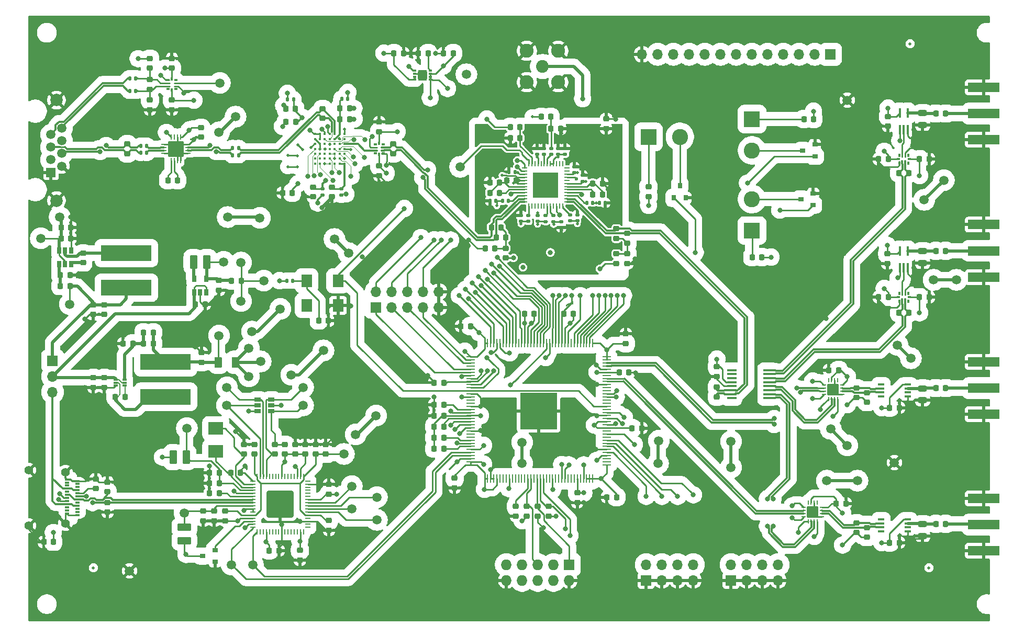
<source format=gbr>
G04 #@! TF.GenerationSoftware,KiCad,Pcbnew,9.0.0-9.0.0-2~ubuntu24.04.1*
G04 #@! TF.CreationDate,2025-03-10T11:02:05+01:00*
G04 #@! TF.ProjectId,Receiver,52656365-6976-4657-922e-6b696361645f,rev?*
G04 #@! TF.SameCoordinates,Original*
G04 #@! TF.FileFunction,Copper,L1,Top*
G04 #@! TF.FilePolarity,Positive*
%FSLAX46Y46*%
G04 Gerber Fmt 4.6, Leading zero omitted, Abs format (unit mm)*
G04 Created by KiCad (PCBNEW 9.0.0-9.0.0-2~ubuntu24.04.1) date 2025-03-10 11:02:05*
%MOMM*%
%LPD*%
G01*
G04 APERTURE LIST*
G04 Aperture macros list*
%AMRoundRect*
0 Rectangle with rounded corners*
0 $1 Rounding radius*
0 $2 $3 $4 $5 $6 $7 $8 $9 X,Y pos of 4 corners*
0 Add a 4 corners polygon primitive as box body*
4,1,4,$2,$3,$4,$5,$6,$7,$8,$9,$2,$3,0*
0 Add four circle primitives for the rounded corners*
1,1,$1+$1,$2,$3*
1,1,$1+$1,$4,$5*
1,1,$1+$1,$6,$7*
1,1,$1+$1,$8,$9*
0 Add four rect primitives between the rounded corners*
20,1,$1+$1,$2,$3,$4,$5,0*
20,1,$1+$1,$4,$5,$6,$7,0*
20,1,$1+$1,$6,$7,$8,$9,0*
20,1,$1+$1,$8,$9,$2,$3,0*%
G04 Aperture macros list end*
G04 #@! TA.AperFunction,SMDPad,CuDef*
%ADD10RoundRect,0.218750X0.256250X-0.218750X0.256250X0.218750X-0.256250X0.218750X-0.256250X-0.218750X0*%
G04 #@! TD*
G04 #@! TA.AperFunction,SMDPad,CuDef*
%ADD11RoundRect,0.147500X0.147500X0.172500X-0.147500X0.172500X-0.147500X-0.172500X0.147500X-0.172500X0*%
G04 #@! TD*
G04 #@! TA.AperFunction,SMDPad,CuDef*
%ADD12RoundRect,0.218750X-0.256250X0.218750X-0.256250X-0.218750X0.256250X-0.218750X0.256250X0.218750X0*%
G04 #@! TD*
G04 #@! TA.AperFunction,SMDPad,CuDef*
%ADD13RoundRect,0.218750X-0.218750X-0.256250X0.218750X-0.256250X0.218750X0.256250X-0.218750X0.256250X0*%
G04 #@! TD*
G04 #@! TA.AperFunction,SMDPad,CuDef*
%ADD14RoundRect,0.218750X0.218750X0.256250X-0.218750X0.256250X-0.218750X-0.256250X0.218750X-0.256250X0*%
G04 #@! TD*
G04 #@! TA.AperFunction,SMDPad,CuDef*
%ADD15RoundRect,0.140000X0.170000X-0.140000X0.170000X0.140000X-0.170000X0.140000X-0.170000X-0.140000X0*%
G04 #@! TD*
G04 #@! TA.AperFunction,SMDPad,CuDef*
%ADD16RoundRect,0.147500X-0.147500X-0.172500X0.147500X-0.172500X0.147500X0.172500X-0.147500X0.172500X0*%
G04 #@! TD*
G04 #@! TA.AperFunction,ComponentPad*
%ADD17R,1.500000X1.500000*%
G04 #@! TD*
G04 #@! TA.AperFunction,ComponentPad*
%ADD18C,1.500000*%
G04 #@! TD*
G04 #@! TA.AperFunction,ComponentPad*
%ADD19C,2.000000*%
G04 #@! TD*
G04 #@! TA.AperFunction,ComponentPad*
%ADD20R,1.727200X1.727200*%
G04 #@! TD*
G04 #@! TA.AperFunction,ComponentPad*
%ADD21O,1.727200X1.727200*%
G04 #@! TD*
G04 #@! TA.AperFunction,ComponentPad*
%ADD22R,1.700000X1.700000*%
G04 #@! TD*
G04 #@! TA.AperFunction,ComponentPad*
%ADD23O,1.700000X1.700000*%
G04 #@! TD*
G04 #@! TA.AperFunction,SMDPad,CuDef*
%ADD24R,0.700000X0.300000*%
G04 #@! TD*
G04 #@! TA.AperFunction,ComponentPad*
%ADD25C,1.400000*%
G04 #@! TD*
G04 #@! TA.AperFunction,SMDPad,CuDef*
%ADD26R,8.200000X2.600000*%
G04 #@! TD*
G04 #@! TA.AperFunction,SMDPad,CuDef*
%ADD27RoundRect,0.250000X-0.375000X-0.850000X0.375000X-0.850000X0.375000X0.850000X-0.375000X0.850000X0*%
G04 #@! TD*
G04 #@! TA.AperFunction,SMDPad,CuDef*
%ADD28RoundRect,0.250000X0.375000X0.625000X-0.375000X0.625000X-0.375000X-0.625000X0.375000X-0.625000X0*%
G04 #@! TD*
G04 #@! TA.AperFunction,SMDPad,CuDef*
%ADD29R,1.060000X0.650000*%
G04 #@! TD*
G04 #@! TA.AperFunction,SMDPad,CuDef*
%ADD30RoundRect,0.062500X-0.375000X-0.062500X0.375000X-0.062500X0.375000X0.062500X-0.375000X0.062500X0*%
G04 #@! TD*
G04 #@! TA.AperFunction,SMDPad,CuDef*
%ADD31RoundRect,0.062500X-0.062500X-0.375000X0.062500X-0.375000X0.062500X0.375000X-0.062500X0.375000X0*%
G04 #@! TD*
G04 #@! TA.AperFunction,SMDPad,CuDef*
%ADD32RoundRect,0.250000X-1.050000X-1.050000X1.050000X-1.050000X1.050000X1.050000X-1.050000X1.050000X0*%
G04 #@! TD*
G04 #@! TA.AperFunction,SMDPad,CuDef*
%ADD33R,0.575000X0.300000*%
G04 #@! TD*
G04 #@! TA.AperFunction,SMDPad,CuDef*
%ADD34R,0.575000X0.250000*%
G04 #@! TD*
G04 #@! TA.AperFunction,SMDPad,CuDef*
%ADD35R,0.350000X0.630000*%
G04 #@! TD*
G04 #@! TA.AperFunction,SMDPad,CuDef*
%ADD36C,0.400000*%
G04 #@! TD*
G04 #@! TA.AperFunction,SMDPad,CuDef*
%ADD37R,0.650000X1.060000*%
G04 #@! TD*
G04 #@! TA.AperFunction,SMDPad,CuDef*
%ADD38RoundRect,0.087500X0.200000X0.087500X-0.200000X0.087500X-0.200000X-0.087500X0.200000X-0.087500X0*%
G04 #@! TD*
G04 #@! TA.AperFunction,SMDPad,CuDef*
%ADD39RoundRect,0.250000X0.475000X0.620000X-0.475000X0.620000X-0.475000X-0.620000X0.475000X-0.620000X0*%
G04 #@! TD*
G04 #@! TA.AperFunction,SMDPad,CuDef*
%ADD40R,1.800000X2.000000*%
G04 #@! TD*
G04 #@! TA.AperFunction,ComponentPad*
%ADD41C,2.050000*%
G04 #@! TD*
G04 #@! TA.AperFunction,ComponentPad*
%ADD42C,2.250000*%
G04 #@! TD*
G04 #@! TA.AperFunction,SMDPad,CuDef*
%ADD43O,0.250000X1.500000*%
G04 #@! TD*
G04 #@! TA.AperFunction,SMDPad,CuDef*
%ADD44O,1.500000X0.250000*%
G04 #@! TD*
G04 #@! TA.AperFunction,SMDPad,CuDef*
%ADD45R,6.000000X6.000000*%
G04 #@! TD*
G04 #@! TA.AperFunction,SMDPad,CuDef*
%ADD46RoundRect,0.243750X-0.456250X0.243750X-0.456250X-0.243750X0.456250X-0.243750X0.456250X0.243750X0*%
G04 #@! TD*
G04 #@! TA.AperFunction,SMDPad,CuDef*
%ADD47R,1.500000X0.450000*%
G04 #@! TD*
G04 #@! TA.AperFunction,SMDPad,CuDef*
%ADD48R,1.100000X0.400000*%
G04 #@! TD*
G04 #@! TA.AperFunction,SMDPad,CuDef*
%ADD49RoundRect,0.147500X0.172500X-0.147500X0.172500X0.147500X-0.172500X0.147500X-0.172500X-0.147500X0*%
G04 #@! TD*
G04 #@! TA.AperFunction,SMDPad,CuDef*
%ADD50RoundRect,0.140000X0.140000X0.170000X-0.140000X0.170000X-0.140000X-0.170000X0.140000X-0.170000X0*%
G04 #@! TD*
G04 #@! TA.AperFunction,SMDPad,CuDef*
%ADD51RoundRect,0.140000X-0.170000X0.140000X-0.170000X-0.140000X0.170000X-0.140000X0.170000X0.140000X0*%
G04 #@! TD*
G04 #@! TA.AperFunction,SMDPad,CuDef*
%ADD52RoundRect,0.062500X-0.337500X-0.062500X0.337500X-0.062500X0.337500X0.062500X-0.337500X0.062500X0*%
G04 #@! TD*
G04 #@! TA.AperFunction,SMDPad,CuDef*
%ADD53RoundRect,0.062500X-0.062500X-0.337500X0.062500X-0.337500X0.062500X0.337500X-0.062500X0.337500X0*%
G04 #@! TD*
G04 #@! TA.AperFunction,SMDPad,CuDef*
%ADD54R,4.100000X4.100000*%
G04 #@! TD*
G04 #@! TA.AperFunction,SMDPad,CuDef*
%ADD55R,5.080000X1.500000*%
G04 #@! TD*
G04 #@! TA.AperFunction,SMDPad,CuDef*
%ADD56R,2.400000X2.000000*%
G04 #@! TD*
G04 #@! TA.AperFunction,SMDPad,CuDef*
%ADD57RoundRect,0.250000X0.850000X-0.375000X0.850000X0.375000X-0.850000X0.375000X-0.850000X-0.375000X0*%
G04 #@! TD*
G04 #@! TA.AperFunction,SMDPad,CuDef*
%ADD58R,0.900000X0.800000*%
G04 #@! TD*
G04 #@! TA.AperFunction,SMDPad,CuDef*
%ADD59RoundRect,0.249999X-1.925001X-1.925001X1.925001X-1.925001X1.925001X1.925001X-1.925001X1.925001X0*%
G04 #@! TD*
G04 #@! TA.AperFunction,SMDPad,CuDef*
%ADD60R,0.800000X0.900000*%
G04 #@! TD*
G04 #@! TA.AperFunction,ComponentPad*
%ADD61R,2.600000X2.600000*%
G04 #@! TD*
G04 #@! TA.AperFunction,ComponentPad*
%ADD62C,2.600000*%
G04 #@! TD*
G04 #@! TA.AperFunction,SMDPad,CuDef*
%ADD63R,0.300000X0.575000*%
G04 #@! TD*
G04 #@! TA.AperFunction,SMDPad,CuDef*
%ADD64R,0.250000X0.575000*%
G04 #@! TD*
G04 #@! TA.AperFunction,SMDPad,CuDef*
%ADD65R,0.630000X0.350000*%
G04 #@! TD*
G04 #@! TA.AperFunction,SMDPad,CuDef*
%ADD66RoundRect,0.062500X-0.275000X-0.062500X0.275000X-0.062500X0.275000X0.062500X-0.275000X0.062500X0*%
G04 #@! TD*
G04 #@! TA.AperFunction,SMDPad,CuDef*
%ADD67RoundRect,0.062500X-0.062500X-0.275000X0.062500X-0.275000X0.062500X0.275000X-0.062500X0.275000X0*%
G04 #@! TD*
G04 #@! TA.AperFunction,SMDPad,CuDef*
%ADD68RoundRect,0.250000X-0.700000X-0.700000X0.700000X-0.700000X0.700000X0.700000X-0.700000X0.700000X0*%
G04 #@! TD*
G04 #@! TA.AperFunction,SMDPad,CuDef*
%ADD69R,0.400000X1.500000*%
G04 #@! TD*
G04 #@! TA.AperFunction,SMDPad,CuDef*
%ADD70C,0.500000*%
G04 #@! TD*
G04 #@! TA.AperFunction,ViaPad*
%ADD71C,0.800000*%
G04 #@! TD*
G04 #@! TA.AperFunction,ViaPad*
%ADD72C,2.500000*%
G04 #@! TD*
G04 #@! TA.AperFunction,ViaPad*
%ADD73C,1.500000*%
G04 #@! TD*
G04 #@! TA.AperFunction,ViaPad*
%ADD74C,0.500000*%
G04 #@! TD*
G04 #@! TA.AperFunction,ViaPad*
%ADD75C,0.600000*%
G04 #@! TD*
G04 #@! TA.AperFunction,Conductor*
%ADD76C,0.250000*%
G04 #@! TD*
G04 #@! TA.AperFunction,Conductor*
%ADD77C,0.300000*%
G04 #@! TD*
G04 #@! TA.AperFunction,Conductor*
%ADD78C,0.500000*%
G04 #@! TD*
G04 #@! TA.AperFunction,Conductor*
%ADD79C,0.125000*%
G04 #@! TD*
G04 #@! TA.AperFunction,Conductor*
%ADD80C,0.200000*%
G04 #@! TD*
G04 APERTURE END LIST*
D10*
X94234000Y-69494500D03*
X94234000Y-67919500D03*
X94234000Y-76225500D03*
X94234000Y-74650500D03*
D11*
X90147000Y-82042000D03*
X89177000Y-82042000D03*
D12*
X98933000Y-79095500D03*
X98933000Y-80670500D03*
D13*
X93573500Y-87630000D03*
X95148500Y-87630000D03*
D14*
X138201500Y-120396000D03*
X136626500Y-120396000D03*
D15*
X155587700Y-83449100D03*
X155587700Y-82489100D03*
D14*
X146456500Y-98679000D03*
X144881500Y-98679000D03*
D13*
X151231500Y-109220000D03*
X152806500Y-109220000D03*
D12*
X127762000Y-85318500D03*
X127762000Y-86893500D03*
X127762000Y-78206500D03*
X127762000Y-79781500D03*
D14*
X170205500Y-127762000D03*
X168630500Y-127762000D03*
X159156500Y-109220000D03*
X157581500Y-109220000D03*
D13*
X136626500Y-125730000D03*
X138201500Y-125730000D03*
D10*
X159778700Y-139827000D03*
X159778700Y-138252000D03*
D13*
X76301500Y-97028000D03*
X77876500Y-97028000D03*
D12*
X81534000Y-119608500D03*
X81534000Y-121183500D03*
D13*
X98018500Y-107696000D03*
X99593500Y-107696000D03*
X76301500Y-95250000D03*
X77876500Y-95250000D03*
X130139501Y-67053001D03*
X131714501Y-67053001D03*
D14*
X135661500Y-67056000D03*
X134086500Y-67056000D03*
D12*
X79883000Y-99415500D03*
X79883000Y-100990500D03*
D10*
X99060000Y-117119500D03*
X99060000Y-115544500D03*
D12*
X101854000Y-103860500D03*
X101854000Y-105435500D03*
D14*
X139725500Y-67056000D03*
X138150500Y-67056000D03*
D12*
X81534000Y-107797500D03*
X81534000Y-109372500D03*
X83312000Y-107797500D03*
X83312000Y-109372500D03*
X83312000Y-119608500D03*
X83312000Y-121183500D03*
D13*
X85064500Y-122682000D03*
X86639500Y-122682000D03*
D14*
X91211500Y-112268000D03*
X89636500Y-112268000D03*
D11*
X88369000Y-71120000D03*
X87399000Y-71120000D03*
X88369000Y-73152000D03*
X87399000Y-73152000D03*
D12*
X83820000Y-139801500D03*
X83820000Y-141376500D03*
D10*
X83820000Y-138074500D03*
X83820000Y-136499500D03*
D16*
X112799000Y-103886000D03*
X113769000Y-103886000D03*
D17*
X74676000Y-86360000D03*
D18*
X76456000Y-85340000D03*
X74676000Y-84320000D03*
X76456000Y-83300000D03*
X74676000Y-82280000D03*
X76456000Y-81260000D03*
X74676000Y-80240000D03*
X76456000Y-79220000D03*
D19*
X75566000Y-90930000D03*
X75566000Y-74670000D03*
D20*
X158496000Y-149860000D03*
D21*
X158496000Y-152400000D03*
X155956000Y-149860000D03*
X155956000Y-152400000D03*
X153416000Y-149860000D03*
X153416000Y-152400000D03*
X150876000Y-149860000D03*
X150876000Y-152400000D03*
X148336000Y-149860000D03*
X148336000Y-152400000D03*
D22*
X74930000Y-116840000D03*
D23*
X74930000Y-119380000D03*
X74930000Y-121920000D03*
D24*
X78934000Y-136315000D03*
X78934000Y-136815000D03*
X78934000Y-137315000D03*
X78934000Y-137815000D03*
X78934000Y-138315000D03*
X78934000Y-138815000D03*
X78934000Y-139315000D03*
X78934000Y-139815000D03*
X78934000Y-140315000D03*
X78934000Y-140815000D03*
X78934000Y-141315000D03*
X78934000Y-141815000D03*
X77234000Y-141565000D03*
X77234000Y-141065000D03*
X77234000Y-140565000D03*
X77234000Y-140065000D03*
X77234000Y-139565000D03*
X77234000Y-139065000D03*
X77234000Y-138565000D03*
X77234000Y-138065000D03*
X77234000Y-137565000D03*
X77234000Y-137065000D03*
X77234000Y-136565000D03*
X77234000Y-136065000D03*
D25*
X71074000Y-134575000D03*
X77024000Y-134935000D03*
X77024000Y-143195000D03*
X71074000Y-143555000D03*
D26*
X93218000Y-122688000D03*
X93218000Y-117088000D03*
D27*
X97731000Y-100838000D03*
X99881000Y-100838000D03*
D26*
X86868000Y-99435000D03*
X86868000Y-105035000D03*
D12*
X86995000Y-81762500D03*
X86995000Y-83337500D03*
X90678000Y-71348500D03*
X90678000Y-72923500D03*
D10*
X118618000Y-77622500D03*
X118618000Y-76047500D03*
D14*
X150520500Y-78994000D03*
X148945500Y-78994000D03*
X150520500Y-80772000D03*
X148945500Y-80772000D03*
X155511500Y-77368400D03*
X153936500Y-77368400D03*
D10*
X130048000Y-83337500D03*
X130048000Y-81762500D03*
X155194000Y-142011500D03*
X155194000Y-140436500D03*
D12*
X153416000Y-140436500D03*
X153416000Y-142011500D03*
D10*
X151638000Y-142011500D03*
X151638000Y-140436500D03*
X149860000Y-142011500D03*
X149860000Y-140436500D03*
D13*
X136626500Y-129286000D03*
X138201500Y-129286000D03*
D12*
X81915000Y-135991500D03*
X81915000Y-137566500D03*
D13*
X73507500Y-146177000D03*
X75082500Y-146177000D03*
X136626500Y-131064000D03*
X138201500Y-131064000D03*
X136626500Y-127508000D03*
X138201500Y-127508000D03*
X136626500Y-123952000D03*
X138201500Y-123952000D03*
D14*
X77749500Y-104775000D03*
X76174500Y-104775000D03*
D13*
X76174500Y-102997000D03*
X77749500Y-102997000D03*
D28*
X104524000Y-117094000D03*
X101724000Y-117094000D03*
D14*
X105435500Y-103886000D03*
X103860500Y-103886000D03*
X91211500Y-114046000D03*
X89636500Y-114046000D03*
X87909500Y-114046000D03*
X86334500Y-114046000D03*
D12*
X90678000Y-67919500D03*
X90678000Y-69494500D03*
X90678000Y-74650500D03*
X90678000Y-76225500D03*
D18*
X73025000Y-97028000D03*
X101854000Y-112776000D03*
X102616000Y-100838000D03*
X141859000Y-70485000D03*
X115443000Y-124079000D03*
X103124000Y-121158000D03*
X211074000Y-133350000D03*
X87376000Y-150876000D03*
X203454000Y-74676000D03*
D29*
X110320000Y-125029000D03*
X110320000Y-124079000D03*
X110320000Y-123129000D03*
X108120000Y-123129000D03*
X108120000Y-124079000D03*
X108120000Y-125029000D03*
D30*
X92931500Y-81800000D03*
X92931500Y-82300000D03*
X92931500Y-82800000D03*
X92931500Y-83300000D03*
D31*
X94119000Y-84487500D03*
X94619000Y-84487500D03*
X95119000Y-84487500D03*
X95619000Y-84487500D03*
D30*
X96806500Y-83300000D03*
X96806500Y-82800000D03*
X96806500Y-82300000D03*
X96806500Y-81800000D03*
D31*
X95619000Y-80612500D03*
X95119000Y-80612500D03*
X94619000Y-80612500D03*
X94119000Y-80612500D03*
D32*
X94869000Y-82550000D03*
D33*
X93596500Y-71386000D03*
D34*
X93596500Y-71886000D03*
X93596500Y-72386000D03*
D33*
X93596500Y-72886000D03*
D35*
X94234000Y-72996000D03*
D33*
X94871500Y-72886000D03*
D34*
X94871500Y-72386000D03*
X94871500Y-71886000D03*
D33*
X94871500Y-71386000D03*
D35*
X94234000Y-71276000D03*
D36*
X122161000Y-80150000D03*
X122161000Y-80950000D03*
X122161000Y-81750000D03*
X122161000Y-82550000D03*
X122161000Y-83350000D03*
X122161000Y-84150000D03*
X122161000Y-84950000D03*
X121361000Y-80150000D03*
X121361000Y-80950000D03*
X121361000Y-81750000D03*
X121361000Y-82550000D03*
X121361000Y-83350000D03*
X121361000Y-84150000D03*
X121361000Y-84950000D03*
X120561000Y-80150000D03*
X120561000Y-80950000D03*
X120561000Y-81750000D03*
X120561000Y-82550000D03*
X120561000Y-83350000D03*
X120561000Y-84150000D03*
X120561000Y-84950000D03*
X119761000Y-80150000D03*
X119761000Y-80950000D03*
X119761000Y-81750000D03*
X119761000Y-82550000D03*
X119761000Y-83350000D03*
X119761000Y-84150000D03*
X119761000Y-84950000D03*
X118961000Y-80150000D03*
X118961000Y-80950000D03*
X118961000Y-81750000D03*
X118961000Y-82550000D03*
X118961000Y-83350000D03*
X118961000Y-84150000D03*
X118961000Y-84950000D03*
X118161000Y-80150000D03*
X118161000Y-80950000D03*
X118161000Y-81750000D03*
X118161000Y-82550000D03*
X118161000Y-83350000D03*
X118161000Y-84150000D03*
X118161000Y-84950000D03*
X117361000Y-80150000D03*
X117361000Y-80950000D03*
X117361000Y-81750000D03*
X117361000Y-82550000D03*
X117361000Y-83350000D03*
X117361000Y-84150000D03*
X117361000Y-84950000D03*
D24*
X85102000Y-119896000D03*
X85102000Y-120396000D03*
X85102000Y-120896000D03*
X86602000Y-120896000D03*
X86602000Y-120396000D03*
X86602000Y-119896000D03*
D37*
X97856000Y-105748000D03*
X98806000Y-105748000D03*
X99756000Y-105748000D03*
X99756000Y-103548000D03*
X97856000Y-103548000D03*
X77912000Y-98976000D03*
X76962000Y-98976000D03*
X76012000Y-98976000D03*
X76012000Y-101176000D03*
X76962000Y-101176000D03*
X77912000Y-101176000D03*
D38*
X136034500Y-71362000D03*
X136034500Y-70862000D03*
X136034500Y-70362000D03*
X136034500Y-69862000D03*
X133459500Y-69862000D03*
X133459500Y-70362000D03*
X133459500Y-70862000D03*
X133459500Y-71362000D03*
D39*
X134747000Y-70612000D03*
D40*
X116014500Y-107918000D03*
X121094500Y-107918000D03*
X121094500Y-103918000D03*
X116014500Y-103918000D03*
D18*
X103124000Y-124079000D03*
X115443000Y-121158000D03*
D41*
X154178000Y-69215000D03*
D42*
X151638000Y-66675000D03*
X151638000Y-71755000D03*
X156718000Y-66675000D03*
X156718000Y-71755000D03*
D43*
X144793000Y-135968000D03*
X145293000Y-135968000D03*
X145793000Y-135968000D03*
X146293000Y-135968000D03*
X146793000Y-135968000D03*
X147293000Y-135968000D03*
X147793000Y-135968000D03*
X148293000Y-135968000D03*
X148793000Y-135968000D03*
X149293000Y-135968000D03*
X149793000Y-135968000D03*
X150293000Y-135968000D03*
X150793000Y-135968000D03*
X151293000Y-135968000D03*
X151793000Y-135968000D03*
X152293000Y-135968000D03*
X152793000Y-135968000D03*
X153293000Y-135968000D03*
X153793000Y-135968000D03*
X154293000Y-135968000D03*
X154793000Y-135968000D03*
X155293000Y-135968000D03*
X155793000Y-135968000D03*
X156293000Y-135968000D03*
X156793000Y-135968000D03*
X157293000Y-135968000D03*
X157793000Y-135968000D03*
X158293000Y-135968000D03*
X158793000Y-135968000D03*
X159293000Y-135968000D03*
X159793000Y-135968000D03*
X160293000Y-135968000D03*
X160793000Y-135968000D03*
X161293000Y-135968000D03*
X161793000Y-135968000D03*
X162293000Y-135968000D03*
D44*
X164543000Y-133718000D03*
X164543000Y-133218000D03*
X164543000Y-132718000D03*
X164543000Y-132218000D03*
X164543000Y-131718000D03*
X164543000Y-131218000D03*
X164543000Y-130718000D03*
X164543000Y-130218000D03*
X164543000Y-129718000D03*
X164543000Y-129218000D03*
X164543000Y-128718000D03*
X164543000Y-128218000D03*
X164543000Y-127718000D03*
X164543000Y-127218000D03*
X164543000Y-126718000D03*
X164543000Y-126218000D03*
X164543000Y-125718000D03*
X164543000Y-125218000D03*
X164543000Y-124718000D03*
X164543000Y-124218000D03*
X164543000Y-123718000D03*
X164543000Y-123218000D03*
X164543000Y-122718000D03*
X164543000Y-122218000D03*
X164543000Y-121718000D03*
X164543000Y-121218000D03*
X164543000Y-120718000D03*
X164543000Y-120218000D03*
X164543000Y-119718000D03*
X164543000Y-119218000D03*
X164543000Y-118718000D03*
X164543000Y-118218000D03*
X164543000Y-117718000D03*
X164543000Y-117218000D03*
X164543000Y-116718000D03*
X164543000Y-116218000D03*
D43*
X162293000Y-113968000D03*
X161793000Y-113968000D03*
X161293000Y-113968000D03*
X160793000Y-113968000D03*
X160293000Y-113968000D03*
X159793000Y-113968000D03*
X159293000Y-113968000D03*
X158793000Y-113968000D03*
X158293000Y-113968000D03*
X157793000Y-113968000D03*
X157293000Y-113968000D03*
X156793000Y-113968000D03*
X156293000Y-113968000D03*
X155793000Y-113968000D03*
X155293000Y-113968000D03*
X154793000Y-113968000D03*
X154293000Y-113968000D03*
X153793000Y-113968000D03*
X153293000Y-113968000D03*
X152793000Y-113968000D03*
X152293000Y-113968000D03*
X151793000Y-113968000D03*
X151293000Y-113968000D03*
X150793000Y-113968000D03*
X150293000Y-113968000D03*
X149793000Y-113968000D03*
X149293000Y-113968000D03*
X148793000Y-113968000D03*
X148293000Y-113968000D03*
X147793000Y-113968000D03*
X147293000Y-113968000D03*
X146793000Y-113968000D03*
X146293000Y-113968000D03*
X145793000Y-113968000D03*
X145293000Y-113968000D03*
X144793000Y-113968000D03*
D44*
X142543000Y-116218000D03*
X142543000Y-116718000D03*
X142543000Y-117218000D03*
X142543000Y-117718000D03*
X142543000Y-118218000D03*
X142543000Y-118718000D03*
X142543000Y-119218000D03*
X142543000Y-119718000D03*
X142543000Y-120218000D03*
X142543000Y-120718000D03*
X142543000Y-121218000D03*
X142543000Y-121718000D03*
X142543000Y-122218000D03*
X142543000Y-122718000D03*
X142543000Y-123218000D03*
X142543000Y-123718000D03*
X142543000Y-124218000D03*
X142543000Y-124718000D03*
X142543000Y-125218000D03*
X142543000Y-125718000D03*
X142543000Y-126218000D03*
X142543000Y-126718000D03*
X142543000Y-127218000D03*
X142543000Y-127718000D03*
X142543000Y-128218000D03*
X142543000Y-128718000D03*
X142543000Y-129218000D03*
X142543000Y-129718000D03*
X142543000Y-130218000D03*
X142543000Y-130718000D03*
X142543000Y-131218000D03*
X142543000Y-131718000D03*
X142543000Y-132218000D03*
X142543000Y-132718000D03*
X142543000Y-133218000D03*
X142543000Y-133718000D03*
D45*
X153543000Y-124968000D03*
D11*
X162310800Y-91300300D03*
X161340800Y-91300300D03*
D13*
X210286500Y-146304000D03*
X211861500Y-146304000D03*
D12*
X182372000Y-121132500D03*
X182372000Y-122707500D03*
D14*
X219354500Y-143256000D03*
X217779500Y-143256000D03*
D46*
X215646000Y-143334500D03*
X215646000Y-145209500D03*
X215646000Y-99138500D03*
X215646000Y-101013500D03*
D47*
X184756000Y-118375000D03*
X184756000Y-119025000D03*
X184756000Y-119675000D03*
X184756000Y-120325000D03*
X184756000Y-120975000D03*
X184756000Y-121625000D03*
X184756000Y-122275000D03*
X184756000Y-122925000D03*
X190656000Y-122925000D03*
X190656000Y-122275000D03*
X190656000Y-121625000D03*
X190656000Y-120975000D03*
X190656000Y-120325000D03*
X190656000Y-119675000D03*
X190656000Y-119025000D03*
X190656000Y-118375000D03*
D13*
X201650500Y-139954000D03*
X203225500Y-139954000D03*
D12*
X182372000Y-117830500D03*
X182372000Y-119405500D03*
X209931000Y-99542500D03*
X209931000Y-101117500D03*
D48*
X208924000Y-142535000D03*
X208924000Y-143185000D03*
X208924000Y-143835000D03*
X208924000Y-144485000D03*
X213224000Y-144485000D03*
X213224000Y-143835000D03*
X213224000Y-143185000D03*
X213224000Y-142535000D03*
D12*
X117068600Y-88747500D03*
X117068600Y-90322500D03*
D10*
X139954000Y-137439500D03*
X139954000Y-135864500D03*
D49*
X121640600Y-90007999D03*
X121640600Y-89037999D03*
D14*
X113690500Y-89662000D03*
X112115500Y-89662000D03*
D16*
X112926000Y-74574400D03*
X113896000Y-74574400D03*
D50*
X164345500Y-91300300D03*
X163385500Y-91300300D03*
D14*
X142519500Y-111252000D03*
X140944500Y-111252000D03*
D12*
X167640000Y-112496500D03*
X167640000Y-114071500D03*
D13*
X164566500Y-138938000D03*
X166141500Y-138938000D03*
X112649000Y-76098400D03*
X114224000Y-76098400D03*
D51*
X160680400Y-86835100D03*
X160680400Y-87795100D03*
D10*
X120116600Y-90322500D03*
X120116600Y-88747500D03*
X164465000Y-79273500D03*
X164465000Y-77698500D03*
D22*
X200750000Y-67250000D03*
D23*
X198210000Y-67250000D03*
X195670000Y-67250000D03*
X193130000Y-67250000D03*
X190590000Y-67250000D03*
X188050000Y-67250000D03*
X185510000Y-67250000D03*
X182970000Y-67250000D03*
X180430000Y-67250000D03*
X177890000Y-67250000D03*
X175350000Y-67250000D03*
X172810000Y-67250000D03*
X170270000Y-67250000D03*
D13*
X162280500Y-89916000D03*
X163855500Y-89916000D03*
D11*
X122659000Y-74422000D03*
X121689000Y-74422000D03*
D13*
X121386500Y-77724000D03*
X122961500Y-77724000D03*
D14*
X122961500Y-75946000D03*
X121386500Y-75946000D03*
D49*
X118592600Y-90020000D03*
X118592600Y-89050000D03*
D52*
X151236000Y-85642000D03*
X151236000Y-86142000D03*
X151236000Y-86642000D03*
X151236000Y-87142000D03*
X151236000Y-87642000D03*
X151236000Y-88142000D03*
X151236000Y-88642000D03*
X151236000Y-89142000D03*
X151236000Y-89642000D03*
X151236000Y-90142000D03*
X151236000Y-90642000D03*
X151236000Y-91142000D03*
D53*
X151936000Y-91842000D03*
X152436000Y-91842000D03*
X152936000Y-91842000D03*
X153436000Y-91842000D03*
X153936000Y-91842000D03*
X154436000Y-91842000D03*
X154936000Y-91842000D03*
X155436000Y-91842000D03*
X155936000Y-91842000D03*
X156436000Y-91842000D03*
X156936000Y-91842000D03*
X157436000Y-91842000D03*
D52*
X158136000Y-91142000D03*
X158136000Y-90642000D03*
X158136000Y-90142000D03*
X158136000Y-89642000D03*
X158136000Y-89142000D03*
X158136000Y-88642000D03*
X158136000Y-88142000D03*
X158136000Y-87642000D03*
X158136000Y-87142000D03*
X158136000Y-86642000D03*
X158136000Y-86142000D03*
X158136000Y-85642000D03*
D53*
X157436000Y-84942000D03*
X156936000Y-84942000D03*
X156436000Y-84942000D03*
X155936000Y-84942000D03*
X155436000Y-84942000D03*
X154936000Y-84942000D03*
X154436000Y-84942000D03*
X153936000Y-84942000D03*
X153436000Y-84942000D03*
X152936000Y-84942000D03*
X152436000Y-84942000D03*
X151936000Y-84942000D03*
D54*
X154686000Y-88392000D03*
D22*
X127254000Y-108204000D03*
D23*
X127254000Y-105664000D03*
X129794000Y-108204000D03*
X129794000Y-105664000D03*
X132334000Y-108204000D03*
X132334000Y-105664000D03*
X134874000Y-108204000D03*
X134874000Y-105664000D03*
X137414000Y-108204000D03*
X137414000Y-105664000D03*
D22*
X170942000Y-152400000D03*
D23*
X170942000Y-149860000D03*
X173482000Y-152400000D03*
X173482000Y-149860000D03*
X176022000Y-152400000D03*
X176022000Y-149860000D03*
X178562000Y-152400000D03*
X178562000Y-149860000D03*
D13*
X117957500Y-110363000D03*
X119532500Y-110363000D03*
D33*
X128399500Y-83300000D03*
D34*
X128399500Y-82800000D03*
X128399500Y-82300000D03*
D33*
X128399500Y-81800000D03*
D35*
X127762000Y-81690000D03*
D33*
X127124500Y-81800000D03*
D34*
X127124500Y-82300000D03*
X127124500Y-82800000D03*
D33*
X127124500Y-83300000D03*
D35*
X127762000Y-83410000D03*
D13*
X155536900Y-79324200D03*
X157111900Y-79324200D03*
X162280500Y-88138000D03*
X163855500Y-88138000D03*
D55*
X225552000Y-143383000D03*
X225552000Y-139133000D03*
X225552000Y-147633000D03*
D14*
X219354500Y-99060000D03*
X217779500Y-99060000D03*
D18*
X77724000Y-107696000D03*
D14*
X101879500Y-135001000D03*
X100304500Y-135001000D03*
D13*
X103733500Y-135001000D03*
X105308500Y-135001000D03*
D56*
X101346000Y-127817000D03*
X101346000Y-131517000D03*
D10*
X114173000Y-131978500D03*
X114173000Y-130403500D03*
D57*
X96266000Y-145982000D03*
X96266000Y-143832000D03*
D18*
X127381000Y-138938000D03*
D10*
X117475000Y-131978500D03*
X117475000Y-130403500D03*
D12*
X112522000Y-130403500D03*
X112522000Y-131978500D03*
D10*
X107569000Y-131978500D03*
X107569000Y-130403500D03*
D18*
X96266000Y-141478000D03*
D10*
X119126000Y-131978500D03*
X119126000Y-130403500D03*
X105918000Y-131978500D03*
X105918000Y-130403500D03*
D18*
X107315000Y-149860000D03*
D12*
X114935000Y-147548500D03*
X114935000Y-149123500D03*
D27*
X94429000Y-132461000D03*
X96579000Y-132461000D03*
D18*
X122047000Y-131953000D03*
D14*
X101905000Y-138303000D03*
X100330000Y-138303000D03*
D12*
X119634000Y-142722500D03*
X119634000Y-144297500D03*
X102870000Y-141198500D03*
X102870000Y-142773500D03*
D18*
X96647000Y-127762000D03*
D10*
X115824000Y-131978500D03*
X115824000Y-130403500D03*
D18*
X103886000Y-149860000D03*
D10*
X110871000Y-131978500D03*
X110871000Y-130403500D03*
D14*
X101879500Y-136652000D03*
X100304500Y-136652000D03*
D12*
X101092000Y-141198500D03*
X101092000Y-142773500D03*
D58*
X101203000Y-149413000D03*
X101203000Y-147513000D03*
X99203000Y-148463000D03*
D13*
X109956500Y-147574000D03*
X111531500Y-147574000D03*
D18*
X127381000Y-142621000D03*
X123317000Y-137160000D03*
D52*
X107310000Y-136331000D03*
X107310000Y-136831000D03*
X107310000Y-137331000D03*
X107310000Y-137831000D03*
X107310000Y-138331000D03*
X107310000Y-138831000D03*
X107310000Y-139331000D03*
X107310000Y-139831000D03*
X107310000Y-140331000D03*
X107310000Y-140831000D03*
X107310000Y-141331000D03*
X107310000Y-141831000D03*
X107310000Y-142331000D03*
X107310000Y-142831000D03*
X107310000Y-143331000D03*
X107310000Y-143831000D03*
D53*
X108010000Y-144531000D03*
X108510000Y-144531000D03*
X109010000Y-144531000D03*
X109510000Y-144531000D03*
X110010000Y-144531000D03*
X110510000Y-144531000D03*
X111010000Y-144531000D03*
X111510000Y-144531000D03*
X112010000Y-144531000D03*
X112510000Y-144531000D03*
X113010000Y-144531000D03*
X113510000Y-144531000D03*
X114010000Y-144531000D03*
X114510000Y-144531000D03*
X115010000Y-144531000D03*
X115510000Y-144531000D03*
D52*
X116210000Y-143831000D03*
X116210000Y-143331000D03*
X116210000Y-142831000D03*
X116210000Y-142331000D03*
X116210000Y-141831000D03*
X116210000Y-141331000D03*
X116210000Y-140831000D03*
X116210000Y-140331000D03*
X116210000Y-139831000D03*
X116210000Y-139331000D03*
X116210000Y-138831000D03*
X116210000Y-138331000D03*
X116210000Y-137831000D03*
X116210000Y-137331000D03*
X116210000Y-136831000D03*
X116210000Y-136331000D03*
D53*
X115510000Y-135631000D03*
X115010000Y-135631000D03*
X114510000Y-135631000D03*
X114010000Y-135631000D03*
X113510000Y-135631000D03*
X113010000Y-135631000D03*
X112510000Y-135631000D03*
X112010000Y-135631000D03*
X111510000Y-135631000D03*
X111010000Y-135631000D03*
X110510000Y-135631000D03*
X110010000Y-135631000D03*
X109510000Y-135631000D03*
X109010000Y-135631000D03*
X108510000Y-135631000D03*
X108010000Y-135631000D03*
D59*
X111760000Y-140081000D03*
D18*
X123317000Y-140843000D03*
D10*
X119634000Y-138455500D03*
X119634000Y-136880500D03*
D12*
X99314000Y-141198500D03*
X99314000Y-142773500D03*
D18*
X101981000Y-71882000D03*
X140843000Y-85471000D03*
D15*
X150698200Y-94282200D03*
X150698200Y-93322200D03*
D51*
X153390600Y-93347600D03*
X153390600Y-94307600D03*
D49*
X154673300Y-94327700D03*
X154673300Y-93357700D03*
X151892000Y-94299900D03*
X151892000Y-93329900D03*
X155943300Y-94327700D03*
X155943300Y-93357700D03*
X158610300Y-94223700D03*
X158610300Y-93253700D03*
D12*
X167894000Y-99542500D03*
X167894000Y-101117500D03*
D10*
X167894000Y-97815500D03*
X167894000Y-96240500D03*
X166116000Y-101117500D03*
X166116000Y-99542500D03*
X166116000Y-97053500D03*
X166116000Y-95478500D03*
D16*
X147696200Y-90995500D03*
X148666200Y-90995500D03*
D14*
X147218500Y-88011000D03*
X145643500Y-88011000D03*
X147218500Y-89662000D03*
X145643500Y-89662000D03*
X147472500Y-95250000D03*
X145897500Y-95250000D03*
D10*
X148209000Y-100228500D03*
X148209000Y-98653500D03*
D11*
X105006000Y-83566000D03*
X104036000Y-83566000D03*
X105006000Y-82423000D03*
X104036000Y-82423000D03*
D14*
X148234500Y-96901000D03*
X146659500Y-96901000D03*
X189636500Y-100076000D03*
X188061500Y-100076000D03*
D10*
X171307000Y-90286500D03*
X171307000Y-88711500D03*
D60*
X175437000Y-90499000D03*
X177337000Y-90499000D03*
X176387000Y-88499000D03*
D58*
X198231000Y-83754000D03*
X198231000Y-81854000D03*
X196231000Y-82804000D03*
X197941000Y-91644000D03*
X197941000Y-89744000D03*
X195941000Y-90694000D03*
D61*
X188051000Y-77724000D03*
D62*
X188051000Y-82804000D03*
D61*
X188051000Y-95774000D03*
D62*
X188051000Y-90694000D03*
D61*
X171307000Y-80609000D03*
D62*
X176387000Y-80609000D03*
D55*
X225552000Y-99060000D03*
X225552000Y-94810000D03*
X225552000Y-103310000D03*
D14*
X216687500Y-84201000D03*
X215112500Y-84201000D03*
D12*
X210058000Y-77317500D03*
X210058000Y-78892500D03*
D13*
X210286500Y-124460000D03*
X211861500Y-124460000D03*
D46*
X215646000Y-76786500D03*
X215646000Y-78661500D03*
X215646000Y-121363500D03*
X215646000Y-123238500D03*
D55*
X225552000Y-76835000D03*
X225552000Y-72585000D03*
X225552000Y-81085000D03*
D13*
X211810500Y-86487000D03*
X213385500Y-86487000D03*
D14*
X219354500Y-76835000D03*
X217779500Y-76835000D03*
D10*
X204978000Y-122834500D03*
X204978000Y-121259500D03*
D14*
X219354500Y-121285000D03*
X217779500Y-121285000D03*
D63*
X211848000Y-84838500D03*
D64*
X212348000Y-84838500D03*
X212848000Y-84838500D03*
D63*
X213348000Y-84838500D03*
D65*
X213458000Y-84201000D03*
D63*
X213348000Y-83563500D03*
D64*
X212848000Y-83563500D03*
X212348000Y-83563500D03*
D63*
X211848000Y-83563500D03*
D65*
X211738000Y-84201000D03*
D48*
X208924000Y-120691000D03*
X208924000Y-121341000D03*
X208924000Y-121991000D03*
X208924000Y-122641000D03*
X213224000Y-122641000D03*
X213224000Y-121991000D03*
X213224000Y-121341000D03*
X213224000Y-120691000D03*
D16*
X89177000Y-83185000D03*
X90147000Y-83185000D03*
D66*
X196353500Y-140601000D03*
X196353500Y-141101000D03*
X196353500Y-141601000D03*
X196353500Y-142101000D03*
D67*
X197116000Y-142863500D03*
X197616000Y-142863500D03*
X198116000Y-142863500D03*
X198616000Y-142863500D03*
D66*
X199378500Y-142101000D03*
X199378500Y-141601000D03*
X199378500Y-141101000D03*
X199378500Y-140601000D03*
D67*
X198616000Y-139838500D03*
X198116000Y-139838500D03*
X197616000Y-139838500D03*
X197116000Y-139838500D03*
D68*
X197866000Y-141351000D03*
D55*
X225552000Y-121285000D03*
X225552000Y-117035000D03*
X225552000Y-125535000D03*
D14*
X198018500Y-77724000D03*
X196443500Y-77724000D03*
D10*
X206629000Y-145440500D03*
X206629000Y-143865500D03*
X206629000Y-123596500D03*
X206629000Y-122021500D03*
X204978000Y-144678500D03*
X204978000Y-143103500D03*
D69*
X211948000Y-79435000D03*
X212598000Y-79435000D03*
X213248000Y-79435000D03*
X213248000Y-76775000D03*
X211948000Y-76775000D03*
D14*
X210083500Y-84201000D03*
X208508500Y-84201000D03*
D69*
X211948000Y-101787000D03*
X212598000Y-101787000D03*
X213248000Y-101787000D03*
X213248000Y-99127000D03*
X211948000Y-99127000D03*
D14*
X210083500Y-106553000D03*
X208508500Y-106553000D03*
X216687500Y-106553000D03*
X215112500Y-106553000D03*
D63*
X211848000Y-107190500D03*
D64*
X212348000Y-107190500D03*
X212848000Y-107190500D03*
D63*
X213348000Y-107190500D03*
D65*
X213458000Y-106553000D03*
D63*
X213348000Y-105915500D03*
D64*
X212848000Y-105915500D03*
X212348000Y-105915500D03*
D63*
X211848000Y-105915500D03*
D65*
X211738000Y-106553000D03*
D13*
X211810500Y-109093000D03*
X213385500Y-109093000D03*
D66*
X199655500Y-120789000D03*
X199655500Y-121289000D03*
X199655500Y-121789000D03*
X199655500Y-122289000D03*
D67*
X200418000Y-123051500D03*
X200918000Y-123051500D03*
X201418000Y-123051500D03*
X201918000Y-123051500D03*
D66*
X202680500Y-122289000D03*
X202680500Y-121789000D03*
X202680500Y-121289000D03*
X202680500Y-120789000D03*
D67*
X201918000Y-120026500D03*
X201418000Y-120026500D03*
X200918000Y-120026500D03*
X200418000Y-120026500D03*
D68*
X201168000Y-121539000D03*
D14*
X202057000Y-118364000D03*
X200482000Y-118364000D03*
D22*
X184658000Y-152400000D03*
D23*
X184658000Y-149860000D03*
X187198000Y-152400000D03*
X187198000Y-149860000D03*
X189738000Y-152400000D03*
X189738000Y-149860000D03*
X192278000Y-152400000D03*
X192278000Y-149860000D03*
D15*
X153276300Y-83461800D03*
X153276300Y-82501800D03*
X154393900Y-83449100D03*
X154393900Y-82489100D03*
X156692600Y-83436400D03*
X156692600Y-82476400D03*
D51*
X159334200Y-85435500D03*
X159334200Y-86395500D03*
X157822900Y-82476400D03*
X157822900Y-83436400D03*
X157226000Y-94363600D03*
X157226000Y-95323600D03*
X159791400Y-93258700D03*
X159791400Y-94218700D03*
D50*
X146631600Y-90982800D03*
X145671600Y-90982800D03*
X149717700Y-86309200D03*
X148757700Y-86309200D03*
D14*
X149936300Y-87668100D03*
X148361300Y-87668100D03*
D13*
X166560500Y-118732300D03*
X168135500Y-118732300D03*
D70*
X216662000Y-150368000D03*
X213614000Y-65532000D03*
X81534000Y-150368000D03*
D14*
X114249300Y-78206600D03*
X112674300Y-78206600D03*
D71*
X155448000Y-99314000D03*
X178689000Y-90551000D03*
X197993000Y-88392000D03*
X225552000Y-114935000D03*
X225552000Y-127381000D03*
X217932000Y-106553000D03*
X207264000Y-106553000D03*
X155000000Y-130000000D03*
X110000000Y-100000000D03*
X179324000Y-119380000D03*
X77851000Y-93599000D03*
X85000000Y-70000000D03*
X169214800Y-118808500D03*
X165000000Y-65000000D03*
X92456000Y-70612000D03*
X149000000Y-118000000D03*
X210000000Y-110000000D03*
X80137000Y-110109000D03*
X105000000Y-70000000D03*
X96139000Y-73533000D03*
X144145000Y-124206000D03*
D72*
X153543000Y-124968000D03*
D71*
X132842000Y-67056000D03*
X198247000Y-80391000D03*
X75000000Y-70000000D03*
D73*
X111760000Y-140081000D03*
D71*
X105000000Y-65000000D03*
X162826700Y-117513100D03*
X162814000Y-131191000D03*
D74*
X118999000Y-82550000D03*
D71*
X140335000Y-133223000D03*
X225552000Y-149733000D03*
X190000000Y-155000000D03*
X130000000Y-155000000D03*
X145000000Y-70000000D03*
X204470000Y-139954000D03*
X225552000Y-105537000D03*
X111887000Y-124079000D03*
X148463000Y-141986000D03*
X135000000Y-145000000D03*
X163195000Y-139380037D03*
X160832800Y-139852400D03*
X118516400Y-92049600D03*
X129032000Y-88138000D03*
X220000000Y-155000000D03*
X100000000Y-85000000D03*
X213233000Y-145669000D03*
X85000000Y-85000000D03*
X169164000Y-100330000D03*
X120396000Y-129159000D03*
X207137000Y-84201000D03*
X214630000Y-80772000D03*
X97790000Y-81026000D03*
X225552000Y-83439000D03*
X158877000Y-106299000D03*
X200000000Y-80000000D03*
X136652000Y-122682000D03*
X104521000Y-128270000D03*
X110744000Y-89662000D03*
X144145000Y-128143000D03*
X200000000Y-110000000D03*
X104902000Y-142748000D03*
X218059000Y-84201000D03*
X114935000Y-142875000D03*
X205000000Y-155000000D03*
X147000000Y-124000000D03*
X220000000Y-125000000D03*
X139573000Y-111252000D03*
X100000000Y-155000000D03*
X200000000Y-95000000D03*
X167640000Y-111125000D03*
X154000000Y-119000000D03*
X126619000Y-80518000D03*
X214757000Y-103251000D03*
X134747000Y-70612000D03*
X125000000Y-65000000D03*
X100330000Y-133858000D03*
X125000000Y-100000000D03*
X85000000Y-155000000D03*
D74*
X122163946Y-79364946D03*
D71*
X115000000Y-65000000D03*
X209931000Y-102362000D03*
X115671600Y-90297000D03*
X225552000Y-92583000D03*
X85000000Y-65000000D03*
X147000000Y-130000000D03*
X85000000Y-95000000D03*
X86360000Y-112649000D03*
X112014000Y-143383000D03*
X128905000Y-85217000D03*
X166000000Y-144000000D03*
X220000000Y-140000000D03*
X215000000Y-95000000D03*
D73*
X94869000Y-82550000D03*
D71*
X106045000Y-133858000D03*
X115000000Y-155000000D03*
D74*
X116713000Y-82296000D03*
D71*
X85000000Y-145000000D03*
X154305000Y-143891000D03*
X104267000Y-137922000D03*
X175000000Y-155000000D03*
X82296000Y-141351000D03*
X90678000Y-77597000D03*
X135636000Y-119253000D03*
X190000000Y-110000000D03*
X114173000Y-127127000D03*
X162941000Y-125730000D03*
X144272000Y-118491000D03*
X94234000Y-77597000D03*
X213614000Y-124079000D03*
X201168000Y-121539000D03*
X220000000Y-110000000D03*
X225552000Y-70358000D03*
X160000000Y-155000000D03*
X114173000Y-133985000D03*
X142240000Y-97282000D03*
X120904000Y-136906000D03*
X140000000Y-80000000D03*
X215646000Y-102362000D03*
X95000000Y-65000000D03*
X145000000Y-155000000D03*
X210058000Y-80264000D03*
X80137000Y-121158000D03*
X116205000Y-149098000D03*
X162941000Y-120650000D03*
X95000000Y-95000000D03*
X215646000Y-80010000D03*
X190000000Y-130000000D03*
X197866000Y-141351000D03*
X151257000Y-110744000D03*
X199263000Y-118364000D03*
X85000000Y-130000000D03*
X94234000Y-66675000D03*
X145886000Y-115563777D03*
X80518000Y-136017000D03*
X105918000Y-141056000D03*
X173000000Y-122000000D03*
X123190000Y-107950000D03*
X136906000Y-67056000D03*
X126365000Y-78232000D03*
X145796000Y-134493000D03*
X178000000Y-126000000D03*
D74*
X122154139Y-84100001D03*
D71*
X155000000Y-133000000D03*
X111506000Y-148844000D03*
X99568000Y-109093000D03*
X140326593Y-130175899D03*
X97917000Y-114427000D03*
X171450000Y-127762000D03*
X165989000Y-77724000D03*
X225552000Y-137033000D03*
X147000000Y-127000000D03*
D74*
X118961000Y-84950000D03*
D71*
X214630000Y-82423000D03*
X106045000Y-143891000D03*
X214757000Y-104648000D03*
X139954000Y-138684000D03*
X101219000Y-151003000D03*
X79121000Y-102997000D03*
D73*
X101854000Y-79883000D03*
D71*
X209423000Y-105156000D03*
X171323000Y-91694000D03*
X163646500Y-135968000D03*
X148717000Y-137541000D03*
X120904000Y-138430000D03*
X143891000Y-112268000D03*
X210058000Y-75946000D03*
D73*
X108585000Y-116967000D03*
X104521000Y-77343000D03*
D71*
X119450941Y-78923059D03*
X155829000Y-137668000D03*
X122377200Y-89865200D03*
D73*
X127254000Y-125730000D03*
X215900000Y-90805000D03*
D71*
X128905000Y-86487000D03*
D73*
X106680000Y-114808000D03*
D71*
X109474000Y-146177000D03*
D73*
X184658000Y-134112000D03*
D71*
X191135000Y-100076000D03*
D73*
X113538000Y-119126000D03*
D71*
X209042000Y-146304000D03*
X144780000Y-137668000D03*
D73*
X184658000Y-129921000D03*
D71*
X97028000Y-79502000D03*
X158623000Y-110744000D03*
D73*
X211582000Y-114300000D03*
X111760000Y-108458000D03*
D71*
X106680000Y-124968000D03*
X93091000Y-69469000D03*
D73*
X107188000Y-112141000D03*
D71*
X111633000Y-103886000D03*
D73*
X123952000Y-128778000D03*
X205105000Y-136271000D03*
D71*
X209042000Y-124460000D03*
D73*
X118745000Y-115189000D03*
D71*
X152400000Y-110744000D03*
D73*
X172974000Y-129794000D03*
D71*
X141097000Y-122682000D03*
D73*
X106680000Y-119380000D03*
X203454000Y-130556000D03*
D71*
X132588000Y-69215000D03*
X112522000Y-133223000D03*
D73*
X217424000Y-103759000D03*
D71*
X197993000Y-76454000D03*
X164592000Y-115062000D03*
X162560000Y-127254000D03*
D73*
X122809000Y-99441000D03*
D71*
X150876000Y-142748000D03*
X209423000Y-82931000D03*
X156337000Y-141986000D03*
X209931000Y-98171000D03*
D73*
X103251000Y-93599000D03*
D71*
X160858200Y-138252200D03*
X92710000Y-132461000D03*
X162941000Y-132969000D03*
X141097000Y-119443000D03*
D73*
X150876000Y-133477000D03*
D71*
X112903000Y-73558400D03*
D73*
X219075000Y-87630000D03*
X200787000Y-127889000D03*
D71*
X141605000Y-115316000D03*
X117830600Y-91313000D03*
D74*
X119761000Y-81788000D03*
D73*
X108458000Y-93726000D03*
X200152000Y-136271000D03*
X221107000Y-103759000D03*
D71*
X182372000Y-116586000D03*
X128524000Y-67056000D03*
X93345000Y-79883000D03*
D73*
X213741000Y-116459000D03*
X120523000Y-97155000D03*
X150876000Y-130048000D03*
D71*
X144145000Y-125730000D03*
D73*
X172847000Y-133477000D03*
D71*
X122682000Y-73406000D03*
X144653000Y-133604000D03*
X144653000Y-130556000D03*
X114935000Y-146050000D03*
X96520000Y-148209000D03*
X148844000Y-115570000D03*
X82600000Y-83000000D03*
X83600000Y-82000000D03*
D73*
X105410000Y-107188000D03*
D71*
X88773000Y-67945000D03*
X202692000Y-146685000D03*
X215138000Y-109093000D03*
X215138000Y-86868000D03*
D73*
X109093000Y-103886000D03*
X105410000Y-100965000D03*
D71*
X202692000Y-141478000D03*
X162979100Y-118719600D03*
X97790000Y-74676000D03*
X203454000Y-123952000D03*
X203454000Y-119380000D03*
X130683000Y-79756000D03*
X145272003Y-118491000D03*
D74*
X161163000Y-87807800D03*
X150698200Y-94716600D03*
X150190200Y-86360000D03*
X153365200Y-94754700D03*
X149491700Y-88061800D03*
D71*
X149084153Y-89867000D03*
X136017000Y-74295000D03*
D74*
X153276300Y-83858100D03*
X162839400Y-91300300D03*
D71*
X149479000Y-100203000D03*
X160528000Y-89916000D03*
D74*
X156679900Y-83870800D03*
X159791400Y-94691200D03*
D71*
X163449000Y-101981000D03*
D74*
X146761200Y-91770200D03*
D71*
X138811000Y-72771000D03*
D74*
X155968700Y-94780100D03*
D71*
X138108750Y-69147750D03*
D74*
X159854900Y-86410800D03*
D71*
X151003000Y-101727000D03*
X162052000Y-96266000D03*
D74*
X153276300Y-82105500D03*
D71*
X145288000Y-83312000D03*
D74*
X159740600Y-85382100D03*
X156705300Y-82042000D03*
D71*
X145669000Y-86868000D03*
D74*
X148285200Y-86321900D03*
D71*
X148971000Y-81915000D03*
X164592000Y-92964000D03*
D74*
X157264100Y-80010000D03*
D73*
X154686000Y-88392000D03*
D74*
X159804100Y-92811600D03*
X161036000Y-86753700D03*
D71*
X163322000Y-83566000D03*
X164465000Y-80518000D03*
D74*
X148310600Y-87363300D03*
X153377900Y-92900500D03*
X164769800Y-91325700D03*
X150698200Y-92875100D03*
X157238700Y-95732600D03*
X154419300Y-82067400D03*
X145707100Y-91782900D03*
D71*
X164846000Y-89027000D03*
D74*
X120561000Y-84150000D03*
D71*
X119126000Y-87630000D03*
D74*
X123179785Y-82636560D03*
X112979200Y-85432900D03*
D71*
X114579400Y-88214200D03*
D74*
X114541300Y-83654900D03*
X114541300Y-85458300D03*
D71*
X112115600Y-78917800D03*
X123672600Y-75996800D03*
D74*
X115404900Y-82689700D03*
X121335999Y-80900001D03*
X118161000Y-82550000D03*
X112979200Y-83616800D03*
D71*
X123698000Y-77724000D03*
D74*
X114566700Y-81876900D03*
D71*
X112293400Y-75514200D03*
X116586000Y-79502000D03*
X115316000Y-77470000D03*
D73*
X76080999Y-93591001D03*
D71*
X76077394Y-138399377D03*
X81407000Y-139827000D03*
X80391000Y-138811000D03*
X178562000Y-138557000D03*
X176022000Y-138811000D03*
X173482000Y-138811000D03*
X170942000Y-138811000D03*
D74*
X150431500Y-87655400D03*
D71*
X139319000Y-97310870D03*
X137795000Y-97282000D03*
D74*
X147624800Y-86829900D03*
D71*
X150114000Y-85471000D03*
X136652000Y-97282000D03*
X150114000Y-84455000D03*
X134493000Y-96901000D03*
X156972000Y-93218000D03*
X160655000Y-74422000D03*
X157861000Y-144018000D03*
X158623000Y-145161000D03*
X75946000Y-139315000D03*
X75057000Y-144653000D03*
X160820100Y-133718300D03*
X178866800Y-99326700D03*
X157264100Y-133654800D03*
X187312300Y-88087200D03*
X158445200Y-133718300D03*
X192544700Y-92481400D03*
X145161000Y-77724000D03*
X146867836Y-100147164D03*
X125476000Y-81026000D03*
D74*
X152501600Y-77368400D03*
D71*
X131826000Y-92202000D03*
X135598705Y-85936502D03*
X134800000Y-87200000D03*
X139319000Y-127254000D03*
X140769832Y-128629596D03*
X139319000Y-124968000D03*
X148971000Y-120777000D03*
X123698000Y-81026000D03*
X147244183Y-101548817D03*
X140716000Y-106299000D03*
X118491000Y-79375000D03*
X142244653Y-106802347D03*
X116205000Y-86995000D03*
X143269959Y-105777041D03*
X118237000Y-86741000D03*
X117221000Y-86868000D03*
X141741306Y-105273694D03*
X120269000Y-87630000D03*
X142766612Y-104248388D03*
X144231765Y-104688235D03*
X120142000Y-86360000D03*
X143791918Y-103223082D03*
X121285000Y-86360000D03*
X145257071Y-103662929D03*
X123190000Y-86995000D03*
X125349000Y-83947000D03*
X145906030Y-101235970D03*
X144880724Y-102261276D03*
X123825000Y-84963000D03*
X123571000Y-83820000D03*
X146282377Y-102637623D03*
X145161000Y-116332000D03*
X146272006Y-118491000D03*
D75*
X159639000Y-87417000D03*
D71*
X191470500Y-139192000D03*
X191470500Y-143637000D03*
X190545500Y-143637000D03*
X190545500Y-139192000D03*
X198120000Y-145288000D03*
X195580000Y-144653000D03*
X194564000Y-140335000D03*
X194564000Y-142240000D03*
X140026108Y-127961108D03*
X154686000Y-116332000D03*
X155829000Y-106299000D03*
X156829003Y-106299000D03*
X157861000Y-106299000D03*
X160274000Y-106299000D03*
X162274006Y-106299000D03*
X163274009Y-106299000D03*
X164274012Y-106299000D03*
X165274015Y-106299000D03*
X166274018Y-106299000D03*
X167274021Y-106299000D03*
X101400000Y-83000000D03*
X100400000Y-82000000D03*
X167386000Y-125984000D03*
X167132000Y-127068000D03*
X165989000Y-127068000D03*
X169037000Y-130429000D03*
X166128700Y-121742200D03*
X211948000Y-81203800D03*
X211658200Y-103454200D03*
X166090600Y-122720100D03*
X195252963Y-121288163D03*
X191630300Y-126232700D03*
X195907037Y-121942237D03*
X191630300Y-127157700D03*
X199136000Y-124714000D03*
X201168000Y-125857000D03*
X197866000Y-122936000D03*
X197866000Y-120142000D03*
D76*
X157293000Y-110804000D02*
X157293000Y-109508500D01*
X177337000Y-90499000D02*
X178637000Y-90499000D01*
X178637000Y-90499000D02*
X178689000Y-90551000D01*
X197941000Y-89744000D02*
X197941000Y-88444000D01*
X197941000Y-88444000D02*
X197993000Y-88392000D01*
X225552000Y-117035000D02*
X225552000Y-114935000D01*
X225552000Y-127381000D02*
X225552000Y-125535000D01*
X209684500Y-108204000D02*
X211455000Y-108204000D01*
X211455000Y-108204000D02*
X211848000Y-107811000D01*
X208508500Y-106553000D02*
X208508500Y-107028000D01*
X208508500Y-107028000D02*
X209684500Y-108204000D01*
X211848000Y-107811000D02*
X211848000Y-107053001D01*
X212848000Y-106203000D02*
X212848000Y-105392998D01*
X216687500Y-106553000D02*
X217932000Y-106553000D01*
X208508500Y-106553000D02*
X207264000Y-106553000D01*
X151231500Y-109220000D02*
X151231500Y-110718500D01*
X110320000Y-124079000D02*
X111887000Y-124079000D01*
X81534000Y-121183500D02*
X80162500Y-121183500D01*
X122161000Y-80150000D02*
X122161000Y-79870000D01*
X94869000Y-82550000D02*
X95619000Y-81800000D01*
X77876500Y-97028000D02*
X77876500Y-95250000D01*
X145793000Y-135968000D02*
X146293000Y-135968000D01*
X153416000Y-142011500D02*
X153416000Y-143002000D01*
X116210000Y-142831000D02*
X114979000Y-142831000D01*
X214454500Y-123238500D02*
X213614000Y-124079000D01*
X94234000Y-67919500D02*
X94234000Y-66675000D01*
X111531500Y-147574000D02*
X111531500Y-148818500D01*
X212848000Y-83851000D02*
X212848000Y-83175998D01*
X197866000Y-141351000D02*
X198116000Y-141101000D01*
X164566500Y-138938000D02*
X163637037Y-138938000D01*
X106605000Y-143331000D02*
X106045000Y-143891000D01*
X144133000Y-124218000D02*
X144145000Y-124206000D01*
X142543000Y-124218000D02*
X144133000Y-124218000D01*
X208508500Y-84201000D02*
X208508500Y-84676000D01*
X170205500Y-127762000D02*
X171450000Y-127762000D01*
X94119000Y-83300000D02*
X94869000Y-82550000D01*
X160807400Y-139827000D02*
X160832800Y-139852400D01*
X111531500Y-147099000D02*
X112010000Y-146620500D01*
X112010000Y-144931000D02*
X112010000Y-144531000D01*
X94584000Y-72386000D02*
X95259002Y-72386000D01*
X208508500Y-84201000D02*
X207137000Y-84201000D01*
X83312000Y-109372500D02*
X81534000Y-109372500D01*
X213712000Y-103251000D02*
X214757000Y-103251000D01*
X128905000Y-84651315D02*
X128974315Y-84582000D01*
X73507500Y-146177000D02*
X73070000Y-146177000D01*
X105980000Y-135001000D02*
X107310000Y-136331000D01*
X203225500Y-139954000D02*
X204470000Y-139954000D01*
X159778700Y-139827000D02*
X160807400Y-139827000D01*
X197866000Y-141351000D02*
X198616000Y-142101000D01*
X77876500Y-95250000D02*
X77876500Y-93624500D01*
X140840000Y-132718000D02*
X140335000Y-133223000D01*
X122161000Y-84106862D02*
X122154139Y-84100001D01*
X144881500Y-98679000D02*
X143637000Y-98679000D01*
X129032000Y-83439000D02*
X129032000Y-84582000D01*
X71074000Y-144181000D02*
X71074000Y-143555000D01*
D77*
X78134000Y-136315000D02*
X78284000Y-136315000D01*
D76*
X98145500Y-80670500D02*
X97790000Y-81026000D01*
X128905000Y-83312000D02*
X128187001Y-83312000D01*
X77484000Y-141815000D02*
X78934000Y-141815000D01*
X215646000Y-123238500D02*
X214454500Y-123238500D01*
X114979000Y-142831000D02*
X114935000Y-142875000D01*
X82321500Y-141376500D02*
X82296000Y-141351000D01*
X142543000Y-130218000D02*
X140368694Y-130218000D01*
X179349500Y-119405500D02*
X179324000Y-119380000D01*
X143637000Y-98679000D02*
X142240000Y-97282000D01*
X119634000Y-136880500D02*
X116259500Y-136880500D01*
X83820000Y-136499500D02*
X82423000Y-136499500D01*
X163009000Y-120718000D02*
X162941000Y-120650000D01*
D78*
X118516400Y-92049600D02*
X120116600Y-90449400D01*
D76*
X138150500Y-67056000D02*
X136906000Y-67056000D01*
X100304500Y-136652000D02*
X100304500Y-138277500D01*
X128974315Y-84582000D02*
X129032000Y-84582000D01*
D77*
X77024000Y-135855000D02*
X77234000Y-136065000D01*
D76*
X140944500Y-111252000D02*
X139573000Y-111252000D01*
X225552000Y-94810000D02*
X225552000Y-92583000D01*
X151293000Y-113968000D02*
X151293000Y-110780000D01*
X119634000Y-136880500D02*
X120878500Y-136880500D01*
X99593500Y-107696000D02*
X100031000Y-107696000D01*
X101203000Y-149413000D02*
X101203000Y-150987000D01*
X107310000Y-142331000D02*
X105319000Y-142331000D01*
X116259500Y-136880500D02*
X116210000Y-136831000D01*
X164465000Y-77698500D02*
X165963500Y-77698500D01*
X117475000Y-130403500D02*
X115824000Y-130403500D01*
X151293000Y-110780000D02*
X151257000Y-110744000D01*
X162953000Y-125718000D02*
X162941000Y-125730000D01*
X100304500Y-135001000D02*
X100304500Y-136652000D01*
X136626500Y-120243500D02*
X135636000Y-119253000D01*
X128187001Y-83312000D02*
X128187001Y-83300000D01*
X211848000Y-84626001D02*
X211772999Y-84626001D01*
X94119000Y-81800000D02*
X92931500Y-81800000D01*
X116210000Y-142880000D02*
X116210990Y-142880990D01*
X107310000Y-140831000D02*
X106143000Y-140831000D01*
X213248000Y-101787000D02*
X213248000Y-102787000D01*
X96806500Y-81800000D02*
X97016000Y-81800000D01*
X158877000Y-107449500D02*
X158877000Y-106299000D01*
X100304500Y-133883500D02*
X100330000Y-133858000D01*
X169138600Y-118732300D02*
X169214800Y-118808500D01*
X146197223Y-115563777D02*
X145886000Y-115563777D01*
X94234000Y-76225500D02*
X94234000Y-77597000D01*
X80220000Y-136315000D02*
X80518000Y-136017000D01*
X201418000Y-120026500D02*
X201418000Y-121289000D01*
X127762000Y-78206500D02*
X126390500Y-78206500D01*
X116179500Y-149123500D02*
X116205000Y-149098000D01*
X127762000Y-86893500D02*
X127787500Y-86893500D01*
X99034500Y-115544500D02*
X97917000Y-114427000D01*
X146793000Y-114968000D02*
X146197223Y-115563777D01*
X126201001Y-82164766D02*
X126201001Y-80935999D01*
X213585000Y-80772000D02*
X214630000Y-80772000D01*
X168376500Y-101117500D02*
X169164000Y-100330000D01*
X151231500Y-110718500D02*
X151257000Y-110744000D01*
X198616000Y-142101000D02*
X199378500Y-142101000D01*
X105308500Y-135001000D02*
X105980000Y-135001000D01*
X115824000Y-130403500D02*
X114173000Y-130403500D01*
D77*
X77024000Y-134935000D02*
X77024000Y-135855000D01*
D76*
X213224000Y-144485000D02*
X213224000Y-145660000D01*
X119126000Y-130403500D02*
X117475000Y-130403500D01*
X213592998Y-104648000D02*
X214757000Y-104648000D01*
X126336235Y-82300000D02*
X126201001Y-82164766D01*
X225552000Y-139133000D02*
X225552000Y-137033000D01*
X225552000Y-105537000D02*
X225552000Y-103310000D01*
X92456000Y-70612000D02*
X93230000Y-71386000D01*
X107310000Y-143331000D02*
X106605000Y-143331000D01*
X201168000Y-121539000D02*
X201918000Y-122289000D01*
X105308500Y-135001000D02*
X105308500Y-134594500D01*
X101092000Y-142773500D02*
X102870000Y-142773500D01*
X100304500Y-138277500D02*
X100330000Y-138303000D01*
X122161000Y-79870000D02*
X122161000Y-79367892D01*
X119151500Y-130403500D02*
X120396000Y-129159000D01*
X142543000Y-119718000D02*
X143543000Y-119718000D01*
X78934000Y-136315000D02*
X80220000Y-136315000D01*
X119126000Y-130403500D02*
X119151500Y-130403500D01*
X111531500Y-148818500D02*
X111506000Y-148844000D01*
X198231000Y-80407000D02*
X198247000Y-80391000D01*
X183756000Y-120975000D02*
X184756000Y-120975000D01*
X167894000Y-101117500D02*
X168376500Y-101117500D01*
X114935000Y-149123500D02*
X116179500Y-149123500D01*
X122161000Y-84150000D02*
X122161000Y-84106862D01*
X182372000Y-119843000D02*
X183504000Y-120975000D01*
X213248000Y-102787000D02*
X213712000Y-103251000D01*
X133459500Y-70362000D02*
X134497000Y-70362000D01*
X107310000Y-138331000D02*
X104676000Y-138331000D01*
X100031000Y-107696000D02*
X101854000Y-105873000D01*
X77912000Y-98976000D02*
X77912000Y-97063500D01*
X95619000Y-81800000D02*
X96806500Y-81800000D01*
X213224000Y-122641000D02*
X213224000Y-123689000D01*
X80543500Y-135991500D02*
X80518000Y-136017000D01*
X210058000Y-78892500D02*
X210058000Y-80264000D01*
X105918000Y-130403500D02*
X107569000Y-130403500D01*
X215186500Y-145669000D02*
X215646000Y-145209500D01*
X83820000Y-141376500D02*
X82321500Y-141376500D01*
X144145000Y-123640315D02*
X144145000Y-124206000D01*
X114510000Y-134322000D02*
X114173000Y-133985000D01*
X104876500Y-142773500D02*
X104902000Y-142748000D01*
X163531600Y-118218000D02*
X162826700Y-117513100D01*
X183504000Y-120975000D02*
X183756000Y-120975000D01*
X209303500Y-85471000D02*
X211582000Y-85471000D01*
X225552000Y-83439000D02*
X225552000Y-81085000D01*
X115697100Y-90322500D02*
X115671600Y-90297000D01*
X97016000Y-81800000D02*
X97790000Y-81026000D01*
X106143000Y-140831000D02*
X105918000Y-141056000D01*
X126390500Y-78206500D02*
X126365000Y-78232000D01*
X211861500Y-146304000D02*
X212598000Y-146304000D01*
X127412000Y-82300000D02*
X126336235Y-82300000D01*
X216687500Y-84201000D02*
X218059000Y-84201000D01*
X98933000Y-80670500D02*
X98145500Y-80670500D01*
X92931500Y-83300000D02*
X94119000Y-83300000D01*
X208508500Y-84676000D02*
X209303500Y-85471000D01*
X136626500Y-122707500D02*
X136652000Y-122682000D01*
X95259002Y-72386000D02*
X96139000Y-73265998D01*
X77024000Y-143195000D02*
X77024000Y-141775000D01*
X119159000Y-144297500D02*
X119634000Y-144297500D01*
X105918000Y-129667000D02*
X104521000Y-128270000D01*
X145793000Y-134496000D02*
X145796000Y-134493000D01*
X117068600Y-90322500D02*
X115697100Y-90322500D01*
D77*
X78284000Y-136315000D02*
X78934000Y-136315000D01*
D76*
X104676000Y-138331000D02*
X104267000Y-137922000D01*
X82423000Y-136499500D02*
X81915000Y-135991500D01*
X94869000Y-82550000D02*
X95631000Y-83312000D01*
X213600998Y-82423000D02*
X214630000Y-82423000D01*
X100304500Y-135001000D02*
X100304500Y-133883500D01*
X139954000Y-137439500D02*
X139954000Y-138684000D01*
X112010000Y-144531000D02*
X112010000Y-143387000D01*
X157293000Y-113968000D02*
X157293000Y-110804000D01*
X143543000Y-119718000D02*
X144272000Y-118989000D01*
X134086500Y-67056000D02*
X132842000Y-67056000D01*
X144272000Y-118989000D02*
X144272000Y-118491000D01*
X168135500Y-118732300D02*
X169138600Y-118732300D01*
X98806000Y-107346000D02*
X99156000Y-107696000D01*
D79*
X118961000Y-84950000D02*
X119761000Y-84950000D01*
D76*
X114510000Y-135631000D02*
X114510000Y-134322000D01*
X95643000Y-83300000D02*
X96806500Y-83300000D01*
X105918000Y-130403500D02*
X105918000Y-129667000D01*
X105319000Y-142331000D02*
X104902000Y-142748000D01*
X99593500Y-107696000D02*
X99593500Y-109067500D01*
X90678000Y-76225500D02*
X90678000Y-77597000D01*
X118961000Y-82550000D02*
X118999000Y-82550000D01*
X213233000Y-145669000D02*
X215186500Y-145669000D01*
X121094500Y-107918000D02*
X123158000Y-107918000D01*
X80873500Y-109372500D02*
X80137000Y-110109000D01*
X112010000Y-143387000D02*
X112014000Y-143383000D01*
X182372000Y-119405500D02*
X182372000Y-119843000D01*
X182372000Y-119405500D02*
X179349500Y-119405500D01*
X142543000Y-128218000D02*
X144070000Y-128218000D01*
D79*
X121361000Y-83350000D02*
X122161000Y-84150000D01*
D76*
X136626500Y-123952000D02*
X136626500Y-122707500D01*
X140368694Y-130218000D02*
X140326593Y-130175899D01*
X95119000Y-82300000D02*
X95119000Y-80612500D01*
X123158000Y-107918000D02*
X123190000Y-107950000D01*
X157581500Y-108745000D02*
X158877000Y-107449500D01*
X112010000Y-146620500D02*
X112010000Y-144931000D01*
X105308500Y-134594500D02*
X106045000Y-133858000D01*
X153416000Y-143002000D02*
X154305000Y-143891000D01*
X116210990Y-142880990D02*
X117742490Y-142880990D01*
X80162500Y-121183500D02*
X80137000Y-121158000D01*
X128905000Y-83312000D02*
X129032000Y-83439000D01*
X134497000Y-70362000D02*
X134747000Y-70612000D01*
X95119000Y-83562000D02*
X95119000Y-84487500D01*
X143543000Y-122218000D02*
X144145000Y-122820000D01*
X209931000Y-101117500D02*
X209931000Y-102362000D01*
X132839001Y-67053001D02*
X132842000Y-67056000D01*
X145793000Y-135968000D02*
X145793000Y-134496000D01*
X201418000Y-121289000D02*
X201168000Y-121539000D01*
X96139000Y-73265998D02*
X96139000Y-73533000D01*
X142543000Y-122218000D02*
X143543000Y-122218000D01*
X165963500Y-77698500D02*
X165989000Y-77724000D01*
X212848000Y-105392998D02*
X213592998Y-104648000D01*
X119532500Y-108330000D02*
X119944500Y-107918000D01*
X114173000Y-130403500D02*
X114173000Y-127127000D01*
X162841000Y-131218000D02*
X162814000Y-131191000D01*
X99060000Y-115544500D02*
X99034500Y-115544500D01*
X198231000Y-81854000D02*
X198231000Y-80407000D01*
X117361000Y-81750000D02*
X117259000Y-81750000D01*
X93230000Y-71386000D02*
X93808999Y-71386000D01*
X213233000Y-124460000D02*
X213614000Y-124079000D01*
X164543000Y-131218000D02*
X162841000Y-131218000D01*
X211582000Y-85471000D02*
X211848000Y-85205000D01*
X164543000Y-118218000D02*
X163531600Y-118218000D01*
X225552000Y-72585000D02*
X225552000Y-70358000D01*
X73070000Y-146177000D02*
X71074000Y-144181000D01*
X95631000Y-83312000D02*
X95643000Y-83300000D01*
X119532500Y-110363000D02*
X119532500Y-108330000D01*
X213248000Y-79435000D02*
X213248000Y-80435000D01*
X117742490Y-142880990D02*
X119159000Y-144297500D01*
X211848000Y-85205000D02*
X211848000Y-84626001D01*
X163637037Y-138938000D02*
X163195000Y-139380037D01*
X94869000Y-82550000D02*
X94119000Y-81800000D01*
X144070000Y-128218000D02*
X144145000Y-128143000D01*
X99593500Y-109067500D02*
X99568000Y-109093000D01*
X120878500Y-136880500D02*
X120904000Y-136906000D01*
X94869000Y-83312000D02*
X95119000Y-83562000D01*
X213224000Y-123689000D02*
X213614000Y-124079000D01*
X131714501Y-67053001D02*
X132839001Y-67053001D01*
X142543000Y-132718000D02*
X140840000Y-132718000D01*
X213224000Y-145660000D02*
X213233000Y-145669000D01*
X164543000Y-120718000D02*
X163009000Y-120718000D01*
X116210000Y-142831000D02*
X116210000Y-142880000D01*
X95619000Y-83300000D02*
X94869000Y-82550000D01*
X136626500Y-120396000D02*
X136626500Y-120243500D01*
D77*
X77234000Y-136065000D02*
X77884000Y-136065000D01*
D76*
X164543000Y-125718000D02*
X162953000Y-125718000D01*
X215646000Y-101013500D02*
X215646000Y-102362000D01*
X164363500Y-77597000D02*
X164465000Y-77698500D01*
X167640000Y-112496500D02*
X167640000Y-111125000D01*
X95619000Y-84487500D02*
X95619000Y-83300000D01*
X198116000Y-141101000D02*
X198116000Y-139838500D01*
X101854000Y-105873000D02*
X101854000Y-105435500D01*
X212598000Y-146304000D02*
X213233000Y-145669000D01*
X81534000Y-109372500D02*
X80873500Y-109372500D01*
X117259000Y-81750000D02*
X116713000Y-82296000D01*
X83312000Y-121183500D02*
X84814500Y-121183500D01*
X84814500Y-121183500D02*
X85102000Y-120896000D01*
X99314000Y-142773500D02*
X101092000Y-142773500D01*
X83312000Y-121183500D02*
X81534000Y-121183500D01*
X102870000Y-142773500D02*
X104876500Y-142773500D01*
X126201001Y-80935999D02*
X126619000Y-80518000D01*
X136626500Y-125730000D02*
X136626500Y-123952000D01*
X98806000Y-105748000D02*
X98806000Y-107346000D01*
X144145000Y-122820000D02*
X144145000Y-123640315D01*
X225552000Y-149733000D02*
X225552000Y-147633000D01*
X119944500Y-107918000D02*
X121094500Y-107918000D01*
X148488500Y-142011500D02*
X148463000Y-141986000D01*
X149860000Y-142011500D02*
X148488500Y-142011500D01*
X157581500Y-109220000D02*
X157581500Y-108745000D01*
X77749500Y-102997000D02*
X79121000Y-102997000D01*
X86334500Y-114046000D02*
X86334500Y-112674500D01*
X77876500Y-93624500D02*
X77851000Y-93599000D01*
X211861500Y-124460000D02*
X213233000Y-124460000D01*
X215646000Y-78661500D02*
X215646000Y-80010000D01*
X122161000Y-79367892D02*
X122163946Y-79364946D01*
X77024000Y-141775000D02*
X77234000Y-141565000D01*
X107310000Y-141331000D02*
X107310000Y-140831000D01*
X94869000Y-82550000D02*
X95119000Y-82300000D01*
X200482000Y-118364000D02*
X199263000Y-118364000D01*
X111531500Y-147574000D02*
X111531500Y-147099000D01*
X127787500Y-86893500D02*
X129032000Y-88138000D01*
X157293000Y-109508500D02*
X157581500Y-109220000D01*
X77234000Y-141565000D02*
X77484000Y-141815000D01*
X101203000Y-150987000D02*
X101219000Y-151003000D01*
X212848000Y-83175998D02*
X213600998Y-82423000D01*
X213248000Y-80435000D02*
X213585000Y-80772000D01*
X99156000Y-107696000D02*
X99593500Y-107696000D01*
X86334500Y-112674500D02*
X86360000Y-112649000D01*
X128905000Y-85217000D02*
X128905000Y-84651315D01*
X201918000Y-122289000D02*
X202680500Y-122289000D01*
X81915000Y-135991500D02*
X80543500Y-135991500D01*
X146793000Y-113968000D02*
X146793000Y-114968000D01*
D77*
X77884000Y-136065000D02*
X78134000Y-136315000D01*
D80*
X120116600Y-90449400D02*
X120116600Y-90322500D01*
D76*
X94869000Y-82550000D02*
X94869000Y-83312000D01*
X112115500Y-89662000D02*
X110744000Y-89662000D01*
X77912000Y-97063500D02*
X77876500Y-97028000D01*
X210083500Y-106553000D02*
X210083500Y-105816500D01*
X210083500Y-105816500D02*
X209423000Y-105156000D01*
X210083500Y-106553000D02*
X211423000Y-106553000D01*
X164543000Y-135071500D02*
X163646500Y-135968000D01*
X112522000Y-131978500D02*
X112522000Y-133223000D01*
X156311500Y-142011500D02*
X156337000Y-141986000D01*
D78*
X101981000Y-79883000D02*
X104521000Y-77343000D01*
D76*
X148793000Y-137465000D02*
X148717000Y-137541000D01*
X114173000Y-131978500D02*
X112522000Y-131978500D01*
D78*
X203454000Y-130556000D02*
X200787000Y-127889000D01*
D76*
X157793000Y-113968000D02*
X157793000Y-111574000D01*
X146793000Y-135968000D02*
X146793000Y-136968000D01*
X152400000Y-110744000D02*
X151793000Y-111351000D01*
X198018500Y-77724000D02*
X198018500Y-76479500D01*
X115824000Y-133477000D02*
X115010000Y-134291000D01*
D78*
X104524000Y-116964000D02*
X106680000Y-114808000D01*
D76*
X155793000Y-135968000D02*
X155793000Y-137632000D01*
X136626500Y-129286000D02*
X136626500Y-127508000D01*
X184756000Y-120325000D02*
X183845998Y-120325000D01*
X94119000Y-80612500D02*
X94074500Y-80612500D01*
X142543000Y-133218000D02*
X142543000Y-133718000D01*
X112522000Y-133223000D02*
X112010000Y-133735000D01*
X146793000Y-136968000D02*
X146093000Y-137668000D01*
D78*
X184658000Y-134112000D02*
X184658000Y-129921000D01*
D76*
X143543000Y-133718000D02*
X142543000Y-133718000D01*
X115010000Y-134291000D02*
X115010000Y-135631000D01*
X165582500Y-114071500D02*
X164592000Y-115062000D01*
D78*
X211582000Y-114300000D02*
X213741000Y-116459000D01*
D76*
X167640000Y-114071500D02*
X165582500Y-114071500D01*
X146093000Y-137668000D02*
X145345685Y-137668000D01*
X127762000Y-85344000D02*
X128905000Y-86487000D01*
X119634000Y-138455500D02*
X119159000Y-138455500D01*
X210286500Y-124460000D02*
X209042000Y-124460000D01*
X155793000Y-137632000D02*
X155829000Y-137668000D01*
X119159000Y-138455500D02*
X118283500Y-139331000D01*
X119761000Y-81788000D02*
X119761000Y-81750000D01*
X162560000Y-127254000D02*
X163096000Y-126718000D01*
D78*
X124206000Y-128778000D02*
X127254000Y-125730000D01*
D76*
X142543000Y-122718000D02*
X141133000Y-122718000D01*
D78*
X108077000Y-112141000D02*
X107188000Y-112141000D01*
X150876000Y-133477000D02*
X150876000Y-130048000D01*
D76*
X151612500Y-142011500D02*
X150876000Y-142748000D01*
X148793000Y-135968000D02*
X148793000Y-137465000D01*
X144133000Y-125718000D02*
X144145000Y-125730000D01*
X112926000Y-73581400D02*
X112903000Y-73558400D01*
X198018500Y-76479500D02*
X197993000Y-76454000D01*
X162293000Y-135968000D02*
X163646500Y-135968000D01*
D78*
X104524000Y-117094000D02*
X104524000Y-116964000D01*
D76*
X189636500Y-100076000D02*
X191135000Y-100076000D01*
X210286500Y-145829000D02*
X210286500Y-146304000D01*
X162293000Y-135968000D02*
X161793000Y-135968000D01*
X133459500Y-69862000D02*
X133235000Y-69862000D01*
X159156500Y-110210500D02*
X158623000Y-110744000D01*
X130139501Y-68925501D02*
X130139501Y-67053001D01*
D78*
X108458000Y-117094000D02*
X108585000Y-116967000D01*
D76*
X115824000Y-131978500D02*
X115824000Y-133477000D01*
X136626500Y-127033000D02*
X137929500Y-125730000D01*
X112799000Y-103886000D02*
X111633000Y-103886000D01*
D78*
X111760000Y-108458000D02*
X108077000Y-112141000D01*
D76*
X142519500Y-111252000D02*
X142875000Y-111252000D01*
X136626500Y-129286000D02*
X136626500Y-131064000D01*
X159778700Y-135982300D02*
X159793000Y-135968000D01*
D80*
X121783399Y-89865200D02*
X121640600Y-90007999D01*
D76*
X142507000Y-116218000D02*
X141605000Y-115316000D01*
X164592000Y-115062000D02*
X163498000Y-113968000D01*
X142543000Y-133218000D02*
X144267000Y-133218000D01*
X168586500Y-127718000D02*
X168630500Y-127762000D01*
X159766000Y-135995000D02*
X159793000Y-135968000D01*
X163692000Y-132218000D02*
X162941000Y-132969000D01*
X144793000Y-113170000D02*
X143891000Y-112268000D01*
X210083500Y-83591500D02*
X209423000Y-82931000D01*
X144793000Y-113968000D02*
X145293000Y-113968000D01*
X155194000Y-142011500D02*
X156311500Y-142011500D01*
X144793000Y-135968000D02*
X144793000Y-134968000D01*
X128526999Y-67053001D02*
X128524000Y-67056000D01*
X212538998Y-142535000D02*
X210286500Y-144787498D01*
D78*
X104524000Y-117094000D02*
X108458000Y-117094000D01*
D76*
X94429000Y-132461000D02*
X92710000Y-132461000D01*
X164543000Y-127718000D02*
X168586500Y-127718000D01*
X106741000Y-125029000D02*
X106680000Y-124968000D01*
X109956500Y-147574000D02*
X109956500Y-146659500D01*
X122659000Y-73429000D02*
X122682000Y-73406000D01*
D78*
X217424000Y-103759000D02*
X221107000Y-103759000D01*
D76*
X119634000Y-138455500D02*
X120878500Y-138455500D01*
X183845998Y-120325000D02*
X183261000Y-119740002D01*
D78*
X103251000Y-93599000D02*
X108331000Y-93599000D01*
D76*
X164543000Y-132218000D02*
X163692000Y-132218000D01*
X183261000Y-118244500D02*
X182847000Y-117830500D01*
X210083500Y-84201000D02*
X210083500Y-83591500D01*
X144267000Y-133218000D02*
X144653000Y-133604000D01*
X164543000Y-115111000D02*
X164592000Y-115062000D01*
X164543000Y-133718000D02*
X164543000Y-135071500D01*
X115010000Y-145975000D02*
X114935000Y-146050000D01*
X137929500Y-125730000D02*
X138201500Y-125730000D01*
X118283500Y-139331000D02*
X116610000Y-139331000D01*
X109956500Y-146659500D02*
X109474000Y-146177000D01*
X93116500Y-69494500D02*
X93091000Y-69469000D01*
D78*
X205105000Y-136271000D02*
X200152000Y-136271000D01*
D79*
X119761000Y-80150000D02*
X119761000Y-80129220D01*
D76*
X141322000Y-119218000D02*
X141097000Y-119443000D01*
D77*
X117830600Y-91313000D02*
X117830600Y-90782000D01*
D76*
X139954000Y-135427000D02*
X141663000Y-133718000D01*
X144793000Y-134968000D02*
X143543000Y-133718000D01*
X109510000Y-144531000D02*
X109510000Y-146141000D01*
X171307000Y-90286500D02*
X171307000Y-91678000D01*
X94234000Y-69494500D02*
X93116500Y-69494500D01*
D78*
X172847000Y-129921000D02*
X172974000Y-129794000D01*
X113538000Y-119126000D02*
X114808000Y-119126000D01*
D76*
X159778700Y-138252000D02*
X159778700Y-135982300D01*
X210058000Y-77317500D02*
X210058000Y-75946000D01*
X97434500Y-79095500D02*
X97028000Y-79502000D01*
X116610000Y-139331000D02*
X116210000Y-139331000D01*
D78*
X172847000Y-133477000D02*
X172847000Y-129921000D01*
X215900000Y-90805000D02*
X219075000Y-87630000D01*
D76*
X211405500Y-77317500D02*
X211948000Y-76775000D01*
X151638000Y-142011500D02*
X151612500Y-142011500D01*
D78*
X108331000Y-93599000D02*
X108458000Y-93726000D01*
D76*
X142543000Y-119218000D02*
X141322000Y-119218000D01*
X171307000Y-91678000D02*
X171323000Y-91694000D01*
X163646500Y-135968000D02*
X166141500Y-138463000D01*
X141133000Y-122718000D02*
X141097000Y-122682000D01*
X159778700Y-138252000D02*
X160858000Y-138252000D01*
X182847000Y-117830500D02*
X182372000Y-117830500D01*
X143543000Y-116218000D02*
X144793000Y-114968000D01*
X182372000Y-117830500D02*
X182372000Y-116586000D01*
X95917500Y-80612500D02*
X97028000Y-79502000D01*
X163096000Y-126718000D02*
X164543000Y-126718000D01*
D78*
X104524000Y-117224000D02*
X106680000Y-119380000D01*
D76*
X145345685Y-137668000D02*
X144780000Y-137668000D01*
X133235000Y-69862000D02*
X132588000Y-69215000D01*
X94234000Y-70961000D02*
X94234000Y-69494500D01*
X127762000Y-85318500D02*
X127762000Y-85344000D01*
X151793000Y-111351000D02*
X151793000Y-113968000D01*
X147293000Y-113968000D02*
X147293000Y-114729410D01*
D78*
X123952000Y-128778000D02*
X124206000Y-128778000D01*
D76*
X98933000Y-79095500D02*
X97434500Y-79095500D01*
X183261000Y-119740002D02*
X183261000Y-118244500D01*
X147293000Y-114729410D02*
X148133590Y-115570000D01*
X142543000Y-131218000D02*
X143991000Y-131218000D01*
X160858000Y-138252000D02*
X160858200Y-138252200D01*
D78*
X101854000Y-79883000D02*
X101981000Y-79883000D01*
D76*
X132576000Y-71362000D02*
X130139501Y-68925501D01*
X163498000Y-113968000D02*
X162293000Y-113968000D01*
X144793000Y-114968000D02*
X144793000Y-113968000D01*
X115824000Y-131978500D02*
X114173000Y-131978500D01*
X133459500Y-71362000D02*
X132576000Y-71362000D01*
X136626500Y-127508000D02*
X136626500Y-127033000D01*
X120878500Y-138455500D02*
X120904000Y-138430000D01*
X143991000Y-131218000D02*
X144653000Y-130556000D01*
X210286500Y-146304000D02*
X209042000Y-146304000D01*
X152806500Y-110337500D02*
X152400000Y-110744000D01*
X95619000Y-80612500D02*
X95917500Y-80612500D01*
X99203000Y-148463000D02*
X96774000Y-148463000D01*
X144793000Y-137655000D02*
X144780000Y-137668000D01*
X112926000Y-74574400D02*
X112926000Y-73581400D01*
D78*
X114808000Y-119126000D02*
X118745000Y-115189000D01*
D76*
X119761000Y-80150000D02*
X119450941Y-79839941D01*
D78*
X104524000Y-117094000D02*
X104524000Y-117224000D01*
D76*
X130139501Y-67053001D02*
X128526999Y-67053001D01*
X94074500Y-80612500D02*
X93345000Y-79883000D01*
X163024000Y-127718000D02*
X162560000Y-127254000D01*
X211532500Y-99542500D02*
X211948000Y-99127000D01*
X142543000Y-116218000D02*
X143543000Y-116218000D01*
X96774000Y-148463000D02*
X96520000Y-148209000D01*
X141663000Y-133718000D02*
X142543000Y-133718000D01*
X157793000Y-111574000D02*
X158623000Y-110744000D01*
D77*
X117830600Y-90782000D02*
X118592600Y-90020000D01*
D76*
X142543000Y-116218000D02*
X142507000Y-116218000D01*
X164543000Y-116218000D02*
X164543000Y-115111000D01*
X210286500Y-144787498D02*
X210286500Y-145829000D01*
X144793000Y-135968000D02*
X144793000Y-137655000D01*
X133459500Y-71362000D02*
X133459500Y-70862000D01*
X112010000Y-133735000D02*
X112010000Y-135631000D01*
X139954000Y-135864500D02*
X139954000Y-135427000D01*
X210286500Y-123985000D02*
X210286500Y-124460000D01*
X159156500Y-109220000D02*
X159156500Y-110210500D01*
X209931000Y-99542500D02*
X209931000Y-98171000D01*
X164543000Y-127718000D02*
X163024000Y-127718000D01*
D78*
X120523000Y-97155000D02*
X122809000Y-99441000D01*
D76*
X166141500Y-138463000D02*
X166141500Y-138938000D01*
X96266000Y-147955000D02*
X96520000Y-148209000D01*
X144793000Y-113968000D02*
X144793000Y-113170000D01*
X210058000Y-77317500D02*
X211405500Y-77317500D01*
X211423000Y-84201000D02*
X210083500Y-84201000D01*
X114935000Y-147548500D02*
X114935000Y-146050000D01*
X122659000Y-74422000D02*
X122659000Y-73429000D01*
X96266000Y-145982000D02*
X96266000Y-147955000D01*
X109510000Y-146141000D02*
X109474000Y-146177000D01*
X127762000Y-83725000D02*
X127762000Y-85318500D01*
X142875000Y-111252000D02*
X143891000Y-112268000D01*
X209931000Y-99542500D02*
X211532500Y-99542500D01*
X138201500Y-125730000D02*
X142531000Y-125730000D01*
X213224000Y-120691000D02*
X212424000Y-120691000D01*
X119450941Y-79839941D02*
X119450941Y-78923059D01*
X108120000Y-125029000D02*
X106741000Y-125029000D01*
X115010000Y-144531000D02*
X115010000Y-145975000D01*
X213224000Y-142535000D02*
X212538998Y-142535000D01*
D80*
X122377200Y-89865200D02*
X121783399Y-89865200D01*
D76*
X210286500Y-122828500D02*
X210286500Y-123985000D01*
X212424000Y-120691000D02*
X210286500Y-122828500D01*
X142543000Y-125718000D02*
X144133000Y-125718000D01*
X161793000Y-135968000D02*
X161293000Y-135968000D01*
X142531000Y-125730000D02*
X142543000Y-125718000D01*
X148133590Y-115570000D02*
X148844000Y-115570000D01*
X164543000Y-116718000D02*
X164543000Y-116218000D01*
X152806500Y-109220000D02*
X152806500Y-110337500D01*
X145293000Y-135968000D02*
X144793000Y-135968000D01*
X106910000Y-136831000D02*
X107310000Y-136831000D01*
X104545990Y-133788010D02*
X104545990Y-135482484D01*
X104267000Y-130802500D02*
X105443000Y-131978500D01*
X105894506Y-136831000D02*
X106910000Y-136831000D01*
X104545990Y-135482484D02*
X105894506Y-136831000D01*
X102796000Y-127817000D02*
X104267000Y-129288000D01*
X101346000Y-127817000D02*
X102796000Y-127817000D01*
X105918000Y-132416000D02*
X104545990Y-133788010D01*
X105443000Y-131978500D02*
X105918000Y-131978500D01*
X104267000Y-129288000D02*
X104267000Y-130802500D01*
X105918000Y-131978500D02*
X105918000Y-132416000D01*
X105439002Y-141831000D02*
X104806502Y-141198500D01*
X108582978Y-136652000D02*
X108582978Y-141006044D01*
X114937022Y-136652000D02*
X108582978Y-136652000D01*
X117475000Y-131978500D02*
X119126000Y-131978500D01*
X102870000Y-141198500D02*
X103606500Y-141198500D01*
X107569000Y-131978500D02*
X107569000Y-135190000D01*
X108010000Y-136031000D02*
X108010000Y-135631000D01*
X115761978Y-141831000D02*
X115810000Y-141831000D01*
X115510000Y-135631000D02*
X115510000Y-136079022D01*
X115810000Y-141831000D02*
X116210000Y-141831000D01*
X108582978Y-141006044D02*
X107758022Y-141831000D01*
X115510000Y-136079022D02*
X114937022Y-136652000D01*
X122021500Y-131978500D02*
X122047000Y-131953000D01*
X117475000Y-133666000D02*
X115510000Y-135631000D01*
X119126000Y-131978500D02*
X122021500Y-131978500D01*
X107758022Y-141831000D02*
X107710000Y-141831000D01*
X104806502Y-141198500D02*
X103606500Y-141198500D01*
X117475000Y-131978500D02*
X117475000Y-133666000D01*
X114937022Y-136652000D02*
X114937022Y-141006044D01*
X107710000Y-141831000D02*
X107310000Y-141831000D01*
X116610000Y-141831000D02*
X116210000Y-141831000D01*
X119634000Y-142722500D02*
X119159000Y-142722500D01*
X107569000Y-135190000D02*
X108010000Y-135631000D01*
X114937022Y-141006044D02*
X115761978Y-141831000D01*
X108010000Y-136079022D02*
X108010000Y-136031000D01*
X107310000Y-141831000D02*
X105439002Y-141831000D01*
X119159000Y-142722500D02*
X118267500Y-141831000D01*
X108582978Y-136652000D02*
X108010000Y-136079022D01*
X118267500Y-141831000D02*
X116610000Y-141831000D01*
X103733500Y-135001000D02*
X103733500Y-135476000D01*
X103251000Y-135001000D02*
X103733500Y-135001000D01*
X101346000Y-131517000D02*
X101346000Y-133096000D01*
X106910000Y-137331000D02*
X107310000Y-137331000D01*
X105588500Y-137331000D02*
X106910000Y-137331000D01*
X101346000Y-133096000D02*
X103251000Y-135001000D01*
X103733500Y-135476000D02*
X105588500Y-137331000D01*
D77*
X86995000Y-81762500D02*
X86420000Y-82337500D01*
X89177000Y-82042000D02*
X88882000Y-82042000D01*
X88586500Y-82337500D02*
X87570000Y-82337500D01*
X83937500Y-82337500D02*
X83600000Y-82000000D01*
X76756000Y-83000000D02*
X76456000Y-83300000D01*
X82600000Y-83000000D02*
X76756000Y-83000000D01*
X88882000Y-82042000D02*
X88586500Y-82337500D01*
X86420000Y-82337500D02*
X84328000Y-82337500D01*
X87570000Y-82337500D02*
X86995000Y-81762500D01*
X84328000Y-82337500D02*
X83937500Y-82337500D01*
X90506000Y-82401000D02*
X92307000Y-82401000D01*
X92408000Y-82300000D02*
X92931500Y-82300000D01*
X92307000Y-82401000D02*
X92408000Y-82300000D01*
X90147000Y-82042000D02*
X90506000Y-82401000D01*
X90506000Y-82826000D02*
X92468000Y-82826000D01*
X92494000Y-82800000D02*
X92931500Y-82800000D01*
X92468000Y-82826000D02*
X92494000Y-82800000D01*
X90147000Y-83185000D02*
X90506000Y-82826000D01*
X89177000Y-83185000D02*
X88882000Y-83185000D01*
D76*
X76285001Y-82274999D02*
X76948001Y-82274999D01*
D77*
X82275001Y-82324999D02*
X82025010Y-82574990D01*
X86420000Y-82762500D02*
X84328000Y-82762500D01*
X82025010Y-82574990D02*
X77247992Y-82574990D01*
X82924001Y-82324999D02*
X82275001Y-82324999D01*
X88459500Y-82762500D02*
X87570000Y-82762500D01*
X87570000Y-82762500D02*
X86995000Y-83337500D01*
X74676000Y-82280000D02*
X76194999Y-82280000D01*
X86995000Y-83337500D02*
X86420000Y-82762500D01*
D76*
X76194999Y-82280000D02*
X76280000Y-82280000D01*
D77*
X88882000Y-83185000D02*
X88459500Y-82762500D01*
X84328000Y-82762500D02*
X83361502Y-82762500D01*
X77247992Y-82574990D02*
X76948001Y-82274999D01*
X83361502Y-82762500D02*
X82924001Y-82324999D01*
D76*
X76280000Y-82280000D02*
X76285001Y-82274999D01*
X95148500Y-86766500D02*
X95148500Y-87630000D01*
X94619000Y-84487500D02*
X94619000Y-86237000D01*
X94619000Y-86237000D02*
X95148500Y-86766500D01*
X93573500Y-86893500D02*
X94119000Y-86348000D01*
X94119000Y-86348000D02*
X94119000Y-84487500D01*
X93573500Y-87630000D02*
X93573500Y-86893500D01*
X213773000Y-106553000D02*
X215112500Y-106553000D01*
X200939500Y-139954000D02*
X201650500Y-139954000D01*
X200918000Y-120026500D02*
X200918000Y-119503000D01*
X202692000Y-146685000D02*
X204698500Y-144678500D01*
X204978000Y-122834500D02*
X204571500Y-122834500D01*
X204698500Y-144678500D02*
X204978000Y-144678500D01*
X105435500Y-103886000D02*
X105435500Y-100990500D01*
X201650500Y-140436500D02*
X202692000Y-141478000D01*
X94259500Y-74676000D02*
X94234000Y-74650500D01*
X204978000Y-122834500D02*
X205867000Y-122834500D01*
X127762000Y-79781500D02*
X127762000Y-81375000D01*
X97790000Y-74676000D02*
X94259500Y-74676000D01*
X90652500Y-67945000D02*
X90678000Y-67919500D01*
X201244000Y-138811000D02*
X197993000Y-138811000D01*
X164543000Y-118718000D02*
X162980700Y-118718000D01*
X88773000Y-67945000D02*
X90652500Y-67945000D01*
X130683000Y-79756000D02*
X127787500Y-79756000D01*
X201650500Y-139954000D02*
X201650500Y-140436500D01*
X203454000Y-120015500D02*
X202680500Y-120789000D01*
X105435500Y-100990500D02*
X105410000Y-100965000D01*
X105435500Y-103886000D02*
X105435500Y-107162500D01*
X202057000Y-118364000D02*
X202438000Y-118364000D01*
X215112500Y-106553000D02*
X215112500Y-109067500D01*
X162980700Y-118718000D02*
X162979100Y-118719600D01*
X201650500Y-139217500D02*
X201244000Y-138811000D01*
X215112500Y-84201000D02*
X213773000Y-84201000D01*
X105435500Y-103886000D02*
X109093000Y-103886000D01*
X200918000Y-119503000D02*
X202057000Y-118364000D01*
X215112500Y-86842500D02*
X215138000Y-86868000D01*
X199378500Y-140601000D02*
X200292500Y-140601000D01*
X166546200Y-118718000D02*
X166560500Y-118732300D01*
X215112500Y-109067500D02*
X215138000Y-109093000D01*
X205740000Y-145440500D02*
X204978000Y-144678500D01*
X94234000Y-73311000D02*
X94234000Y-74650500D01*
X200292500Y-140601000D02*
X200939500Y-139954000D01*
X201632185Y-139852500D02*
X201516000Y-139852500D01*
X202438000Y-118364000D02*
X203454000Y-119380000D01*
X127787500Y-79756000D02*
X127762000Y-79781500D01*
X105435500Y-107162500D02*
X105410000Y-107188000D01*
X205867000Y-122834500D02*
X206629000Y-123596500D01*
X201650500Y-139954000D02*
X201650500Y-139217500D01*
X203454000Y-119380000D02*
X203454000Y-120015500D01*
X206629000Y-145440500D02*
X205740000Y-145440500D01*
X204571500Y-122834500D02*
X203454000Y-123952000D01*
X197616000Y-139188000D02*
X197616000Y-139838500D01*
X197993000Y-138811000D02*
X197616000Y-139188000D01*
X215112500Y-84201000D02*
X215112500Y-86842500D01*
X164543000Y-118718000D02*
X166546200Y-118718000D01*
X138108750Y-69147750D02*
X139725500Y-67531000D01*
X154914600Y-94312600D02*
X153693100Y-94312600D01*
X150087300Y-88126600D02*
X149628800Y-87668100D01*
X149453500Y-100228500D02*
X149479000Y-100203000D01*
X136034500Y-71362000D02*
X136322000Y-71362000D01*
X155936000Y-84261147D02*
X155936000Y-84942000D01*
X136034500Y-70362000D02*
X136034500Y-70862000D01*
X142543000Y-120218000D02*
X143679410Y-120218000D01*
X150190200Y-86360000D02*
X149768500Y-86360000D01*
X149309153Y-89642000D02*
X149084153Y-89867000D01*
X158615300Y-94218700D02*
X158610300Y-94223700D01*
X150732300Y-88142000D02*
X150718899Y-88155401D01*
X153276300Y-83858100D02*
X153276300Y-83461800D01*
X142543000Y-120220000D02*
X142495010Y-120267990D01*
X160254000Y-89642000D02*
X160528000Y-89916000D01*
X136034500Y-74277500D02*
X136017000Y-74295000D01*
X155936000Y-84942000D02*
X155436000Y-84942000D01*
X136322000Y-71362000D02*
X136334000Y-71374000D01*
X143679410Y-120218000D02*
X145272003Y-118625407D01*
X160680400Y-87795100D02*
X160333500Y-88142000D01*
X151236000Y-88142000D02*
X150732300Y-88142000D01*
X136034500Y-70862000D02*
X136034500Y-71362000D01*
X150698200Y-94282200D02*
X150698200Y-94716600D01*
X155968700Y-94780100D02*
X155968700Y-94353100D01*
X142543000Y-120218000D02*
X142543000Y-120220000D01*
X159854900Y-86410800D02*
X159349500Y-86410800D01*
X153365200Y-94333000D02*
X153390600Y-94307600D01*
X158136000Y-86642000D02*
X158143000Y-86642000D01*
X136034500Y-70362000D02*
X136894500Y-70362000D01*
X150718899Y-88155401D02*
X150116101Y-88155401D01*
X159791400Y-94218700D02*
X158615300Y-94218700D01*
X149491700Y-87805200D02*
X149628800Y-87668100D01*
X146761200Y-91770200D02*
X146761200Y-91112400D01*
X146761200Y-91112400D02*
X146631600Y-90982800D01*
X159087700Y-86642000D02*
X158136000Y-86642000D01*
X163385500Y-91300300D02*
X162839400Y-91300300D01*
X153436000Y-84017800D02*
X153276300Y-83858100D01*
X145272003Y-118625407D02*
X145272003Y-118491000D01*
X162839400Y-91300300D02*
X162310800Y-91300300D01*
X160693100Y-87807800D02*
X160680400Y-87795100D01*
X156326347Y-83870800D02*
X155936000Y-84261147D01*
X138767010Y-120267990D02*
X138639000Y-120396000D01*
X149768500Y-86360000D02*
X149717700Y-86309200D01*
X148209000Y-100228500D02*
X149453500Y-100228500D01*
X157190100Y-94327700D02*
X157226000Y-94363600D01*
X161163000Y-87807800D02*
X160693100Y-87807800D01*
X150116101Y-88155401D02*
X150087300Y-88126600D01*
X153365200Y-94754700D02*
X153365200Y-94333000D01*
X151236000Y-89642000D02*
X149309153Y-89642000D01*
X151874300Y-94282200D02*
X151892000Y-94299900D01*
X159349500Y-86410800D02*
X159334200Y-86395500D01*
X136034500Y-71362000D02*
X136034500Y-74277500D01*
X156679900Y-83870800D02*
X156679900Y-83449100D01*
X158136000Y-89642000D02*
X160254000Y-89642000D01*
X149491700Y-88061800D02*
X149491700Y-87805200D01*
X164312500Y-101117500D02*
X163449000Y-101981000D01*
X136894500Y-70362000D02*
X138108750Y-69147750D01*
X146631600Y-90982800D02*
X147683500Y-90982800D01*
X155968700Y-94353100D02*
X155943300Y-94327700D01*
X166116000Y-101117500D02*
X164312500Y-101117500D01*
X136334000Y-71374000D02*
X137414000Y-71374000D01*
X155943300Y-94327700D02*
X157190100Y-94327700D01*
X150472200Y-86642000D02*
X150190200Y-86360000D01*
X139725500Y-67531000D02*
X139725500Y-67056000D01*
X137414000Y-71374000D02*
X138811000Y-72771000D01*
X159334200Y-86395500D02*
X159087700Y-86642000D01*
X138639000Y-120396000D02*
X138201500Y-120396000D01*
X156679900Y-83870800D02*
X156326347Y-83870800D01*
X147683500Y-90982800D02*
X147696200Y-90995500D01*
X156679900Y-83449100D02*
X156692600Y-83436400D01*
X153436000Y-84942000D02*
X153436000Y-84017800D01*
X160333500Y-88142000D02*
X158136000Y-88142000D01*
X151236000Y-86642000D02*
X150472200Y-86642000D01*
X156692600Y-83436400D02*
X157822900Y-83436400D01*
X142495010Y-120267990D02*
X138767010Y-120267990D01*
X159791400Y-94691200D02*
X159791400Y-94218700D01*
X149644100Y-87683400D02*
X149628800Y-87668100D01*
X150698200Y-94282200D02*
X151874300Y-94282200D01*
X155536900Y-79324200D02*
X155536900Y-77393800D01*
X155536900Y-77393800D02*
X155511500Y-77368400D01*
X155587700Y-79375000D02*
X155536900Y-79324200D01*
X155587700Y-82489100D02*
X155587700Y-79375000D01*
X154936000Y-84942000D02*
X154936000Y-84100800D01*
X154936000Y-84100800D02*
X155587700Y-83449100D01*
X154436000Y-83491200D02*
X154393900Y-83449100D01*
X154436000Y-84942000D02*
X154436000Y-83491200D01*
X159791400Y-93258700D02*
X159791400Y-92824300D01*
X150698200Y-93322200D02*
X150698200Y-92875100D01*
X153390600Y-93347600D02*
X153390600Y-92913200D01*
X159334200Y-85435500D02*
X159687200Y-85435500D01*
X164370900Y-91325700D02*
X164345500Y-91300300D01*
X157264100Y-80010000D02*
X157264100Y-79476400D01*
X163957000Y-88138000D02*
X164846000Y-89027000D01*
X145643500Y-88011000D02*
X145643500Y-86893500D01*
X164769800Y-91325700D02*
X164370900Y-91325700D01*
X145643500Y-86893500D02*
X145669000Y-86868000D01*
X148945500Y-81874500D02*
X148971000Y-81900000D01*
X163855500Y-88138000D02*
X163957000Y-88138000D01*
X145707100Y-91018300D02*
X145671600Y-90982800D01*
X154419300Y-82067400D02*
X154419300Y-82463700D01*
X160954600Y-86835100D02*
X161036000Y-86753700D01*
X160680400Y-86835100D02*
X160954600Y-86835100D01*
X156705300Y-82463700D02*
X156692600Y-82476400D01*
X159791400Y-92824300D02*
X159804100Y-92811600D01*
X157238700Y-95336300D02*
X157226000Y-95323600D01*
X157822900Y-82476400D02*
X156692600Y-82476400D01*
X157238700Y-95732600D02*
X157238700Y-95336300D01*
X148757700Y-86309200D02*
X148297900Y-86309200D01*
X159687200Y-85435500D02*
X159740600Y-85382100D01*
X148945500Y-80772000D02*
X148945500Y-81874500D01*
X153276300Y-82105500D02*
X153276300Y-82501800D01*
X164465000Y-79273500D02*
X164465000Y-80518000D01*
X148615400Y-87668100D02*
X148310600Y-87363300D01*
X153390600Y-92913200D02*
X153377900Y-92900500D01*
X148297900Y-86309200D02*
X148285200Y-86321900D01*
X157264100Y-79476400D02*
X157111900Y-79324200D01*
X154419300Y-82463700D02*
X154393900Y-82489100D01*
X156705300Y-82042000D02*
X156705300Y-82463700D01*
X148757700Y-87668100D02*
X148615400Y-87668100D01*
X145707100Y-91782900D02*
X145707100Y-91018300D01*
X148082000Y-88011000D02*
X147218500Y-88011000D01*
X145643500Y-89586000D02*
X147218500Y-88011000D01*
X145643500Y-89662000D02*
X145643500Y-89586000D01*
X148082000Y-88011000D02*
X148717000Y-88646000D01*
X148721000Y-88642000D02*
X148717000Y-88646000D01*
X151236000Y-88642000D02*
X148721000Y-88642000D01*
X148729000Y-89142000D02*
X148209000Y-89662000D01*
X148209000Y-89662000D02*
X147218500Y-89662000D01*
X148729000Y-89142000D02*
X151236000Y-89142000D01*
X163855500Y-89441000D02*
X162552500Y-88138000D01*
X161843000Y-88138000D02*
X161339000Y-88642000D01*
X162280500Y-88138000D02*
X161843000Y-88138000D01*
X158536000Y-88642000D02*
X158136000Y-88642000D01*
X162552500Y-88138000D02*
X162280500Y-88138000D01*
X161339000Y-88642000D02*
X158536000Y-88642000D01*
X163855500Y-89916000D02*
X163855500Y-89441000D01*
X161981500Y-89142000D02*
X162280500Y-89441000D01*
X159143000Y-89142000D02*
X158136000Y-89142000D01*
X161981500Y-89142000D02*
X159143000Y-89142000D01*
X162280500Y-89441000D02*
X162280500Y-89916000D01*
X148234500Y-96901000D02*
X148234500Y-96012000D01*
X148183500Y-98679000D02*
X148209000Y-98653500D01*
X148234500Y-98628000D02*
X148209000Y-98653500D01*
X146456500Y-98679000D02*
X148183500Y-98679000D01*
X148234500Y-96901000D02*
X148234500Y-98628000D01*
X148234500Y-96012000D02*
X147472500Y-95250000D01*
X167894000Y-99542500D02*
X166116000Y-99542500D01*
X167894000Y-97815500D02*
X167894000Y-99542500D01*
X166116000Y-97053500D02*
X167132000Y-97053500D01*
X167132000Y-97053500D02*
X167894000Y-97815500D01*
X117957500Y-107111000D02*
X117957500Y-109888000D01*
X116014500Y-103918000D02*
X116014500Y-105168000D01*
X116014500Y-105168000D02*
X117957500Y-107111000D01*
X117957500Y-109888000D02*
X117957500Y-110363000D01*
X115982500Y-103886000D02*
X116014500Y-103918000D01*
X113769000Y-103886000D02*
X115982500Y-103886000D01*
X100520002Y-133086000D02*
X97204000Y-133086000D01*
X101879500Y-134445498D02*
X100520002Y-133086000D01*
X101879500Y-135001000D02*
X101879500Y-134445498D01*
X96579000Y-127830000D02*
X96647000Y-127762000D01*
X105319000Y-137831000D02*
X104140000Y-136652000D01*
X101879500Y-135001000D02*
X101879500Y-136652000D01*
X104140000Y-136652000D02*
X101879500Y-136652000D01*
X96579000Y-132461000D02*
X96579000Y-127830000D01*
X97204000Y-133086000D02*
X96579000Y-132461000D01*
X107310000Y-137831000D02*
X105319000Y-137831000D01*
X101092000Y-141198500D02*
X99314000Y-141198500D01*
X99314000Y-141198500D02*
X96545500Y-141198500D01*
X96545500Y-141198500D02*
X96266000Y-141478000D01*
X101522000Y-140331000D02*
X101092000Y-140761000D01*
X107310000Y-140331000D02*
X101522000Y-140331000D01*
X96266000Y-143832000D02*
X96266000Y-141478000D01*
X101092000Y-140761000D02*
X101092000Y-141198500D01*
X118618000Y-88138000D02*
X119126000Y-87630000D01*
D79*
X119761000Y-83350000D02*
X120561000Y-83350000D01*
D77*
X118592600Y-89050000D02*
X118592600Y-88163400D01*
X118592600Y-88163400D02*
X119126000Y-87630000D01*
D79*
X120561000Y-83350000D02*
X120561000Y-84150000D01*
D76*
X118592600Y-89050000D02*
X117371100Y-89050000D01*
X117371100Y-89050000D02*
X117068600Y-88747500D01*
D77*
X122161000Y-88517599D02*
X122161000Y-84950000D01*
D76*
X120407099Y-89037999D02*
X120116600Y-88747500D01*
X121640600Y-89037999D02*
X120407099Y-89037999D01*
D77*
X121640600Y-89037999D02*
X122161000Y-88517599D01*
D76*
X121361000Y-84950000D02*
X122161000Y-84950000D01*
X114579400Y-88214200D02*
X114579400Y-88214200D01*
X112293400Y-75514200D02*
X112293400Y-75742800D01*
X114592100Y-81876900D02*
X115404900Y-82689700D01*
X112979200Y-83616800D02*
X114503200Y-83616800D01*
X118161000Y-81750000D02*
X118161000Y-82550000D01*
X114503200Y-83616800D02*
X114541300Y-83654900D01*
X123093225Y-82550000D02*
X123179785Y-82636560D01*
X112979200Y-85432900D02*
X114515900Y-85432900D01*
X118161000Y-81750000D02*
X117361000Y-80950000D01*
X114566700Y-81876900D02*
X114592100Y-81876900D01*
X122707500Y-77444500D02*
X122682000Y-77470000D01*
D79*
X123698000Y-77724000D02*
X122961500Y-77724000D01*
D76*
X112115600Y-78765300D02*
X112674300Y-78206600D01*
X113690500Y-89662000D02*
X113690500Y-89103100D01*
X112293400Y-75742800D02*
X112649000Y-76098400D01*
X114515900Y-85432900D02*
X114541300Y-85458300D01*
X121361000Y-80925002D02*
X121335999Y-80900001D01*
X121409608Y-80950000D02*
X121434609Y-80975001D01*
X112674300Y-78206600D02*
X112674300Y-78359100D01*
X113690500Y-89103100D02*
X114579400Y-88214200D01*
D79*
X123672600Y-75996800D02*
X123012300Y-75996800D01*
D76*
X122161000Y-82550000D02*
X123093225Y-82550000D01*
X112115600Y-78917800D02*
X112115600Y-78765300D01*
X121361000Y-80950000D02*
X121361000Y-80925002D01*
D79*
X123012300Y-75996800D02*
X122961500Y-75946000D01*
D76*
X121361000Y-80950000D02*
X121409608Y-80950000D01*
X115341500Y-77444500D02*
X115316000Y-77470000D01*
D77*
X114224000Y-76378000D02*
X115316000Y-77470000D01*
X114224000Y-76098400D02*
X114224000Y-76378000D01*
X114579400Y-78206600D02*
X115316000Y-77470000D01*
D76*
X113896000Y-75770400D02*
X114224000Y-76098400D01*
X117234000Y-80150000D02*
X116586000Y-79502000D01*
X114274800Y-78181100D02*
X114249300Y-78206600D01*
X118161000Y-80950000D02*
X118161000Y-80150000D01*
D77*
X114249300Y-78206600D02*
X114579400Y-78206600D01*
D76*
X118161000Y-80150000D02*
X117361000Y-80150000D01*
X113896000Y-74574400D02*
X113896000Y-75770400D01*
X117361000Y-80150000D02*
X117234000Y-80150000D01*
D77*
X121361000Y-80150000D02*
X121361000Y-77749500D01*
D76*
X121386500Y-77724000D02*
X121386500Y-75946000D01*
D79*
X121361000Y-77749500D02*
X121386500Y-77724000D01*
D76*
X121386500Y-75946000D02*
X121386500Y-74724500D01*
X121386500Y-74724500D02*
X121689000Y-74422000D01*
X121361000Y-80150000D02*
X120561000Y-80950000D01*
X121615000Y-77952500D02*
X121386500Y-77724000D01*
D78*
X76301500Y-95250000D02*
X76301500Y-97028000D01*
D76*
X76962000Y-101176000D02*
X76962000Y-100706000D01*
X76301500Y-97028000D02*
X73025000Y-97028000D01*
X76962000Y-100706000D02*
X76012000Y-99756000D01*
D78*
X76012000Y-98976000D02*
X76012000Y-97317500D01*
D76*
X76012000Y-99756000D02*
X76012000Y-98976000D01*
D78*
X76301500Y-93811502D02*
X76080999Y-93591001D01*
X76301500Y-95250000D02*
X76301500Y-93811502D01*
X76012000Y-97317500D02*
X76301500Y-97028000D01*
X85090000Y-109220000D02*
X96969500Y-109220000D01*
X98018500Y-108171000D02*
X98018500Y-107696000D01*
X96969500Y-109220000D02*
X98018500Y-108171000D01*
D77*
X85102000Y-119896000D02*
X85102000Y-119795999D01*
D78*
X74930000Y-119380000D02*
X85090000Y-109220000D01*
X81534000Y-119608500D02*
X83312000Y-119608500D01*
D80*
X86152000Y-120396000D02*
X86602000Y-120396000D01*
D76*
X97856000Y-105748000D02*
X97856000Y-104968000D01*
D78*
X84914501Y-119608500D02*
X85102000Y-119795999D01*
X81534000Y-119608500D02*
X75158500Y-119608500D01*
D76*
X99436000Y-104648000D02*
X99756000Y-104968000D01*
X99756000Y-104968000D02*
X99756000Y-105748000D01*
D78*
X97856000Y-107533500D02*
X98018500Y-107696000D01*
D80*
X85102000Y-119896000D02*
X85652000Y-119896000D01*
D78*
X83312000Y-119608500D02*
X84914501Y-119608500D01*
D80*
X85652000Y-119896000D02*
X86152000Y-120396000D01*
D78*
X97856000Y-105748000D02*
X97856000Y-107533500D01*
X75158500Y-119608500D02*
X74930000Y-119380000D01*
D76*
X98176000Y-104648000D02*
X99436000Y-104648000D01*
X97856000Y-104968000D02*
X98176000Y-104648000D01*
X135661500Y-69489000D02*
X136034500Y-69862000D01*
X135661500Y-67056000D02*
X135661500Y-69489000D01*
D78*
X78097500Y-100990500D02*
X77912000Y-101176000D01*
X79883000Y-100990500D02*
X78097500Y-100990500D01*
X76962000Y-99691002D02*
X77226999Y-99956001D01*
X77226999Y-99956001D02*
X78859999Y-99956001D01*
X86848500Y-99415500D02*
X86868000Y-99435000D01*
X79883000Y-99415500D02*
X86848500Y-99415500D01*
X78859999Y-99956001D02*
X79400500Y-99415500D01*
X76962000Y-98976000D02*
X76962000Y-99691002D01*
X79400500Y-99415500D02*
X79883000Y-99415500D01*
D76*
X101724000Y-112906000D02*
X101854000Y-112776000D01*
D78*
X91211500Y-112268000D02*
X91211500Y-114046000D01*
X91211500Y-115081500D02*
X93218000Y-117088000D01*
X101698500Y-117119500D02*
X101724000Y-117094000D01*
X99060000Y-117119500D02*
X101698500Y-117119500D01*
X93218000Y-117088000D02*
X99028500Y-117088000D01*
D76*
X101724000Y-117094000D02*
X101724000Y-112906000D01*
D78*
X91211500Y-114046000D02*
X91211500Y-115081500D01*
X99028500Y-117088000D02*
X99060000Y-117119500D01*
X101854000Y-103860500D02*
X103835000Y-103860500D01*
X99881000Y-100838000D02*
X99881000Y-103423000D01*
X103835000Y-103860500D02*
X103860500Y-103886000D01*
D76*
X99881000Y-100838000D02*
X102616000Y-100838000D01*
D78*
X99756000Y-103548000D02*
X101541500Y-103548000D01*
X99881000Y-103423000D02*
X99756000Y-103548000D01*
X101541500Y-103548000D02*
X101854000Y-103860500D01*
X81059000Y-107797500D02*
X74930000Y-113926500D01*
X86868000Y-105035000D02*
X86868000Y-106835000D01*
X74930000Y-113926500D02*
X74930000Y-115490000D01*
X86868000Y-106835000D02*
X85905500Y-107797500D01*
X74930000Y-115490000D02*
X74930000Y-116840000D01*
X81534000Y-107797500D02*
X81059000Y-107797500D01*
X85905500Y-107797500D02*
X83787000Y-107797500D01*
D76*
X77724000Y-104800500D02*
X77749500Y-104775000D01*
X77724000Y-107696000D02*
X77724000Y-104800500D01*
D78*
X77749500Y-104775000D02*
X78949000Y-104775000D01*
X83312000Y-107797500D02*
X81534000Y-107797500D01*
X81534000Y-107360000D02*
X81534000Y-107797500D01*
X83787000Y-107797500D02*
X83312000Y-107797500D01*
X78949000Y-104775000D02*
X81534000Y-107360000D01*
D80*
X86639500Y-122682000D02*
X86639500Y-120933500D01*
X86639500Y-120933500D02*
X86602000Y-120896000D01*
X85852000Y-122332000D02*
X85502000Y-122682000D01*
X85102000Y-120396000D02*
X85586301Y-120396000D01*
D78*
X86621500Y-124714000D02*
X85064500Y-123157000D01*
X88392000Y-124714000D02*
X86621500Y-124714000D01*
D80*
X85586301Y-120396000D02*
X85852000Y-120661699D01*
D78*
X85064500Y-123157000D02*
X85064500Y-122682000D01*
X90418000Y-122688000D02*
X88392000Y-124714000D01*
D80*
X85852000Y-120661699D02*
X85852000Y-122332000D01*
X85502000Y-122682000D02*
X85064500Y-122682000D01*
D78*
X93218000Y-122688000D02*
X90418000Y-122688000D01*
X87909500Y-114046000D02*
X89636500Y-114046000D01*
X87909500Y-114521000D02*
X86602000Y-115828500D01*
X87909500Y-114046000D02*
X87909500Y-114521000D01*
X86602000Y-115828500D02*
X86602000Y-119795999D01*
X89636500Y-114046000D02*
X89636500Y-112268000D01*
D77*
X86602000Y-119896000D02*
X86602000Y-119795999D01*
X74676000Y-80240000D02*
X75430999Y-79485001D01*
X82992500Y-71923500D02*
X86293000Y-71923500D01*
X75430999Y-79485001D02*
X75430999Y-78727999D01*
X86293000Y-71923500D02*
X87096500Y-71120000D01*
X87399000Y-71120000D02*
X87096500Y-71120000D01*
X75963999Y-78194999D02*
X76721001Y-78194999D01*
X75430999Y-78727999D02*
X75963999Y-78194999D01*
X76721001Y-78194999D02*
X82992500Y-71923500D01*
D76*
X90678000Y-71348500D02*
X91795500Y-71348500D01*
X90449500Y-71120000D02*
X90678000Y-71348500D01*
X88671500Y-71120000D02*
X90449500Y-71120000D01*
X92333000Y-71886000D02*
X93884000Y-71886000D01*
X90678000Y-71348500D02*
X90678000Y-69494500D01*
D77*
X88369000Y-71120000D02*
X88671500Y-71120000D01*
D76*
X91795500Y-71348500D02*
X92333000Y-71886000D01*
D77*
X87399000Y-73152000D02*
X87096500Y-73152000D01*
X76456000Y-79061041D02*
X83168541Y-72348500D01*
X76456000Y-79220000D02*
X76456000Y-79061041D01*
X83168541Y-72348500D02*
X86293000Y-72348500D01*
X86293000Y-72348500D02*
X87096500Y-73152000D01*
D76*
X90678000Y-72923500D02*
X91153000Y-72923500D01*
X91690500Y-72386000D02*
X93884000Y-72386000D01*
X91153000Y-72923500D02*
X91690500Y-72386000D01*
X90449500Y-73152000D02*
X90678000Y-72923500D01*
X90678000Y-74650500D02*
X90678000Y-72923500D01*
X88671500Y-73152000D02*
X90449500Y-73152000D01*
D77*
X88369000Y-73152000D02*
X88671500Y-73152000D01*
X80387000Y-138815000D02*
X80391000Y-138811000D01*
D76*
X77234000Y-139065000D02*
X76743017Y-139065000D01*
D77*
X107272500Y-139793500D02*
X107310000Y-139831000D01*
D76*
X76743017Y-139065000D02*
X76077394Y-138399377D01*
D77*
X84651508Y-139801500D02*
X84659508Y-139793500D01*
X81407000Y-139827000D02*
X82042000Y-139827000D01*
X78934000Y-138815000D02*
X80387000Y-138815000D01*
X82042000Y-139827000D02*
X82067500Y-139801500D01*
X82067500Y-139801500D02*
X83820000Y-139801500D01*
X84659508Y-139793500D02*
X107272500Y-139793500D01*
X83820000Y-139801500D02*
X84651508Y-139801500D01*
X80748997Y-139486001D02*
X81082999Y-139151999D01*
X83820000Y-138074500D02*
X83820000Y-138512000D01*
X81859999Y-139263999D02*
X81972490Y-139376490D01*
X78438998Y-139315000D02*
X78934000Y-139315000D01*
X83820000Y-138512000D02*
X83359226Y-138972774D01*
X78934000Y-139315000D02*
X79895998Y-139315000D01*
X84351990Y-139088990D02*
X84631500Y-139368500D01*
X81843001Y-139263999D02*
X81859999Y-139263999D01*
X81731001Y-139151999D02*
X81843001Y-139263999D01*
X77234000Y-138565000D02*
X77688998Y-138565000D01*
X80066999Y-139486001D02*
X80748997Y-139486001D01*
X107272500Y-139368500D02*
X107310000Y-139331000D01*
X77688998Y-138565000D02*
X78438998Y-139315000D01*
X83359226Y-138972774D02*
X83359226Y-139088990D01*
X83359226Y-139088990D02*
X84351990Y-139088990D01*
X81972490Y-139376490D02*
X83071726Y-139376490D01*
X83071726Y-139376490D02*
X83359226Y-139088990D01*
X84631500Y-139368500D02*
X107272500Y-139368500D01*
X81082999Y-139151999D02*
X81731001Y-139151999D01*
X79895998Y-139315000D02*
X80066999Y-139486001D01*
D76*
X213259500Y-99138500D02*
X213248000Y-99127000D01*
X215724500Y-99060000D02*
X215646000Y-99138500D01*
X215582500Y-99075000D02*
X215646000Y-99138500D01*
D78*
X217779500Y-99060000D02*
X215724500Y-99060000D01*
X215646000Y-99138500D02*
X213259500Y-99138500D01*
X213224000Y-143185000D02*
X215496500Y-143185000D01*
D76*
X215724500Y-143256000D02*
X215646000Y-143334500D01*
X215496500Y-143185000D02*
X215646000Y-143334500D01*
D78*
X217779500Y-143256000D02*
X215724500Y-143256000D01*
D76*
X154936000Y-91842000D02*
X154936000Y-93095000D01*
X154936000Y-93095000D02*
X154673300Y-93357700D01*
X148666200Y-90995500D02*
X149301200Y-90995500D01*
X149301200Y-90995500D02*
X150154700Y-90142000D01*
X150154700Y-90142000D02*
X151236000Y-90142000D01*
X151936000Y-93285900D02*
X151892000Y-93329900D01*
X151936000Y-91842000D02*
X151936000Y-93285900D01*
X155436000Y-92850400D02*
X155943300Y-93357700D01*
X155436000Y-91842000D02*
X155436000Y-92850400D01*
X157436000Y-92079400D02*
X158610300Y-93253700D01*
X157436000Y-91842000D02*
X157436000Y-92079400D01*
X159791998Y-90142000D02*
X160950298Y-91300300D01*
X158136000Y-90142000D02*
X159791998Y-90142000D01*
X160950298Y-91300300D02*
X161340800Y-91300300D01*
X166421000Y-129718000D02*
X173355000Y-136652000D01*
X173355000Y-136652000D02*
X176657000Y-136652000D01*
X164543000Y-129718000D02*
X166421000Y-129718000D01*
X176657000Y-136652000D02*
X178165999Y-138160999D01*
X178165999Y-138160999D02*
X178562000Y-138557000D01*
X173482000Y-137668000D02*
X174879000Y-137668000D01*
X166032000Y-130218000D02*
X173482000Y-137668000D01*
X174879000Y-137668000D02*
X176022000Y-138811000D01*
X164543000Y-130218000D02*
X166032000Y-130218000D01*
X173482000Y-138657000D02*
X173482000Y-138811000D01*
X165543000Y-130718000D02*
X173482000Y-138657000D01*
X164543000Y-130718000D02*
X165543000Y-130718000D01*
X170942000Y-137117000D02*
X170942000Y-138811000D01*
X164543000Y-131718000D02*
X165543000Y-131718000D01*
X165543000Y-131718000D02*
X170942000Y-137117000D01*
D78*
X219354500Y-143256000D02*
X225425000Y-143256000D01*
D76*
X225425000Y-143256000D02*
X225552000Y-143383000D01*
X219354500Y-121285000D02*
X219792000Y-121285000D01*
D78*
X219792000Y-121285000D02*
X225552000Y-121285000D01*
D76*
X151236000Y-87642000D02*
X150444900Y-87642000D01*
X134874000Y-101727000D02*
X134874000Y-105664000D01*
X134874000Y-101727000D02*
X134902870Y-101727000D01*
X150444900Y-87642000D02*
X150431500Y-87655400D01*
X134902870Y-101727000D02*
X139319000Y-97310870D01*
X134874000Y-109406081D02*
X134874000Y-108204000D01*
X134874000Y-109810410D02*
X134874000Y-109406081D01*
X141781590Y-116718000D02*
X134874000Y-109810410D01*
X142543000Y-116718000D02*
X141781590Y-116718000D01*
X132334000Y-102743000D02*
X137795000Y-97282000D01*
X151236000Y-87142000D02*
X150053160Y-87142000D01*
X132334000Y-102743000D02*
X132334000Y-105664000D01*
X148426110Y-86869210D02*
X148386800Y-86829900D01*
X150053160Y-87142000D02*
X149780370Y-86869210D01*
X149780370Y-86869210D02*
X148426110Y-86869210D01*
X148386800Y-86829900D02*
X147624800Y-86829900D01*
X132334000Y-108204000D02*
X141348000Y-117218000D01*
X141348000Y-117218000D02*
X142543000Y-117218000D01*
X129794000Y-104140000D02*
X129794000Y-105664000D01*
X151236000Y-86142000D02*
X150785000Y-86142000D01*
X129794000Y-104140000D02*
X136652000Y-97282000D01*
X150785000Y-86142000D02*
X150114000Y-85471000D01*
X142543000Y-118218000D02*
X139808000Y-118218000D01*
X139808000Y-118218000D02*
X129794000Y-108204000D01*
X127254000Y-104140000D02*
X134493000Y-96901000D01*
X150679685Y-84455000D02*
X150114000Y-84455000D01*
X127254000Y-105537000D02*
X127254000Y-105664000D01*
X127254000Y-104461919D02*
X127254000Y-104140000D01*
X151236000Y-85642000D02*
X151236000Y-85011315D01*
X151236000Y-85011315D02*
X150679685Y-84455000D01*
X127254000Y-105664000D02*
X127254000Y-104461919D01*
X127254000Y-109304000D02*
X127254000Y-108204000D01*
X142543000Y-118718000D02*
X136668000Y-118718000D01*
X136668000Y-118718000D02*
X127254000Y-109304000D01*
X156436000Y-91842000D02*
X156436000Y-92682000D01*
D78*
X160655000Y-70612000D02*
X160655000Y-74422000D01*
X159258000Y-69215000D02*
X154178000Y-69215000D01*
X160655000Y-70612000D02*
X159258000Y-69215000D01*
D76*
X156436000Y-92682000D02*
X156972000Y-93218000D01*
X153793000Y-136968000D02*
X153793000Y-135968000D01*
X155860502Y-140436500D02*
X157861000Y-142436998D01*
X155194000Y-140436500D02*
X155860502Y-140436500D01*
X157861000Y-142436998D02*
X157861000Y-144018000D01*
X153793000Y-139510500D02*
X153793000Y-136968000D01*
X155194000Y-140436500D02*
X154719000Y-140436500D01*
X154719000Y-140436500D02*
X153793000Y-139510500D01*
X152552401Y-140875901D02*
X152552401Y-148996401D01*
X151638000Y-138304410D02*
X151638000Y-140436500D01*
X152293000Y-135968000D02*
X152293000Y-137649410D01*
X151638000Y-140436500D02*
X152113000Y-140436500D01*
X152113000Y-140436500D02*
X152552401Y-140875901D01*
X152552401Y-148996401D02*
X153416000Y-149860000D01*
X152293000Y-137649410D02*
X151638000Y-138304410D01*
X154293000Y-138232588D02*
X158623000Y-142562588D01*
X158623000Y-142562588D02*
X158623000Y-145161000D01*
X154293000Y-135968000D02*
X154293000Y-138232588D01*
X153293000Y-140313500D02*
X153416000Y-140436500D01*
X158496000Y-148746400D02*
X158496000Y-149860000D01*
X154393990Y-142709990D02*
X158496000Y-146812000D01*
X154393990Y-141745496D02*
X154393990Y-142709990D01*
X158496000Y-146812000D02*
X158496000Y-148746400D01*
X153416000Y-140436500D02*
X153416000Y-140767506D01*
X153416000Y-140767506D02*
X154393990Y-141745496D01*
X153293000Y-135968000D02*
X153293000Y-140313500D01*
D77*
X78934000Y-137815000D02*
X78284000Y-137815000D01*
X74930000Y-135911000D02*
X74930000Y-123122081D01*
X77884000Y-140065000D02*
X77234000Y-140065000D01*
X75422000Y-140065000D02*
X74930000Y-139573000D01*
X76584000Y-137565000D02*
X74930000Y-135911000D01*
X77884000Y-137565000D02*
X77234000Y-137565000D01*
X77234000Y-137565000D02*
X76584000Y-137565000D01*
X78934000Y-140315000D02*
X78284000Y-140315000D01*
X74930000Y-123122081D02*
X74930000Y-121920000D01*
X78034000Y-140065000D02*
X77884000Y-140065000D01*
X74930000Y-138411000D02*
X74930000Y-135911000D01*
X78284000Y-137815000D02*
X78034000Y-137565000D01*
X77234000Y-140065000D02*
X75422000Y-140065000D01*
X78034000Y-137565000D02*
X77884000Y-137565000D01*
X78284000Y-140315000D02*
X78034000Y-140065000D01*
X74930000Y-139573000D02*
X74930000Y-138411000D01*
D76*
X75057000Y-146151500D02*
X75082500Y-146177000D01*
X76196000Y-139565000D02*
X75946000Y-139315000D01*
X77234000Y-139565000D02*
X76196000Y-139565000D01*
X75057000Y-144653000D02*
X75057000Y-146151500D01*
X80673498Y-137566500D02*
X81440000Y-137566500D01*
X79924998Y-138315000D02*
X80673498Y-137566500D01*
X81440000Y-137566500D02*
X81915000Y-137566500D01*
X78934000Y-138315000D02*
X79924998Y-138315000D01*
X176387000Y-80609000D02*
X176387000Y-88499000D01*
X171307000Y-88711500D02*
X171307000Y-80609000D01*
X188051000Y-82804000D02*
X196231000Y-82804000D01*
X196443500Y-77724000D02*
X188051000Y-77724000D01*
X195941000Y-90694000D02*
X188051000Y-90694000D01*
X188061500Y-95784500D02*
X188051000Y-95774000D01*
X188061500Y-100076000D02*
X188061500Y-95784500D01*
D78*
X97731000Y-100838000D02*
X97731000Y-103423000D01*
X97731000Y-103423000D02*
X97856000Y-103548000D01*
D76*
X178866800Y-99326700D02*
X178866800Y-93928800D01*
X160793000Y-133745400D02*
X160820100Y-133718300D01*
X160793000Y-135968000D02*
X160793000Y-133745400D01*
X178866800Y-93928800D02*
X175437000Y-90499000D01*
X157293000Y-135968000D02*
X157293000Y-133683700D01*
X187312300Y-88087200D02*
X191645500Y-83754000D01*
X157293000Y-133683700D02*
X157264100Y-133654800D01*
X191645500Y-83754000D02*
X198231000Y-83754000D01*
X197991000Y-91694000D02*
X197941000Y-91644000D01*
X197103600Y-92481400D02*
X197941000Y-91644000D01*
X157793000Y-135968000D02*
X157793000Y-134370500D01*
X157793000Y-134370500D02*
X158445200Y-133718300D01*
X192544700Y-92481400D02*
X197103600Y-92481400D01*
X110871000Y-128651000D02*
X110871000Y-130403500D01*
X110871000Y-130403500D02*
X112522000Y-130403500D01*
X110320000Y-125029000D02*
X114493000Y-125029000D01*
X110320000Y-128100000D02*
X110871000Y-128651000D01*
X110320000Y-125029000D02*
X110320000Y-128100000D01*
X114493000Y-125029000D02*
X115443000Y-124079000D01*
X109425011Y-131007511D02*
X110396000Y-131978500D01*
X109510000Y-132864500D02*
X110396000Y-131978500D01*
X110320000Y-123129000D02*
X113472000Y-123129000D01*
X109540000Y-123129000D02*
X109425011Y-123243989D01*
X113472000Y-123129000D02*
X115443000Y-121158000D01*
X110320000Y-123129000D02*
X109540000Y-123129000D01*
X109425011Y-125808011D02*
X109425011Y-131007511D01*
X110396000Y-131978500D02*
X110871000Y-131978500D01*
X109510000Y-135631000D02*
X109510000Y-132864500D01*
X109425011Y-123243989D02*
X109425011Y-125808011D01*
X107310000Y-138831000D02*
X103652000Y-138831000D01*
X103124000Y-138303000D02*
X101905000Y-138303000D01*
X103652000Y-138831000D02*
X103124000Y-138303000D01*
X151727636Y-105006964D02*
X152764604Y-105006966D01*
D79*
X121773499Y-80763999D02*
X121999997Y-80537501D01*
X123415999Y-80438499D02*
X124888499Y-80438499D01*
X123316997Y-80537501D02*
X123415999Y-80438499D01*
D76*
X155369046Y-111393596D02*
X154293000Y-112469642D01*
D79*
X124888499Y-80438499D02*
X125476000Y-81026000D01*
D76*
X154293000Y-112469642D02*
X154293000Y-113968000D01*
D79*
X121999997Y-80537501D02*
X123316997Y-80537501D01*
X121773499Y-81111003D02*
X121773499Y-80763999D01*
X121547001Y-81337501D02*
X121773499Y-81111003D01*
D76*
X155369047Y-107611413D02*
X155369046Y-111393596D01*
X148945500Y-78994000D02*
X146431000Y-78994000D01*
D79*
X118961000Y-80950000D02*
X119348501Y-81337501D01*
X119348501Y-81337501D02*
X121547001Y-81337501D01*
D76*
X146431000Y-78994000D02*
X145161000Y-77724000D01*
X146867836Y-100147164D02*
X151727636Y-105006964D01*
X152764604Y-105006966D02*
X155369047Y-107611413D01*
X150520500Y-82067500D02*
X150520500Y-81940500D01*
X150520500Y-82067500D02*
X152436000Y-83983000D01*
X150520500Y-78994000D02*
X150520500Y-80772000D01*
X150520500Y-80772000D02*
X150520500Y-81940500D01*
X152436000Y-83983000D02*
X152436000Y-84942000D01*
X131624000Y-121718000D02*
X142543000Y-121718000D01*
X159970400Y-121718000D02*
X162470400Y-124218000D01*
X131826000Y-92202000D02*
X121094500Y-102933500D01*
X121094500Y-103918000D02*
X122244500Y-103918000D01*
X124206000Y-105879500D02*
X124206000Y-114300000D01*
X142543000Y-121718000D02*
X159970400Y-121718000D01*
X152501600Y-77368400D02*
X153936500Y-77368400D01*
X124206000Y-114300000D02*
X131624000Y-121718000D01*
X122244500Y-103918000D02*
X124206000Y-105879500D01*
X121094500Y-102933500D02*
X121094500Y-103918000D01*
X162470400Y-124218000D02*
X164543000Y-124218000D01*
D77*
X135187500Y-87587500D02*
X135187500Y-89006022D01*
X135187500Y-87587500D02*
X134800000Y-87200000D01*
X131427041Y-82337500D02*
X130623000Y-82337500D01*
X151198500Y-91104500D02*
X150496022Y-91104500D01*
X146659500Y-94767500D02*
X146659500Y-96901000D01*
X146659500Y-94132500D02*
X146659500Y-94767500D01*
X147662022Y-93938500D02*
X146853500Y-93938500D01*
X135026043Y-85936502D02*
X131427041Y-82337500D01*
X128543251Y-82300000D02*
X128580751Y-82337500D01*
X135187500Y-89006022D02*
X143463478Y-97282000D01*
X130623000Y-82337500D02*
X130048000Y-81762500D01*
X135598705Y-85936502D02*
X135026043Y-85936502D01*
X143463478Y-97282000D02*
X146304000Y-97282000D01*
X151236000Y-91142000D02*
X151198500Y-91104500D01*
X128112000Y-82300000D02*
X128543251Y-82300000D01*
X128580751Y-82337500D02*
X129473000Y-82337500D01*
X146853500Y-93938500D02*
X146659500Y-94132500D01*
X129473000Y-82337500D02*
X130048000Y-81762500D01*
X146659500Y-96901000D02*
X146659500Y-96926500D01*
X146659500Y-96926500D02*
X146304000Y-97282000D01*
X150496022Y-91104500D02*
X147662022Y-93938500D01*
X166116000Y-95631000D02*
X166116000Y-95478500D01*
X165931510Y-95815490D02*
X166116000Y-95631000D01*
X185281000Y-122275000D02*
X184756000Y-122275000D01*
X159433022Y-90679500D02*
X164569022Y-95815500D01*
X173316022Y-95799500D02*
X187283500Y-109766978D01*
X187283500Y-109766978D02*
X187283500Y-120738022D01*
X182372000Y-122270000D02*
X182479500Y-122162500D01*
X182372000Y-122707500D02*
X182372000Y-122270000D01*
X183630999Y-122275000D02*
X183518499Y-122162500D01*
X158173500Y-90679500D02*
X159433022Y-90679500D01*
X166116000Y-95478500D02*
X168305284Y-95478500D01*
X164569022Y-95815500D02*
X165779000Y-95815500D01*
X168305284Y-95478500D02*
X168626284Y-95799500D01*
X185859022Y-122162500D02*
X185393500Y-122162500D01*
X168626284Y-95799500D02*
X173316022Y-95799500D01*
X182479500Y-122162500D02*
X183518499Y-122162500D01*
X187283500Y-120738022D02*
X185859022Y-122162500D01*
X158136000Y-90642000D02*
X158173500Y-90679500D01*
X165779000Y-95815500D02*
X166116000Y-95478500D01*
X185393500Y-122162500D02*
X185281000Y-122275000D01*
X184756000Y-122275000D02*
X183630999Y-122275000D01*
X135612500Y-87012500D02*
X135612500Y-88829978D01*
X145897500Y-95250000D02*
X145897500Y-94775000D01*
X145897500Y-96628490D02*
X145669000Y-96856990D01*
X128580751Y-82762500D02*
X129473000Y-82762500D01*
X134961512Y-86361512D02*
X134849999Y-86361512D01*
X135612500Y-88829978D02*
X143639512Y-96856990D01*
X129473000Y-82762500D02*
X130048000Y-83337500D01*
X150319978Y-90679500D02*
X151198500Y-90679500D01*
X146677446Y-93513500D02*
X147485978Y-93513500D01*
X130623000Y-82762500D02*
X130048000Y-83337500D01*
X145897500Y-95250000D02*
X145897500Y-96628490D01*
X133303480Y-84814980D02*
X131251000Y-82762500D01*
X151198500Y-90679500D02*
X151236000Y-90642000D01*
X133303480Y-84814993D02*
X133303480Y-84814980D01*
X143639512Y-96856990D02*
X145669000Y-96856990D01*
X147485978Y-93513500D02*
X150319978Y-90679500D01*
X131251000Y-82762500D02*
X130623000Y-82762500D01*
X128543251Y-82800000D02*
X128580751Y-82762500D01*
X146234490Y-93956456D02*
X146677446Y-93513500D01*
X128112000Y-82800000D02*
X128543251Y-82800000D01*
X135612500Y-87012500D02*
X134961512Y-86361512D01*
X146234490Y-94438010D02*
X146234490Y-93956456D01*
X145897500Y-94775000D02*
X146234490Y-94438010D01*
X134849999Y-86361512D02*
X133303480Y-84814993D01*
X168910000Y-96224500D02*
X168894000Y-96240500D01*
X168894000Y-96240500D02*
X167894000Y-96240500D01*
X164392978Y-96240500D02*
X165779000Y-96240500D01*
X182372000Y-121570000D02*
X182539500Y-121737500D01*
X185682978Y-121737500D02*
X186858500Y-120561978D01*
X184756000Y-121625000D02*
X183630999Y-121625000D01*
X182372000Y-121132500D02*
X182372000Y-121570000D01*
X165779000Y-96240500D02*
X167894000Y-96240500D01*
X186858500Y-120561978D02*
X186858500Y-109943022D01*
X168910000Y-96224500D02*
X173139978Y-96224500D01*
X159256978Y-91104500D02*
X164392978Y-96240500D01*
X182539500Y-121737500D02*
X183518499Y-121737500D01*
X186858500Y-109943022D02*
X173139978Y-96224500D01*
X185393500Y-121737500D02*
X185682978Y-121737500D01*
X183630999Y-121625000D02*
X183518499Y-121737500D01*
X185281000Y-121625000D02*
X185393500Y-121737500D01*
X158136000Y-91142000D02*
X158173500Y-91104500D01*
X158173500Y-91104500D02*
X159256978Y-91104500D01*
X184756000Y-121625000D02*
X185281000Y-121625000D01*
D76*
X149860000Y-139446000D02*
X151793000Y-137513000D01*
X149860000Y-140436500D02*
X149860000Y-139446000D01*
X151793000Y-137513000D02*
X151793000Y-135968000D01*
X140894000Y-129718000D02*
X142543000Y-129718000D01*
X138201500Y-129286000D02*
X140462000Y-129286000D01*
X140462000Y-129286000D02*
X140894000Y-129718000D01*
X140462000Y-131064000D02*
X140808000Y-130718000D01*
X140808000Y-130718000D02*
X142543000Y-130718000D01*
X138201500Y-131064000D02*
X140462000Y-131064000D01*
X139016500Y-126218000D02*
X138201500Y-127033000D01*
X142543000Y-126218000D02*
X139016500Y-126218000D01*
X138201500Y-127033000D02*
X138201500Y-127508000D01*
X138201500Y-123952000D02*
X139700000Y-123952000D01*
X139700000Y-123952000D02*
X140466000Y-124718000D01*
X140466000Y-124718000D02*
X142543000Y-124718000D01*
D77*
X194605500Y-124929022D02*
X194605500Y-123405022D01*
X198716022Y-126831500D02*
X196507978Y-126831500D01*
X191893501Y-121512500D02*
X191781001Y-121625000D01*
X196507978Y-126831500D02*
X194605500Y-124929022D01*
X194605500Y-123405022D02*
X192712978Y-121512500D01*
X201418000Y-123051500D02*
X201380500Y-123089000D01*
X201380500Y-123089000D02*
X201380500Y-124167022D01*
X191781001Y-121625000D02*
X190656000Y-121625000D01*
X201380500Y-124167022D02*
X198716022Y-126831500D01*
X192712978Y-121512500D02*
X191893501Y-121512500D01*
X200955500Y-123089000D02*
X200955500Y-123990978D01*
X200918000Y-123051500D02*
X200955500Y-123089000D01*
X192889022Y-121087500D02*
X191893501Y-121087500D01*
X191893501Y-121087500D02*
X191781001Y-120975000D01*
X195030500Y-124752978D02*
X195030500Y-123228978D01*
X195030500Y-123228978D02*
X192889022Y-121087500D01*
X196684022Y-126406500D02*
X195030500Y-124752978D01*
X198539978Y-126406500D02*
X196684022Y-126406500D01*
X191781001Y-120975000D02*
X190656000Y-120975000D01*
X200955500Y-123990978D02*
X198539978Y-126406500D01*
D78*
X76012000Y-101176000D02*
X76012000Y-102834500D01*
X76174500Y-102997000D02*
X76174500Y-104775000D01*
X76012000Y-102834500D02*
X76174500Y-102997000D01*
D76*
X122555000Y-151765000D02*
X136398000Y-137922000D01*
X107315000Y-149860000D02*
X109220000Y-151765000D01*
X107315000Y-145226000D02*
X107315000Y-149860000D01*
X136398000Y-134747000D02*
X139427000Y-131718000D01*
X108010000Y-144531000D02*
X107315000Y-145226000D01*
X109220000Y-151765000D02*
X122555000Y-151765000D01*
X139427000Y-131718000D02*
X142543000Y-131718000D01*
X136398000Y-137922000D02*
X136398000Y-134747000D01*
X136848009Y-138108401D02*
X122741400Y-152215010D01*
X107310000Y-143831000D02*
X107310000Y-143956000D01*
X139563410Y-132218000D02*
X136848010Y-134933400D01*
X122741400Y-152215010D02*
X106241010Y-152215010D01*
X107310000Y-143956000D02*
X103886000Y-147380000D01*
X103886000Y-148799340D02*
X103886000Y-149860000D01*
X103886000Y-147380000D02*
X103886000Y-148799340D01*
X106241010Y-152215010D02*
X104635999Y-150609999D01*
X142543000Y-132218000D02*
X139563410Y-132218000D01*
X104635999Y-150609999D02*
X103886000Y-149860000D01*
X136848010Y-134933400D02*
X136848009Y-138108401D01*
X123305000Y-140831000D02*
X123317000Y-140843000D01*
X116210000Y-140831000D02*
X123305000Y-140831000D01*
X142543000Y-126718000D02*
X139855000Y-126718000D01*
X139855000Y-126718000D02*
X139319000Y-127254000D01*
X122428000Y-142621000D02*
X127381000Y-142621000D01*
X142543000Y-127718000D02*
X141681428Y-127718000D01*
X121138000Y-141331000D02*
X122428000Y-142621000D01*
X141681428Y-127718000D02*
X140769832Y-128629596D01*
X116210000Y-141331000D02*
X121138000Y-141331000D01*
X116210000Y-139831000D02*
X120646000Y-139831000D01*
X142543000Y-125218000D02*
X139569000Y-125218000D01*
X120646000Y-139831000D02*
X123317000Y-137160000D01*
X139569000Y-125218000D02*
X139319000Y-124968000D01*
X108975001Y-123493999D02*
X108975001Y-135196001D01*
X105095000Y-123129000D02*
X108120000Y-123129000D01*
X103124000Y-121158000D02*
X105095000Y-123129000D01*
X109010000Y-135231000D02*
X109010000Y-135631000D01*
X108610002Y-123129000D02*
X108975001Y-123493999D01*
X108975001Y-135196001D02*
X109010000Y-135231000D01*
X108120000Y-123129000D02*
X108610002Y-123129000D01*
X108120000Y-124079000D02*
X103124000Y-124079000D01*
X103124000Y-124079000D02*
X108510000Y-129465000D01*
X108510000Y-129465000D02*
X108510000Y-135631000D01*
X104429000Y-143637000D02*
X105086002Y-143637000D01*
X105086002Y-143637000D02*
X105892002Y-142831000D01*
X106910000Y-142831000D02*
X107310000Y-142831000D01*
X105892002Y-142831000D02*
X106910000Y-142831000D01*
X101203000Y-146863000D02*
X104429000Y-143637000D01*
X101203000Y-147513000D02*
X101203000Y-146863000D01*
X100457000Y-71882000D02*
X101981000Y-71882000D01*
X149606000Y-120142000D02*
X148971000Y-120777000D01*
X154793000Y-114968000D02*
X149619000Y-120142000D01*
X100457000Y-71882000D02*
X94588000Y-71882000D01*
X149619000Y-120142000D02*
X149606000Y-120142000D01*
X94588000Y-71882000D02*
X94584000Y-71886000D01*
X154793000Y-113968000D02*
X154793000Y-114968000D01*
D79*
X122726501Y-81362499D02*
X123063000Y-81026000D01*
X121974999Y-81362499D02*
X122726501Y-81362499D01*
D76*
X151152338Y-105456972D02*
X152578203Y-105456974D01*
X152578203Y-105456974D02*
X154919038Y-107797812D01*
X153793000Y-112333232D02*
X153793000Y-113968000D01*
X154919038Y-107797812D02*
X154919037Y-111207195D01*
D79*
X121361000Y-81750000D02*
X121587498Y-81750000D01*
D76*
X147244183Y-101548817D02*
X151152338Y-105456972D01*
D79*
X123063000Y-81026000D02*
X123698000Y-81026000D01*
D76*
X154919037Y-111207195D02*
X153793000Y-112333232D01*
D79*
X121587498Y-81750000D02*
X121974999Y-81362499D01*
D76*
X118961000Y-80150000D02*
X118961000Y-79845000D01*
X118961000Y-79845000D02*
X118491000Y-79375000D01*
X140716000Y-106299000D02*
X145793000Y-111376000D01*
X145793000Y-111376000D02*
X145793000Y-113968000D01*
D79*
X116205000Y-83706000D02*
X116205000Y-86995000D01*
X117361000Y-82550000D02*
X116205000Y-83706000D01*
D76*
X146293000Y-110850694D02*
X146293000Y-113968000D01*
X142244653Y-106802347D02*
X146293000Y-110850694D01*
D79*
X117773499Y-86277499D02*
X118237000Y-86741000D01*
D76*
X143269959Y-105777041D02*
X148293000Y-110800082D01*
D79*
X117773499Y-83737501D02*
X117773499Y-86277499D01*
X118161000Y-83350000D02*
X117773499Y-83737501D01*
D76*
X148293000Y-110800082D02*
X148293000Y-113968000D01*
D79*
X117361000Y-83350000D02*
X116973499Y-83737501D01*
X116973499Y-86620499D02*
X117221000Y-86868000D01*
D76*
X147793000Y-111325388D02*
X147793000Y-113968000D01*
X141741306Y-105273694D02*
X147793000Y-111325388D01*
D79*
X116973499Y-83737501D02*
X116973499Y-86620499D01*
X118161000Y-84950000D02*
X118161000Y-85522000D01*
D76*
X148793000Y-110274776D02*
X148793000Y-113968000D01*
X142766612Y-104248388D02*
X148793000Y-110274776D01*
D79*
X118161000Y-85522000D02*
X120269000Y-87630000D01*
D76*
X144231765Y-104688235D02*
X149293000Y-109749470D01*
D79*
X120148501Y-85477501D02*
X120148501Y-86353499D01*
X120148501Y-86353499D02*
X120142000Y-86360000D01*
X120148501Y-84537501D02*
X120148501Y-85477501D01*
X119761000Y-84150000D02*
X120148501Y-84537501D01*
D76*
X149293000Y-109749470D02*
X149293000Y-113968000D01*
X149793000Y-109224164D02*
X149793000Y-113968000D01*
X143791918Y-103223082D02*
X149793000Y-109224164D01*
D79*
X120561000Y-85636000D02*
X121285000Y-86360000D01*
X120561000Y-84950000D02*
X120561000Y-85636000D01*
X123190000Y-85405498D02*
X123190000Y-86995000D01*
X122322003Y-84537501D02*
X123190000Y-85405498D01*
D76*
X150793000Y-112968000D02*
X150793000Y-113968000D01*
X150468990Y-111352990D02*
X150793000Y-111677000D01*
D79*
X121748501Y-84537501D02*
X122322003Y-84537501D01*
D76*
X150793000Y-111677000D02*
X150793000Y-112968000D01*
X145257071Y-103662929D02*
X150468990Y-108874848D01*
D79*
X121361000Y-84150000D02*
X121748501Y-84537501D01*
D76*
X150468990Y-108874848D02*
X150468990Y-111352990D01*
X153293000Y-112196822D02*
X153293000Y-113968000D01*
X152391802Y-105906982D02*
X154469029Y-107984211D01*
X154469028Y-111020794D02*
X153293000Y-112196822D01*
X145906030Y-101235970D02*
X150577041Y-105906981D01*
X154469029Y-107984211D02*
X154469028Y-111020794D01*
X150577041Y-105906981D02*
X152391802Y-105906982D01*
D79*
X123564499Y-82162499D02*
X124587000Y-83185000D01*
X121361000Y-82550000D02*
X121748501Y-82162499D01*
X121748501Y-82162499D02*
X123564499Y-82162499D01*
X124587000Y-83185000D02*
X125349000Y-83947000D01*
D76*
X152293000Y-111924002D02*
X152293000Y-113968000D01*
X144880724Y-102261276D02*
X149426448Y-106807000D01*
X152019000Y-106807000D02*
X153569010Y-108357010D01*
X153569010Y-108357010D02*
X153569010Y-110647992D01*
D79*
X123774000Y-84963000D02*
X123825000Y-84963000D01*
X122161000Y-83350000D02*
X123774000Y-84963000D01*
D76*
X149426448Y-106807000D02*
X152019000Y-106807000D01*
X153569010Y-110647992D02*
X152293000Y-111924002D01*
X146282377Y-102637623D02*
X150001744Y-106356990D01*
D79*
X120948501Y-82937501D02*
X122688501Y-82937501D01*
D76*
X150001744Y-106356990D02*
X152205401Y-106356991D01*
D79*
X120561000Y-82550000D02*
X120948501Y-82937501D01*
D76*
X152205401Y-106356991D02*
X154019020Y-108170610D01*
D79*
X122688501Y-82937501D02*
X123571000Y-83820000D01*
D76*
X154019019Y-110834393D02*
X152793000Y-112060412D01*
X152793000Y-112060412D02*
X152793000Y-113968000D01*
X154019020Y-108170610D02*
X154019019Y-110834393D01*
X150457348Y-82718652D02*
X148377652Y-82718652D01*
X146997007Y-118839001D02*
X146997007Y-118142999D01*
X147701000Y-82042000D02*
X144272000Y-82042000D01*
X142543000Y-121218000D02*
X144618008Y-121218000D01*
X146997007Y-118142999D02*
X146202008Y-117348000D01*
X148377652Y-82718652D02*
X147701000Y-82042000D01*
X144272000Y-82042000D02*
X143637000Y-82677000D01*
X151936000Y-84942000D02*
X151936000Y-84245000D01*
X146177000Y-117348000D02*
X145161000Y-116332000D01*
X144618008Y-121218000D02*
X146997007Y-118839001D01*
X146202008Y-117348000D02*
X146177000Y-117348000D01*
X151682000Y-84245000D02*
X150834348Y-83397348D01*
X150834348Y-83095652D02*
X150457348Y-82718652D01*
X150834348Y-83397348D02*
X150834348Y-83095652D01*
X143637000Y-82677000D02*
X140843000Y-85471000D01*
X151936000Y-84245000D02*
X151682000Y-84245000D01*
X142543000Y-120718000D02*
X144118005Y-120718000D01*
X146272006Y-118563999D02*
X146272006Y-118491000D01*
X159364000Y-87142000D02*
X159639000Y-87417000D01*
X144118005Y-120718000D02*
X146272006Y-118563999D01*
X158136000Y-87142000D02*
X159364000Y-87142000D01*
D77*
X196316000Y-141138500D02*
X188810022Y-141138500D01*
X196353500Y-141101000D02*
X196316000Y-141138500D01*
D76*
X164543000Y-119718000D02*
X167389522Y-119718000D01*
D77*
X188810022Y-141138500D02*
X167435922Y-119764400D01*
D76*
X167389522Y-119718000D02*
X167435922Y-119764400D01*
D77*
X188633978Y-141563500D02*
X167259878Y-120189400D01*
X196316000Y-141563500D02*
X188633978Y-141563500D01*
D76*
X164543000Y-120218000D02*
X167231278Y-120218000D01*
X167231278Y-120218000D02*
X167259878Y-120189400D01*
D77*
X196353500Y-141601000D02*
X196316000Y-141563500D01*
X122161000Y-81750000D02*
X124350000Y-81750000D01*
X124350000Y-81750000D02*
X125400000Y-82800000D01*
X125400000Y-82800000D02*
X127412000Y-82800000D01*
X197653500Y-143802978D02*
X197653500Y-142901000D01*
X191470500Y-143637000D02*
X191220500Y-143887000D01*
X192792022Y-122387500D02*
X194141500Y-123736978D01*
X191220500Y-144564978D02*
X193210022Y-146554500D01*
X190656000Y-122275000D02*
X191781001Y-122275000D01*
X191781001Y-122275000D02*
X191893501Y-122387500D01*
X194141500Y-123736978D02*
X194141500Y-135978022D01*
X197653500Y-142901000D02*
X197616000Y-142863500D01*
X194901978Y-146554500D02*
X197653500Y-143802978D01*
X191220500Y-138899022D02*
X191220500Y-138942000D01*
X191893501Y-122387500D02*
X192792022Y-122387500D01*
X193210022Y-146554500D02*
X194901978Y-146554500D01*
X191220500Y-143887000D02*
X191220500Y-144564978D01*
X194141500Y-135978022D02*
X191220500Y-138899022D01*
X191220500Y-138942000D02*
X191470500Y-139192000D01*
X191781001Y-122925000D02*
X191893501Y-122812500D01*
X191893501Y-122812500D02*
X192615978Y-122812500D01*
X192615978Y-122812500D02*
X193716500Y-123913022D01*
X190545500Y-143637000D02*
X190795500Y-143887000D01*
X198078500Y-142901000D02*
X198116000Y-142863500D01*
X190795500Y-143887000D02*
X190795500Y-144741022D01*
X193716500Y-123913022D02*
X193716500Y-135801978D01*
X193716500Y-135801978D02*
X190795500Y-138722978D01*
X195078022Y-146979500D02*
X198078500Y-143979022D01*
X190795500Y-138722978D02*
X190795500Y-138942000D01*
X190795500Y-138942000D02*
X190545500Y-139192000D01*
X190656000Y-122925000D02*
X191781001Y-122925000D01*
X190795500Y-144741022D02*
X193033978Y-146979500D01*
X198078500Y-143979022D02*
X198078500Y-142901000D01*
X193033978Y-146979500D02*
X195078022Y-146979500D01*
D76*
X196480500Y-142863500D02*
X197116000Y-142863500D01*
X195580000Y-144653000D02*
X195580000Y-143764000D01*
X195580000Y-143764000D02*
X196480500Y-142863500D01*
X198616000Y-142863500D02*
X198616000Y-144792000D01*
X198616000Y-144792000D02*
X198120000Y-145288000D01*
X194963999Y-139935001D02*
X195687501Y-139935001D01*
X196353500Y-142228500D02*
X195961000Y-142621000D01*
X194945000Y-142621000D02*
X194564000Y-142240000D01*
X195961000Y-142621000D02*
X194945000Y-142621000D01*
X194564000Y-140335000D02*
X194963999Y-139935001D01*
X196353500Y-142101000D02*
X196353500Y-142228500D01*
X195687501Y-139935001D02*
X196353500Y-140601000D01*
X212344000Y-104013000D02*
X212348000Y-104017000D01*
X212598000Y-103759000D02*
X212344000Y-104013000D01*
X212598000Y-101787000D02*
X212598000Y-103759000D01*
X212348000Y-104017000D02*
X212348000Y-106203000D01*
X121543000Y-140331000D02*
X122936000Y-138938000D01*
X122936000Y-138938000D02*
X127381000Y-138938000D01*
X116210000Y-140331000D02*
X121543000Y-140331000D01*
X142543000Y-127218000D02*
X140769216Y-127218000D01*
X140769216Y-127218000D02*
X140026108Y-127961108D01*
X155293000Y-115090000D02*
X155293000Y-115725000D01*
X155293000Y-113968000D02*
X155293000Y-115090000D01*
X155293000Y-115725000D02*
X154686000Y-116332000D01*
X155819055Y-111579995D02*
X155819055Y-106308945D01*
X155793000Y-111606050D02*
X155819055Y-111579995D01*
X155793000Y-113968000D02*
X155793000Y-111606050D01*
X155819055Y-106308945D02*
X155829000Y-106299000D01*
X156293000Y-111335000D02*
X156293000Y-113204360D01*
X156293000Y-113968000D02*
X156293000Y-113204360D01*
X156269065Y-111311065D02*
X156293000Y-111335000D01*
X156269065Y-107001935D02*
X156829003Y-106441997D01*
X156829003Y-106441997D02*
X156829003Y-106299000D01*
X156269065Y-111311065D02*
X156269065Y-107001935D01*
X156793000Y-107408005D02*
X157861000Y-106340005D01*
X157861000Y-106340005D02*
X157861000Y-106299000D01*
X156793000Y-113968000D02*
X156793000Y-107408005D01*
X160274000Y-110166002D02*
X160274000Y-106299000D01*
X158293000Y-113968000D02*
X158293000Y-112147002D01*
X158293000Y-112147002D02*
X160274000Y-110166002D01*
X159293000Y-113968000D02*
X159293000Y-112419822D01*
X162274006Y-109438816D02*
X162274006Y-106299000D01*
X159293000Y-112419822D02*
X162274006Y-109438816D01*
X159793000Y-112556232D02*
X163274009Y-109075223D01*
X163274009Y-109075223D02*
X163274009Y-106299000D01*
X159793000Y-113968000D02*
X159793000Y-112556232D01*
X164274012Y-108711630D02*
X164274012Y-106299000D01*
X160293000Y-112692642D02*
X164274012Y-108711630D01*
X160293000Y-113968000D02*
X160293000Y-112692642D01*
X165274015Y-108348037D02*
X165274015Y-106299000D01*
X160793000Y-113968000D02*
X160793000Y-112829052D01*
X160793000Y-112829052D02*
X165274015Y-108348037D01*
X161293000Y-112965462D02*
X166274018Y-107984444D01*
X166274018Y-107984444D02*
X166274018Y-106299000D01*
X161293000Y-113968000D02*
X161293000Y-112965462D01*
X161793000Y-113968000D02*
X161793000Y-113101872D01*
X167274021Y-107620851D02*
X167274021Y-106299000D01*
X161793000Y-113101872D02*
X167274021Y-107620851D01*
D77*
X100100000Y-82300000D02*
X100400000Y-82000000D01*
X104036000Y-83566000D02*
X103677000Y-83207000D01*
X103677000Y-83207000D02*
X102005946Y-83207000D01*
X101400002Y-82999998D02*
X101400000Y-83000000D01*
X101798944Y-82999998D02*
X101400002Y-82999998D01*
X102005946Y-83207000D02*
X101798944Y-82999998D01*
X96806500Y-82300000D02*
X100100000Y-82300000D01*
X96806500Y-82300000D02*
X96844000Y-82337500D01*
X105365000Y-83207000D02*
X111657522Y-83207000D01*
X119591959Y-77622500D02*
X120135990Y-78166531D01*
X118043000Y-77047500D02*
X118618000Y-77622500D01*
X118618000Y-77622500D02*
X119591959Y-77622500D01*
D79*
X120148501Y-80562499D02*
X120148501Y-79762501D01*
X119761000Y-80950000D02*
X120148501Y-80562499D01*
X120135990Y-79762501D02*
X120148501Y-79762501D01*
D77*
X111657522Y-83207000D02*
X117817022Y-77047500D01*
X120135990Y-79762501D02*
X120135990Y-78653512D01*
X120135990Y-78166531D02*
X120135990Y-78653512D01*
D79*
X120148501Y-79762501D02*
X120142000Y-79756000D01*
D77*
X105006000Y-83566000D02*
X105365000Y-83207000D01*
X117817022Y-77047500D02*
X118043000Y-77047500D01*
X101724999Y-82324999D02*
X101075999Y-82324999D01*
X102182000Y-82782000D02*
X101724999Y-82324999D01*
X103677000Y-82782000D02*
X102182000Y-82782000D01*
X97400000Y-82725010D02*
X97325010Y-82800000D01*
X100675988Y-82725010D02*
X97400000Y-82725010D01*
X104036000Y-82423000D02*
X103677000Y-82782000D01*
X97325010Y-82800000D02*
X96806500Y-82800000D01*
X96806500Y-82800000D02*
X96844000Y-82762500D01*
X101075999Y-82324999D02*
X100675988Y-82725010D01*
X118043000Y-76622500D02*
X118618000Y-76047500D01*
X117640978Y-76622500D02*
X118043000Y-76622500D01*
X105365000Y-82782000D02*
X111481478Y-82782000D01*
X118618000Y-76047500D02*
X120561000Y-77990500D01*
X120561000Y-78477478D02*
X120561000Y-80150000D01*
X105006000Y-82423000D02*
X105365000Y-82782000D01*
X111481478Y-82782000D02*
X117640978Y-76622500D01*
X120561000Y-77990500D02*
X120561000Y-78477478D01*
D78*
X217779500Y-76835000D02*
X215694500Y-76835000D01*
X213248000Y-76775000D02*
X215634500Y-76775000D01*
D76*
X215634500Y-76775000D02*
X215646000Y-76786500D01*
X215694500Y-76835000D02*
X215646000Y-76786500D01*
X215724500Y-121285000D02*
X215646000Y-121363500D01*
D78*
X213224000Y-121341000D02*
X215623500Y-121341000D01*
X217779500Y-121285000D02*
X215724500Y-121285000D01*
D76*
X215623500Y-121341000D02*
X215646000Y-121363500D01*
X164543000Y-125218000D02*
X166620000Y-125218000D01*
X166620000Y-125218000D02*
X167386000Y-125984000D01*
X166999998Y-127068000D02*
X167132000Y-127068000D01*
X166149998Y-126218000D02*
X166999998Y-127068000D01*
X164543000Y-126218000D02*
X166149998Y-126218000D01*
X165839000Y-127218000D02*
X165989000Y-127068000D01*
X164543000Y-127218000D02*
X165839000Y-127218000D01*
X167326000Y-128718000D02*
X169037000Y-130429000D01*
X164543000Y-128718000D02*
X167326000Y-128718000D01*
D78*
X219792000Y-99060000D02*
X225552000Y-99060000D01*
D76*
X219354500Y-99060000D02*
X219792000Y-99060000D01*
D78*
X219792000Y-76835000D02*
X225552000Y-76835000D01*
D76*
X219354500Y-76835000D02*
X219792000Y-76835000D01*
D77*
X213385500Y-109093000D02*
X212810500Y-108518000D01*
X212810500Y-108518000D02*
X212810500Y-107527500D01*
X212810500Y-107527500D02*
X212848000Y-107490000D01*
X212848000Y-107490000D02*
X212848000Y-106903000D01*
X212810500Y-109668000D02*
X212810500Y-111340022D01*
X191781001Y-120325000D02*
X190656000Y-120325000D01*
X213385500Y-109093000D02*
X212810500Y-109668000D01*
X208749022Y-115401500D02*
X198208022Y-115401500D01*
X193397022Y-120212500D02*
X191893501Y-120212500D01*
X191893501Y-120212500D02*
X191781001Y-120325000D01*
X212810500Y-111340022D02*
X208749022Y-115401500D01*
X198208022Y-115401500D02*
X193397022Y-120212500D01*
X211810500Y-109093000D02*
X212385500Y-108518000D01*
X212385500Y-107737500D02*
X212348000Y-107700000D01*
X212385500Y-108518000D02*
X212385500Y-107737500D01*
X212348000Y-107700000D02*
X212348000Y-106903000D01*
X198031978Y-114976500D02*
X193220978Y-119787500D01*
X211810500Y-109093000D02*
X212385500Y-109668000D01*
X191781001Y-119675000D02*
X190656000Y-119675000D01*
X212385500Y-109668000D02*
X212385500Y-111163978D01*
X212385500Y-111163978D02*
X208572978Y-114976500D01*
X193220978Y-119787500D02*
X191893501Y-119787500D01*
X208572978Y-114976500D02*
X198031978Y-114976500D01*
X191893501Y-119787500D02*
X191781001Y-119675000D01*
X207247000Y-143722500D02*
X207986499Y-143722500D01*
X207104000Y-143865500D02*
X207247000Y-143722500D01*
X208924000Y-143835000D02*
X208098999Y-143835000D01*
X202746978Y-143865500D02*
X204641000Y-143865500D01*
X204641000Y-143865500D02*
X206629000Y-143865500D01*
X199378500Y-141601000D02*
X199416000Y-141563500D01*
X206629000Y-143865500D02*
X207104000Y-143865500D01*
X199416000Y-141563500D02*
X200444978Y-141563500D01*
X200444978Y-141563500D02*
X202746978Y-143865500D01*
X208098999Y-143835000D02*
X207986499Y-143722500D01*
X200621022Y-141138500D02*
X202923022Y-143440500D01*
X202923022Y-143440500D02*
X204641000Y-143440500D01*
X207040284Y-143103500D02*
X205453000Y-143103500D01*
X208098999Y-143185000D02*
X207986499Y-143297500D01*
X205453000Y-143103500D02*
X204978000Y-143103500D01*
X208924000Y-143185000D02*
X208098999Y-143185000D01*
X204641000Y-143440500D02*
X204978000Y-143103500D01*
X207234284Y-143297500D02*
X207040284Y-143103500D01*
X199378500Y-141101000D02*
X199416000Y-141138500D01*
X207986499Y-143297500D02*
X207234284Y-143297500D01*
X199416000Y-141138500D02*
X200621022Y-141138500D01*
X204428500Y-107657022D02*
X204428500Y-100672022D01*
X212810500Y-87062000D02*
X213385500Y-86487000D01*
X212848000Y-84551000D02*
X212848000Y-84982251D01*
X212848000Y-84982251D02*
X212810500Y-85019751D01*
X212810500Y-92290022D02*
X212810500Y-87062000D01*
X190656000Y-119025000D02*
X191781001Y-119025000D01*
X191781001Y-119025000D02*
X191893501Y-118912500D01*
X204428500Y-100672022D02*
X212810500Y-92290022D01*
X212810500Y-85912000D02*
X213385500Y-86487000D01*
X193173022Y-118912500D02*
X204428500Y-107657022D01*
X212810500Y-85019751D02*
X212810500Y-85912000D01*
X191893501Y-118912500D02*
X193173022Y-118912500D01*
X212348000Y-84982251D02*
X212385500Y-85019751D01*
X204003500Y-107480978D02*
X204003500Y-100495978D01*
X212385500Y-85912000D02*
X211810500Y-86487000D01*
X192996978Y-118487500D02*
X204003500Y-107480978D01*
X212348000Y-84551000D02*
X212348000Y-84982251D01*
X191893501Y-118487500D02*
X192996978Y-118487500D01*
X190656000Y-118375000D02*
X191781001Y-118375000D01*
X212385500Y-87062000D02*
X211810500Y-86487000D01*
X191781001Y-118375000D02*
X191893501Y-118487500D01*
X204003500Y-100495978D02*
X212385500Y-92113978D01*
X212385500Y-92113978D02*
X212385500Y-87062000D01*
X212385500Y-85019751D02*
X212385500Y-85912000D01*
X208098999Y-121991000D02*
X208924000Y-121991000D01*
X206154000Y-122021500D02*
X206629000Y-122021500D01*
X204296716Y-121751500D02*
X204566716Y-122021500D01*
X202718000Y-121751500D02*
X204296716Y-121751500D01*
X206629000Y-122021500D02*
X207104000Y-122021500D01*
X207986499Y-121878500D02*
X208098999Y-121991000D01*
X207247000Y-121878500D02*
X207986499Y-121878500D01*
X202680500Y-121789000D02*
X202718000Y-121751500D01*
X207104000Y-122021500D02*
X207247000Y-121878500D01*
X204566716Y-122021500D02*
X206154000Y-122021500D01*
X204978000Y-121259500D02*
X205453000Y-121259500D01*
X207986499Y-121453500D02*
X208098999Y-121341000D01*
X207234284Y-121453500D02*
X207986499Y-121453500D01*
X202680500Y-121289000D02*
X202718000Y-121326500D01*
X207089774Y-121308990D02*
X207234284Y-121453500D01*
X205453000Y-121259500D02*
X205502490Y-121308990D01*
X202718000Y-121326500D02*
X203962000Y-121326500D01*
X203962000Y-121326500D02*
X204029000Y-121259500D01*
X208098999Y-121341000D02*
X208924000Y-121341000D01*
X204029000Y-121259500D02*
X204978000Y-121259500D01*
X205502490Y-121308990D02*
X207089774Y-121308990D01*
D76*
X164543000Y-122218000D02*
X165652900Y-122218000D01*
X211948000Y-81203800D02*
X211948000Y-79435000D01*
X165652900Y-122218000D02*
X166128700Y-121742200D01*
X166088500Y-122718000D02*
X166090600Y-122720100D01*
X211948000Y-103164400D02*
X211658200Y-103454200D01*
X164543000Y-122718000D02*
X166088500Y-122718000D01*
X211948000Y-101787000D02*
X211948000Y-103164400D01*
X198552915Y-121288163D02*
X198720063Y-121288163D01*
D77*
X181710722Y-126482700D02*
X191380300Y-126482700D01*
X164543000Y-117218000D02*
X165293000Y-117218000D01*
X165330500Y-117255500D02*
X172483522Y-117255500D01*
X195583036Y-121267236D02*
X196231038Y-121267236D01*
D76*
X198720063Y-121288163D02*
X198720900Y-121289000D01*
D77*
X195252963Y-121288163D02*
X195562109Y-121288163D01*
X195562109Y-121288163D02*
X195583036Y-121267236D01*
X196231038Y-121267236D02*
X196251965Y-121288163D01*
X165293000Y-117218000D02*
X165330500Y-117255500D01*
X172483522Y-117255500D02*
X181710722Y-126482700D01*
D76*
X198720900Y-121289000D02*
X199655500Y-121289000D01*
D77*
X191380300Y-126482700D02*
X191630300Y-126232700D01*
X196251965Y-121288163D02*
X198552915Y-121288163D01*
X165293000Y-117718000D02*
X165330500Y-117680500D01*
D76*
X198728959Y-121713163D02*
X198929163Y-121713163D01*
D77*
X195907037Y-121942237D02*
X196136111Y-121713163D01*
D76*
X198929163Y-121713163D02*
X199005000Y-121789000D01*
D77*
X172307478Y-117680500D02*
X181534678Y-126907700D01*
X164543000Y-117718000D02*
X165293000Y-117718000D01*
X191380300Y-126907700D02*
X191630300Y-127157700D01*
X181534678Y-126907700D02*
X191380300Y-126907700D01*
D76*
X199005000Y-121789000D02*
X199655500Y-121789000D01*
D77*
X196136111Y-121713163D02*
X198728959Y-121713163D01*
X165330500Y-117680500D02*
X172307478Y-117680500D01*
D76*
X212348000Y-81784000D02*
X212598000Y-81534000D01*
X212348000Y-83851000D02*
X212348000Y-81784000D01*
X212598000Y-81534000D02*
X212598000Y-79435000D01*
X199644500Y-123825000D02*
X199644000Y-123825000D01*
X199644000Y-123825000D02*
X199136000Y-124333000D01*
X201918000Y-123051500D02*
X201918000Y-125107000D01*
X201918000Y-125107000D02*
X201168000Y-125857000D01*
X200418000Y-123051500D02*
X199644500Y-123825000D01*
X199136000Y-124333000D02*
X199136000Y-124714000D01*
X199655500Y-122289000D02*
X199009000Y-122935500D01*
X197866500Y-122935500D02*
X197866000Y-122936000D01*
X199009000Y-122935500D02*
X197866500Y-122935500D01*
X199655500Y-120789000D02*
X199008500Y-120142000D01*
X199008500Y-120142000D02*
X197866000Y-120142000D01*
G04 #@! TA.AperFunction,Conductor*
G36*
X150787287Y-91556316D02*
G01*
X150793490Y-91557219D01*
X150793491Y-91557220D01*
X150864051Y-91567500D01*
X151066799Y-91567499D01*
X151099410Y-91571792D01*
X151111391Y-91575002D01*
X151176691Y-91592499D01*
X151176692Y-91592499D01*
X151295307Y-91592499D01*
X151295309Y-91592499D01*
X151351891Y-91577338D01*
X151422865Y-91579028D01*
X151481661Y-91618822D01*
X151509609Y-91684086D01*
X151510500Y-91699045D01*
X151510500Y-92603899D01*
X151490498Y-92672020D01*
X151436842Y-92718513D01*
X151366568Y-92728617D01*
X151301988Y-92699123D01*
X151295405Y-92692994D01*
X151268525Y-92666114D01*
X151268518Y-92666108D01*
X151127600Y-92582770D01*
X151127602Y-92582770D01*
X150970373Y-92537090D01*
X150952200Y-92535659D01*
X150952200Y-93196200D01*
X150932198Y-93264321D01*
X150878542Y-93310814D01*
X150826200Y-93322200D01*
X150698200Y-93322200D01*
X150698200Y-93450200D01*
X150678198Y-93518321D01*
X150624542Y-93564814D01*
X150572200Y-93576200D01*
X149886527Y-93576200D01*
X149928770Y-93721601D01*
X150012108Y-93862518D01*
X150012114Y-93862525D01*
X150065218Y-93915629D01*
X150099244Y-93977941D01*
X150095055Y-94046332D01*
X150090490Y-94059377D01*
X150090490Y-94059381D01*
X150087700Y-94089131D01*
X150087700Y-94475268D01*
X150090490Y-94505019D01*
X150090491Y-94505024D01*
X150101639Y-94536882D01*
X150131902Y-94623368D01*
X150137467Y-94639269D01*
X150136020Y-94639775D01*
X150147700Y-94686868D01*
X150147700Y-94789073D01*
X150147699Y-94789073D01*
X150185216Y-94929085D01*
X150257688Y-95054611D01*
X150257696Y-95054621D01*
X150360178Y-95157103D01*
X150360183Y-95157107D01*
X150360185Y-95157109D01*
X150485715Y-95229584D01*
X150625725Y-95267100D01*
X150625727Y-95267100D01*
X150770673Y-95267100D01*
X150770675Y-95267100D01*
X150910685Y-95229584D01*
X151036215Y-95157109D01*
X151138709Y-95054615D01*
X151211184Y-94929085D01*
X151230474Y-94857092D01*
X151267424Y-94796472D01*
X151331285Y-94765450D01*
X151401779Y-94773878D01*
X151426996Y-94788322D01*
X151507799Y-94847957D01*
X151507802Y-94847958D01*
X151625471Y-94889133D01*
X151635271Y-94892562D01*
X151665537Y-94895400D01*
X152118462Y-94895399D01*
X152148729Y-94892562D01*
X152276201Y-94847957D01*
X152384862Y-94767762D01*
X152465057Y-94659101D01*
X152509662Y-94531629D01*
X152512500Y-94501363D01*
X152512499Y-94098438D01*
X152509662Y-94068171D01*
X152489943Y-94011818D01*
X152489532Y-94003779D01*
X152485691Y-93996706D01*
X152487748Y-93968828D01*
X152486323Y-93940914D01*
X152490323Y-93933929D01*
X152490916Y-93925902D01*
X152507718Y-93903562D01*
X152521612Y-93879308D01*
X152528754Y-93875595D01*
X152533592Y-93869163D01*
X152559803Y-93859454D01*
X152584605Y-93846561D01*
X152592619Y-93847298D01*
X152600168Y-93844503D01*
X152627467Y-93850506D01*
X152655303Y-93853069D01*
X152663412Y-93858411D01*
X152669508Y-93859752D01*
X152683241Y-93871475D01*
X152698169Y-93881309D01*
X152757820Y-93941231D01*
X152774701Y-93972314D01*
X152791644Y-94003341D01*
X152791634Y-94003492D01*
X152791704Y-94003620D01*
X152791250Y-94009765D01*
X152787455Y-94071732D01*
X152782890Y-94084777D01*
X152782890Y-94084781D01*
X152780100Y-94114531D01*
X152780100Y-94500668D01*
X152782890Y-94530422D01*
X152811104Y-94611052D01*
X152814309Y-94673846D01*
X152815778Y-94674040D01*
X152814700Y-94682227D01*
X152814700Y-94827173D01*
X152814699Y-94827173D01*
X152852216Y-94967185D01*
X152924688Y-95092711D01*
X152924696Y-95092721D01*
X153027178Y-95195203D01*
X153027183Y-95195207D01*
X153027185Y-95195209D01*
X153027186Y-95195210D01*
X153027188Y-95195211D01*
X153042728Y-95204183D01*
X153152715Y-95267684D01*
X153292725Y-95305200D01*
X153292727Y-95305200D01*
X153437673Y-95305200D01*
X153437675Y-95305200D01*
X153577685Y-95267684D01*
X153703215Y-95195209D01*
X153805709Y-95092715D01*
X153878184Y-94967185D01*
X153914544Y-94831487D01*
X153929273Y-94807323D01*
X153941027Y-94781588D01*
X153947493Y-94777432D01*
X153951496Y-94770866D01*
X153976952Y-94758500D01*
X154000753Y-94743204D01*
X154011672Y-94741634D01*
X154015357Y-94739844D01*
X154036251Y-94738100D01*
X154074421Y-94738100D01*
X154142542Y-94758102D01*
X154175799Y-94789277D01*
X154180438Y-94795562D01*
X154236546Y-94836971D01*
X154289097Y-94875756D01*
X154289098Y-94875756D01*
X154289099Y-94875757D01*
X154289102Y-94875758D01*
X154368911Y-94903685D01*
X154416571Y-94920362D01*
X154446837Y-94923200D01*
X154899762Y-94923199D01*
X154930029Y-94920362D01*
X155057501Y-94875757D01*
X155166162Y-94795562D01*
X155190820Y-94762150D01*
X155247364Y-94719218D01*
X155318144Y-94713671D01*
X155380686Y-94747271D01*
X155415135Y-94809350D01*
X155418200Y-94836971D01*
X155418200Y-94852573D01*
X155418199Y-94852573D01*
X155455716Y-94992585D01*
X155528188Y-95118111D01*
X155528196Y-95118121D01*
X155630678Y-95220603D01*
X155630683Y-95220607D01*
X155630685Y-95220609D01*
X155630686Y-95220610D01*
X155630688Y-95220611D01*
X155679391Y-95248729D01*
X155756215Y-95293084D01*
X155896225Y-95330600D01*
X155896227Y-95330600D01*
X156041173Y-95330600D01*
X156041175Y-95330600D01*
X156181185Y-95293084D01*
X156306715Y-95220609D01*
X156332121Y-95195203D01*
X156415049Y-95112276D01*
X156416158Y-95113385D01*
X156465944Y-95077030D01*
X156508572Y-95069600D01*
X158037673Y-95069600D01*
X157995429Y-94924198D01*
X157972443Y-94885331D01*
X157954983Y-94816515D01*
X157977500Y-94749184D01*
X158032844Y-94704714D01*
X158103445Y-94697226D01*
X158155717Y-94719813D01*
X158226097Y-94771756D01*
X158226098Y-94771756D01*
X158226099Y-94771757D01*
X158242317Y-94777432D01*
X158315053Y-94802884D01*
X158353571Y-94816362D01*
X158383837Y-94819200D01*
X158836762Y-94819199D01*
X158867029Y-94816362D01*
X158994501Y-94771757D01*
X159053332Y-94728337D01*
X159120017Y-94703981D01*
X159189287Y-94719543D01*
X159239146Y-94770086D01*
X159249857Y-94797106D01*
X159278414Y-94903682D01*
X159350888Y-95029211D01*
X159350896Y-95029221D01*
X159453378Y-95131703D01*
X159453383Y-95131707D01*
X159453385Y-95131709D01*
X159578915Y-95204184D01*
X159718925Y-95241700D01*
X159718927Y-95241700D01*
X159863873Y-95241700D01*
X159863875Y-95241700D01*
X160003885Y-95204184D01*
X160129415Y-95131709D01*
X160231909Y-95029215D01*
X160304384Y-94903685D01*
X160341900Y-94763675D01*
X160341900Y-94623368D01*
X160353580Y-94576276D01*
X160352133Y-94575770D01*
X160365741Y-94536882D01*
X160399110Y-94441519D01*
X160401900Y-94411766D01*
X160401900Y-94025634D01*
X160399110Y-93995881D01*
X160394547Y-93982840D01*
X160390927Y-93911935D01*
X160424381Y-93852128D01*
X160477491Y-93799018D01*
X160560829Y-93658101D01*
X160606507Y-93500877D01*
X160606509Y-93500868D01*
X160609399Y-93464149D01*
X160609400Y-93464147D01*
X160609400Y-93398215D01*
X160629402Y-93330094D01*
X160683058Y-93283601D01*
X160753332Y-93273497D01*
X160817912Y-93302991D01*
X160824489Y-93309115D01*
X161656155Y-94140781D01*
X164116357Y-96600984D01*
X164116362Y-96600988D01*
X164116364Y-96600990D01*
X164116365Y-96600991D01*
X164116367Y-96600992D01*
X164219087Y-96660297D01*
X164219088Y-96660297D01*
X164219091Y-96660299D01*
X164232518Y-96663896D01*
X164243292Y-96666783D01*
X164243296Y-96666784D01*
X164243304Y-96666786D01*
X164333669Y-96691000D01*
X165214500Y-96691000D01*
X165282621Y-96711002D01*
X165329114Y-96764658D01*
X165340500Y-96817000D01*
X165340500Y-97312905D01*
X165350520Y-97396346D01*
X165402884Y-97529130D01*
X165402885Y-97529132D01*
X165489133Y-97642867D01*
X165602868Y-97729115D01*
X165662173Y-97752502D01*
X165735653Y-97781479D01*
X165735652Y-97781479D01*
X165762028Y-97784646D01*
X165819098Y-97791500D01*
X165819099Y-97791500D01*
X166412901Y-97791500D01*
X166412902Y-97791500D01*
X166496346Y-97781479D01*
X166629132Y-97729115D01*
X166742867Y-97642867D01*
X166818037Y-97543739D01*
X166832299Y-97533200D01*
X166842926Y-97519005D01*
X166860257Y-97512540D01*
X166875136Y-97501546D01*
X166892832Y-97500390D01*
X166909446Y-97494194D01*
X166927522Y-97498126D01*
X166945982Y-97496921D01*
X166961680Y-97505556D01*
X166978820Y-97509285D01*
X167007530Y-97530778D01*
X167081595Y-97604843D01*
X167115621Y-97667155D01*
X167118500Y-97693938D01*
X167118500Y-98074905D01*
X167129484Y-98166368D01*
X167129337Y-98166385D01*
X167132000Y-98187788D01*
X167132000Y-98991000D01*
X167129408Y-98999825D01*
X167130718Y-99008932D01*
X167119562Y-99033357D01*
X167111998Y-99059121D01*
X167105044Y-99065145D01*
X167101224Y-99073512D01*
X167078638Y-99088026D01*
X167058342Y-99105614D01*
X167047655Y-99107938D01*
X167041498Y-99111896D01*
X167006000Y-99117000D01*
X166929714Y-99117000D01*
X166861593Y-99096998D01*
X166829317Y-99067134D01*
X166742869Y-98953135D01*
X166742867Y-98953134D01*
X166742867Y-98953133D01*
X166629132Y-98866885D01*
X166629129Y-98866884D01*
X166629130Y-98866884D01*
X166496346Y-98814520D01*
X166496347Y-98814520D01*
X166412905Y-98804500D01*
X166412902Y-98804500D01*
X165819098Y-98804500D01*
X165819094Y-98804500D01*
X165735653Y-98814520D01*
X165602869Y-98866884D01*
X165506109Y-98940260D01*
X165489133Y-98953133D01*
X165402885Y-99066868D01*
X165402884Y-99066868D01*
X165402884Y-99066869D01*
X165350520Y-99199653D01*
X165340500Y-99283094D01*
X165340500Y-99801905D01*
X165350520Y-99885346D01*
X165401786Y-100015345D01*
X165402885Y-100018132D01*
X165489133Y-100131867D01*
X165602868Y-100218115D01*
X165602870Y-100218116D01*
X165602872Y-100218117D01*
X165606525Y-100220171D01*
X165609208Y-100222922D01*
X165609736Y-100223322D01*
X165609675Y-100223401D01*
X165656100Y-100270992D01*
X165670329Y-100340548D01*
X165644694Y-100406756D01*
X165606525Y-100439829D01*
X165602872Y-100441882D01*
X165489130Y-100528135D01*
X165402683Y-100642134D01*
X165345585Y-100684327D01*
X165302286Y-100692000D01*
X164256480Y-100692000D01*
X164213561Y-100703500D01*
X164213560Y-100703499D01*
X164148270Y-100720994D01*
X164148258Y-100720999D01*
X164051240Y-100777012D01*
X164051236Y-100777016D01*
X163584655Y-101243596D01*
X163522343Y-101277621D01*
X163495560Y-101280500D01*
X163380004Y-101280500D01*
X163244671Y-101307420D01*
X163244668Y-101307421D01*
X163117189Y-101360225D01*
X163002458Y-101436885D01*
X163002452Y-101436890D01*
X162904890Y-101534452D01*
X162904885Y-101534458D01*
X162828225Y-101649189D01*
X162775421Y-101776668D01*
X162775420Y-101776671D01*
X162748500Y-101912004D01*
X162748500Y-102049995D01*
X162775420Y-102185328D01*
X162775421Y-102185331D01*
X162778301Y-102192283D01*
X162828225Y-102312811D01*
X162856475Y-102355090D01*
X162904885Y-102427541D01*
X162904890Y-102427547D01*
X163002452Y-102525109D01*
X163002458Y-102525114D01*
X163117189Y-102601775D01*
X163179515Y-102627591D01*
X163234796Y-102672139D01*
X163257217Y-102739503D01*
X163239659Y-102808294D01*
X163187697Y-102856672D01*
X163131297Y-102870000D01*
X150244610Y-102870000D01*
X150176489Y-102849998D01*
X150155515Y-102833095D01*
X148980424Y-101658004D01*
X150302500Y-101658004D01*
X150302500Y-101795995D01*
X150314337Y-101855500D01*
X150329420Y-101931328D01*
X150382225Y-102058811D01*
X150405410Y-102093509D01*
X150458885Y-102173541D01*
X150458890Y-102173547D01*
X150556452Y-102271109D01*
X150556458Y-102271114D01*
X150671189Y-102347775D01*
X150798672Y-102400580D01*
X150934007Y-102427500D01*
X150934008Y-102427500D01*
X151071992Y-102427500D01*
X151071993Y-102427500D01*
X151207328Y-102400580D01*
X151334811Y-102347775D01*
X151449542Y-102271114D01*
X151547114Y-102173542D01*
X151623775Y-102058811D01*
X151676580Y-101931328D01*
X151703500Y-101795993D01*
X151703500Y-101658007D01*
X151676580Y-101522672D01*
X151623775Y-101395189D01*
X151547114Y-101280458D01*
X151547109Y-101280452D01*
X151449547Y-101182890D01*
X151449541Y-101182885D01*
X151411471Y-101157447D01*
X151334811Y-101106225D01*
X151254421Y-101072926D01*
X151207331Y-101053421D01*
X151207328Y-101053420D01*
X151071995Y-101026500D01*
X151071993Y-101026500D01*
X150934007Y-101026500D01*
X150934004Y-101026500D01*
X150798671Y-101053420D01*
X150798668Y-101053421D01*
X150671189Y-101106225D01*
X150556458Y-101182885D01*
X150556452Y-101182890D01*
X150458890Y-101280452D01*
X150458885Y-101280458D01*
X150382225Y-101395189D01*
X150329421Y-101522668D01*
X150329420Y-101522671D01*
X150302500Y-101658004D01*
X148980424Y-101658004D01*
X148495473Y-101173053D01*
X148461447Y-101110741D01*
X148466512Y-101039926D01*
X148509059Y-100983090D01*
X148569545Y-100958857D01*
X148589346Y-100956479D01*
X148597501Y-100953263D01*
X148722132Y-100904115D01*
X148835867Y-100817867D01*
X148865875Y-100778294D01*
X148922972Y-100736103D01*
X148993818Y-100731477D01*
X149036274Y-100749664D01*
X149147189Y-100823775D01*
X149274672Y-100876580D01*
X149410007Y-100903500D01*
X149410008Y-100903500D01*
X149547992Y-100903500D01*
X149547993Y-100903500D01*
X149683328Y-100876580D01*
X149810811Y-100823775D01*
X149925542Y-100747114D01*
X150023114Y-100649542D01*
X150099775Y-100534811D01*
X150152580Y-100407328D01*
X150179500Y-100271993D01*
X150179500Y-100134007D01*
X150152580Y-99998672D01*
X150099775Y-99871189D01*
X150023114Y-99756458D01*
X150023109Y-99756452D01*
X149925547Y-99658890D01*
X149925541Y-99658885D01*
X149887471Y-99633447D01*
X149810811Y-99582225D01*
X149730421Y-99548926D01*
X149683331Y-99529421D01*
X149683328Y-99529420D01*
X149547995Y-99502500D01*
X149547993Y-99502500D01*
X149410007Y-99502500D01*
X149410004Y-99502500D01*
X149274671Y-99529420D01*
X149274668Y-99529421D01*
X149147189Y-99582225D01*
X149032458Y-99658885D01*
X149032453Y-99658889D01*
X149031341Y-99660002D01*
X149030615Y-99660397D01*
X149027673Y-99662813D01*
X149027214Y-99662254D01*
X148969026Y-99694021D01*
X148898211Y-99688950D01*
X148863440Y-99669205D01*
X148851276Y-99659453D01*
X148835867Y-99639133D01*
X148722132Y-99552885D01*
X148714689Y-99549950D01*
X148701414Y-99539307D01*
X148686770Y-99518329D01*
X148668901Y-99500012D01*
X148666793Y-99489711D01*
X148660776Y-99481091D01*
X148659798Y-99455522D01*
X148654670Y-99430456D01*
X148658465Y-99420651D01*
X148658064Y-99410147D01*
X148671063Y-99388112D01*
X148680302Y-99364248D01*
X148690202Y-99355669D01*
X148694138Y-99348998D01*
X148703126Y-99344470D01*
X148718478Y-99331168D01*
X148722123Y-99329118D01*
X148722132Y-99329115D01*
X148833049Y-99245004D01*
X154747500Y-99245004D01*
X154747500Y-99382995D01*
X154761724Y-99454500D01*
X154774420Y-99518328D01*
X154827225Y-99645811D01*
X154865148Y-99702567D01*
X154903885Y-99760541D01*
X154903890Y-99760547D01*
X155001452Y-99858109D01*
X155001458Y-99858114D01*
X155116189Y-99934775D01*
X155243672Y-99987580D01*
X155379007Y-100014500D01*
X155379008Y-100014500D01*
X155516992Y-100014500D01*
X155516993Y-100014500D01*
X155652328Y-99987580D01*
X155779811Y-99934775D01*
X155894542Y-99858114D01*
X155992114Y-99760542D01*
X156068775Y-99645811D01*
X156121580Y-99518328D01*
X156148500Y-99382993D01*
X156148500Y-99245007D01*
X156121580Y-99109672D01*
X156068775Y-98982189D01*
X155992114Y-98867458D01*
X155992109Y-98867452D01*
X155894547Y-98769890D01*
X155894541Y-98769885D01*
X155856471Y-98744447D01*
X155779811Y-98693225D01*
X155699421Y-98659926D01*
X155652331Y-98640421D01*
X155652328Y-98640420D01*
X155516995Y-98613500D01*
X155516993Y-98613500D01*
X155379007Y-98613500D01*
X155379004Y-98613500D01*
X155243671Y-98640420D01*
X155243668Y-98640421D01*
X155116189Y-98693225D01*
X155001458Y-98769885D01*
X155001452Y-98769890D01*
X154903890Y-98867452D01*
X154903885Y-98867458D01*
X154827225Y-98982189D01*
X154774421Y-99109668D01*
X154774420Y-99109671D01*
X154747500Y-99245004D01*
X148833049Y-99245004D01*
X148835867Y-99242867D01*
X148922115Y-99129132D01*
X148974479Y-98996346D01*
X148984500Y-98912902D01*
X148984500Y-98394098D01*
X148974479Y-98310654D01*
X148922115Y-98177868D01*
X148835867Y-98064133D01*
X148835865Y-98064131D01*
X148835864Y-98064130D01*
X148715265Y-97972677D01*
X148716463Y-97971096D01*
X148715228Y-97969829D01*
X148703488Y-97964468D01*
X148690912Y-97944900D01*
X148674669Y-97928247D01*
X148671173Y-97914185D01*
X148665104Y-97904742D01*
X148660000Y-97869244D01*
X148660000Y-97714713D01*
X148680002Y-97646592D01*
X148709867Y-97614315D01*
X148710129Y-97614116D01*
X148710132Y-97614115D01*
X148823867Y-97527867D01*
X148910115Y-97414132D01*
X148962479Y-97281346D01*
X148972500Y-97197902D01*
X148972500Y-96604098D01*
X148962479Y-96520654D01*
X148910115Y-96387868D01*
X148823867Y-96274133D01*
X148823865Y-96274131D01*
X148823864Y-96274130D01*
X148709866Y-96187682D01*
X148667673Y-96130583D01*
X148660000Y-96087285D01*
X148660000Y-95955983D01*
X148660000Y-95955982D01*
X148631003Y-95847763D01*
X148582140Y-95763130D01*
X148574987Y-95750740D01*
X148574983Y-95750735D01*
X148547249Y-95723001D01*
X148495763Y-95671515D01*
X148401848Y-95577600D01*
X156414327Y-95577600D01*
X156456570Y-95723001D01*
X156539908Y-95863918D01*
X156539914Y-95863925D01*
X156655674Y-95979685D01*
X156655681Y-95979691D01*
X156796599Y-96063029D01*
X156953829Y-96108709D01*
X156953824Y-96108709D01*
X156971999Y-96110139D01*
X156972000Y-96110139D01*
X157480000Y-96110139D01*
X157498173Y-96108709D01*
X157655400Y-96063029D01*
X157796318Y-95979691D01*
X157796325Y-95979685D01*
X157912085Y-95863925D01*
X157912091Y-95863918D01*
X157995429Y-95723001D01*
X158037673Y-95577600D01*
X157480000Y-95577600D01*
X157480000Y-96110139D01*
X156972000Y-96110139D01*
X156972000Y-95577600D01*
X156414327Y-95577600D01*
X148401848Y-95577600D01*
X148247405Y-95423157D01*
X148213379Y-95360845D01*
X148210500Y-95334062D01*
X148210500Y-94953099D01*
X148210500Y-94953098D01*
X148200479Y-94869654D01*
X148195526Y-94857095D01*
X148160298Y-94767762D01*
X148148115Y-94736868D01*
X148061867Y-94623133D01*
X147948132Y-94536885D01*
X147948128Y-94536883D01*
X147948126Y-94536882D01*
X147940554Y-94533896D01*
X147884522Y-94490296D01*
X147860957Y-94423324D01*
X147877341Y-94354244D01*
X147923781Y-94307565D01*
X147938636Y-94298989D01*
X148579524Y-93658101D01*
X149169426Y-93068200D01*
X149886527Y-93068200D01*
X150444200Y-93068200D01*
X150444200Y-92535659D01*
X150426028Y-92537090D01*
X150426025Y-92537090D01*
X150268798Y-92582770D01*
X150127881Y-92666108D01*
X150127874Y-92666114D01*
X150012114Y-92781874D01*
X150012108Y-92781881D01*
X149928770Y-92922798D01*
X149886527Y-93068200D01*
X149169426Y-93068200D01*
X149233215Y-93004411D01*
X150645720Y-91591905D01*
X150673084Y-91576962D01*
X150699317Y-91560104D01*
X150705618Y-91559197D01*
X150708032Y-91557880D01*
X150734815Y-91555000D01*
X150769122Y-91555000D01*
X150787287Y-91556316D01*
G37*
G04 #@! TD.AperFunction*
G04 #@! TA.AperFunction,Conductor*
G36*
X147540683Y-82487502D02*
G01*
X147561657Y-82504405D01*
X148037167Y-82979915D01*
X148116389Y-83059137D01*
X148188799Y-83100943D01*
X148213415Y-83115155D01*
X148321633Y-83144152D01*
X148321634Y-83144152D01*
X150228910Y-83144152D01*
X150258825Y-83152935D01*
X150289295Y-83159564D01*
X150294390Y-83163378D01*
X150297031Y-83164154D01*
X150318005Y-83181057D01*
X150371943Y-83234995D01*
X150405969Y-83297307D01*
X150408848Y-83324090D01*
X150408848Y-83341330D01*
X150408848Y-83453366D01*
X150430074Y-83532584D01*
X150437844Y-83561582D01*
X150437847Y-83561589D01*
X150457696Y-83595968D01*
X150474434Y-83664964D01*
X150451213Y-83732056D01*
X150395406Y-83775943D01*
X150324731Y-83782691D01*
X150323995Y-83782547D01*
X150182996Y-83754500D01*
X150182993Y-83754500D01*
X150045007Y-83754500D01*
X150045004Y-83754500D01*
X149909671Y-83781420D01*
X149909668Y-83781421D01*
X149782189Y-83834225D01*
X149667458Y-83910885D01*
X149667452Y-83910890D01*
X149569890Y-84008452D01*
X149569885Y-84008458D01*
X149493225Y-84123189D01*
X149440421Y-84250668D01*
X149440420Y-84250671D01*
X149413500Y-84386004D01*
X149413500Y-84523995D01*
X149440420Y-84659328D01*
X149440421Y-84659331D01*
X149493224Y-84786809D01*
X149564177Y-84892999D01*
X149585391Y-84960752D01*
X149566608Y-85029219D01*
X149564177Y-85033001D01*
X149493224Y-85139190D01*
X149440421Y-85266668D01*
X149440420Y-85266671D01*
X149413500Y-85402004D01*
X149413500Y-85470503D01*
X149393498Y-85538624D01*
X149339842Y-85585117D01*
X149269568Y-85595221D01*
X149223361Y-85578957D01*
X149157098Y-85539769D01*
X149011700Y-85497526D01*
X149011700Y-86183200D01*
X148991698Y-86251321D01*
X148938042Y-86297814D01*
X148885700Y-86309200D01*
X148757700Y-86309200D01*
X148757700Y-86317710D01*
X148755108Y-86326535D01*
X148756418Y-86335642D01*
X148745262Y-86360067D01*
X148737698Y-86385831D01*
X148730744Y-86391855D01*
X148726924Y-86400222D01*
X148704338Y-86414736D01*
X148684042Y-86432324D01*
X148673355Y-86434648D01*
X148667198Y-86438606D01*
X148631700Y-86443710D01*
X148600998Y-86443710D01*
X148559058Y-86435368D01*
X148559014Y-86435535D01*
X148556480Y-86434856D01*
X148552784Y-86434121D01*
X148551037Y-86433397D01*
X148547032Y-86432324D01*
X148442818Y-86404400D01*
X148442816Y-86404400D01*
X148022573Y-86404400D01*
X147959573Y-86387519D01*
X147837285Y-86316916D01*
X147809642Y-86309509D01*
X147697275Y-86279400D01*
X147552325Y-86279400D01*
X147483604Y-86297814D01*
X147412314Y-86316916D01*
X147286788Y-86389388D01*
X147286778Y-86389396D01*
X147184296Y-86491878D01*
X147184288Y-86491888D01*
X147111816Y-86617414D01*
X147074300Y-86757426D01*
X147074300Y-86902373D01*
X147074299Y-86902373D01*
X147111816Y-87042385D01*
X147114192Y-87046500D01*
X147130930Y-87115495D01*
X147107710Y-87182587D01*
X147051902Y-87226474D01*
X147005073Y-87235500D01*
X146959094Y-87235500D01*
X146875653Y-87245520D01*
X146742869Y-87297884D01*
X146742865Y-87297886D01*
X146643196Y-87373467D01*
X146576830Y-87398690D01*
X146507364Y-87384029D01*
X146459822Y-87339216D01*
X146436204Y-87300925D01*
X146436199Y-87300919D01*
X146316080Y-87180800D01*
X146316074Y-87180795D01*
X146171479Y-87091607D01*
X146010210Y-87038169D01*
X146010206Y-87038168D01*
X145910681Y-87028000D01*
X145897500Y-87028000D01*
X145897500Y-87885000D01*
X145877498Y-87953121D01*
X145823842Y-87999614D01*
X145771500Y-88011000D01*
X145643500Y-88011000D01*
X145643500Y-88139000D01*
X145623498Y-88207121D01*
X145569842Y-88253614D01*
X145517500Y-88265000D01*
X144698001Y-88265000D01*
X144698001Y-88315673D01*
X144708168Y-88415208D01*
X144761607Y-88576478D01*
X144850795Y-88721074D01*
X144850800Y-88721080D01*
X144970919Y-88841199D01*
X144970925Y-88841204D01*
X145009733Y-88865141D01*
X145057211Y-88917927D01*
X145068614Y-88988002D01*
X145043984Y-89048515D01*
X144967885Y-89148867D01*
X144915520Y-89281653D01*
X144905500Y-89365094D01*
X144905500Y-89958905D01*
X144915520Y-90042346D01*
X144967884Y-90175130D01*
X144967886Y-90175133D01*
X145024402Y-90249661D01*
X145049625Y-90316026D01*
X145034964Y-90385492D01*
X145019853Y-90405811D01*
X145020371Y-90406213D01*
X145015508Y-90412481D01*
X144932170Y-90553399D01*
X144886490Y-90710626D01*
X144885060Y-90728799D01*
X144885061Y-90728800D01*
X145545600Y-90728800D01*
X145613721Y-90748802D01*
X145660214Y-90802458D01*
X145671600Y-90854800D01*
X145671600Y-90982800D01*
X145799600Y-90982800D01*
X145867721Y-91002802D01*
X145914214Y-91056458D01*
X145925600Y-91108800D01*
X145925600Y-91794472D01*
X146054566Y-91757003D01*
X146125562Y-91757205D01*
X146185179Y-91795759D01*
X146211426Y-91845388D01*
X146248214Y-91982682D01*
X146320688Y-92108211D01*
X146320696Y-92108221D01*
X146423178Y-92210703D01*
X146423183Y-92210707D01*
X146423185Y-92210709D01*
X146548715Y-92283184D01*
X146688725Y-92320700D01*
X146688727Y-92320700D01*
X146833673Y-92320700D01*
X146833675Y-92320700D01*
X146973685Y-92283184D01*
X147099215Y-92210709D01*
X147201709Y-92108215D01*
X147274184Y-91982685D01*
X147311700Y-91842675D01*
X147311700Y-91736285D01*
X147331702Y-91668164D01*
X147385358Y-91621671D01*
X147455632Y-91611567D01*
X147464423Y-91613157D01*
X147464469Y-91613161D01*
X147464471Y-91613162D01*
X147494737Y-91616000D01*
X147897662Y-91615999D01*
X147927929Y-91613162D01*
X148055401Y-91568557D01*
X148106380Y-91530932D01*
X148173067Y-91506576D01*
X148242336Y-91522139D01*
X148256013Y-91530927D01*
X148306999Y-91568557D01*
X148331019Y-91576962D01*
X148434456Y-91613157D01*
X148434471Y-91613162D01*
X148455375Y-91615122D01*
X148521331Y-91641397D01*
X148562612Y-91699159D01*
X148566111Y-91770069D01*
X148532707Y-91829667D01*
X147336280Y-93026095D01*
X147273968Y-93060120D01*
X147247185Y-93063000D01*
X146618137Y-93063000D01*
X146569712Y-93075975D01*
X146503561Y-93093700D01*
X146503560Y-93093701D01*
X146495818Y-93098171D01*
X146400835Y-93153008D01*
X146400825Y-93153016D01*
X145874006Y-93679835D01*
X145873998Y-93679845D01*
X145814690Y-93782568D01*
X145811844Y-93793195D01*
X145811843Y-93793199D01*
X145783990Y-93897147D01*
X145783990Y-94199216D01*
X145763988Y-94267337D01*
X145747089Y-94288306D01*
X145646396Y-94389000D01*
X145566931Y-94468465D01*
X145524061Y-94496583D01*
X145421872Y-94536882D01*
X145421864Y-94536887D01*
X145308135Y-94623130D01*
X145221884Y-94736869D01*
X145169520Y-94869653D01*
X145159500Y-94953094D01*
X145159500Y-95546905D01*
X145169520Y-95630346D01*
X145221884Y-95763130D01*
X145221885Y-95763132D01*
X145298319Y-95863925D01*
X145308135Y-95876869D01*
X145397134Y-95944359D01*
X145399654Y-95947770D01*
X145403512Y-95949532D01*
X145420567Y-95976070D01*
X145439327Y-96001457D01*
X145440257Y-96006708D01*
X145441896Y-96009258D01*
X145447000Y-96044756D01*
X145447000Y-96280490D01*
X145426998Y-96348611D01*
X145373342Y-96395104D01*
X145321000Y-96406490D01*
X143878305Y-96406490D01*
X143810184Y-96386488D01*
X143789210Y-96369585D01*
X143292905Y-95873280D01*
X143258879Y-95810968D01*
X143256000Y-95784185D01*
X143256000Y-91236800D01*
X144885061Y-91236800D01*
X144886490Y-91254973D01*
X144932170Y-91412200D01*
X145015508Y-91553118D01*
X145015514Y-91553125D01*
X145131274Y-91668885D01*
X145131281Y-91668891D01*
X145272198Y-91752229D01*
X145417600Y-91794472D01*
X145417600Y-91236800D01*
X144885061Y-91236800D01*
X143256000Y-91236800D01*
X143256000Y-87706318D01*
X144698000Y-87706318D01*
X144698000Y-87757000D01*
X145389500Y-87757000D01*
X145389500Y-87028000D01*
X145389499Y-87027999D01*
X145376335Y-87028000D01*
X145276792Y-87038168D01*
X145115521Y-87091607D01*
X144970925Y-87180795D01*
X144970919Y-87180800D01*
X144850800Y-87300919D01*
X144850795Y-87300925D01*
X144761607Y-87445520D01*
X144708169Y-87606789D01*
X144708168Y-87606793D01*
X144698000Y-87706318D01*
X143256000Y-87706318D01*
X143256000Y-86055199D01*
X147971160Y-86055199D01*
X147971161Y-86055200D01*
X148503700Y-86055200D01*
X148503700Y-85497526D01*
X148358298Y-85539770D01*
X148217381Y-85623108D01*
X148217374Y-85623114D01*
X148101614Y-85738874D01*
X148101608Y-85738881D01*
X148018270Y-85879799D01*
X147972590Y-86037026D01*
X147971160Y-86055199D01*
X143256000Y-86055199D01*
X143256000Y-83711938D01*
X143276002Y-83643817D01*
X143292905Y-83622843D01*
X144411343Y-82504405D01*
X144473655Y-82470379D01*
X144500438Y-82467500D01*
X147472562Y-82467500D01*
X147540683Y-82487502D01*
G37*
G04 #@! TD.AperFunction*
G04 #@! TA.AperFunction,Conductor*
G36*
X163487624Y-78488260D02*
G01*
X163495545Y-78486972D01*
X163521202Y-78498120D01*
X163548045Y-78506002D01*
X163553300Y-78512067D01*
X163560660Y-78515265D01*
X163576216Y-78538514D01*
X163594538Y-78559658D01*
X163595680Y-78567601D01*
X163600143Y-78574271D01*
X163600660Y-78602239D01*
X163604642Y-78629932D01*
X163601341Y-78639038D01*
X163601456Y-78645255D01*
X163587164Y-78678148D01*
X163545608Y-78745519D01*
X163492169Y-78906789D01*
X163492168Y-78906793D01*
X163482000Y-79006318D01*
X163482000Y-79019500D01*
X165447999Y-79019500D01*
X165447999Y-79006326D01*
X165437831Y-78906791D01*
X165384392Y-78745520D01*
X165342836Y-78678148D01*
X165324098Y-78609668D01*
X165345357Y-78541929D01*
X165399864Y-78496437D01*
X165450076Y-78486000D01*
X167006000Y-78486000D01*
X167074121Y-78506002D01*
X167120614Y-78559658D01*
X167132000Y-78612000D01*
X167132000Y-94902000D01*
X167129408Y-94910825D01*
X167130718Y-94919932D01*
X167119562Y-94944357D01*
X167111998Y-94970121D01*
X167105044Y-94976145D01*
X167101224Y-94984512D01*
X167078638Y-94999026D01*
X167058342Y-95016614D01*
X167047655Y-95018938D01*
X167041498Y-95022896D01*
X167006000Y-95028000D01*
X166910756Y-95028000D01*
X166842635Y-95007998D01*
X166810359Y-94978134D01*
X166742869Y-94889135D01*
X166742867Y-94889134D01*
X166742867Y-94889133D01*
X166629132Y-94802885D01*
X166629129Y-94802884D01*
X166629130Y-94802884D01*
X166496346Y-94750520D01*
X166496347Y-94750520D01*
X166412905Y-94740500D01*
X166412902Y-94740500D01*
X165819098Y-94740500D01*
X165819094Y-94740500D01*
X165735653Y-94750520D01*
X165602869Y-94802884D01*
X165489133Y-94889133D01*
X165402884Y-95002869D01*
X165350520Y-95135653D01*
X165340500Y-95219094D01*
X165340500Y-95239000D01*
X165320498Y-95307121D01*
X165266842Y-95353614D01*
X165214500Y-95365000D01*
X164807816Y-95365000D01*
X164739695Y-95344998D01*
X164718721Y-95328095D01*
X163120516Y-93729890D01*
X161518797Y-92128172D01*
X161504125Y-92101303D01*
X161487331Y-92075695D01*
X161487282Y-92070458D01*
X161484772Y-92065861D01*
X161486956Y-92035315D01*
X161486673Y-92004701D01*
X161489463Y-92000269D01*
X161489837Y-91995046D01*
X161508185Y-91970534D01*
X161524502Y-91944622D01*
X161529991Y-91941406D01*
X161532384Y-91938210D01*
X161554491Y-91924954D01*
X161568658Y-91918324D01*
X161572529Y-91917962D01*
X161700001Y-91873357D01*
X161761057Y-91828295D01*
X161772398Y-91822989D01*
X161795610Y-91819431D01*
X161817667Y-91811376D01*
X161830040Y-91814155D01*
X161842576Y-91812235D01*
X161864026Y-91821791D01*
X161886936Y-91826939D01*
X161900613Y-91835727D01*
X161951599Y-91873357D01*
X161989042Y-91886459D01*
X162058600Y-91910799D01*
X162079071Y-91917962D01*
X162109337Y-91920800D01*
X162512262Y-91920799D01*
X162542529Y-91917962D01*
X162670001Y-91873357D01*
X162670008Y-91873351D01*
X162678353Y-91868943D01*
X162679003Y-91870173D01*
X162736407Y-91849204D01*
X162740061Y-91849021D01*
X162757913Y-91848385D01*
X162766925Y-91850800D01*
X162911875Y-91850800D01*
X162945863Y-91841692D01*
X162960167Y-91841183D01*
X162981254Y-91846567D01*
X163003014Y-91847085D01*
X163022704Y-91857151D01*
X163028956Y-91858748D01*
X163030735Y-91860660D01*
X163037338Y-91864148D01*
X163037343Y-91864152D01*
X163162681Y-91908010D01*
X163192434Y-91910800D01*
X163192437Y-91910800D01*
X163578563Y-91910800D01*
X163578566Y-91910800D01*
X163608319Y-91908010D01*
X163621356Y-91903447D01*
X163692260Y-91899826D01*
X163752070Y-91933281D01*
X163805174Y-91986385D01*
X163805181Y-91986391D01*
X163946098Y-92069729D01*
X164091500Y-92111972D01*
X164599500Y-92111972D01*
X164744901Y-92069729D01*
X164885818Y-91986391D01*
X164885825Y-91986385D01*
X165001585Y-91870625D01*
X165001591Y-91870618D01*
X165084929Y-91729700D01*
X165130609Y-91572473D01*
X165132039Y-91554300D01*
X164599500Y-91554300D01*
X164599500Y-92111972D01*
X164091500Y-92111972D01*
X164091500Y-91426300D01*
X164111502Y-91358179D01*
X164165158Y-91311686D01*
X164217500Y-91300300D01*
X164345500Y-91300300D01*
X164345500Y-91172300D01*
X164365502Y-91104179D01*
X164419158Y-91057686D01*
X164471500Y-91046300D01*
X165132039Y-91046300D01*
X165132039Y-91046299D01*
X165130609Y-91028126D01*
X165084929Y-90870899D01*
X165001591Y-90729981D01*
X165001585Y-90729974D01*
X164885825Y-90614214D01*
X164885818Y-90614208D01*
X164744900Y-90530870D01*
X164744902Y-90530870D01*
X164649885Y-90503265D01*
X164590050Y-90465051D01*
X164560373Y-90400555D01*
X164567823Y-90336044D01*
X164583479Y-90296346D01*
X164593500Y-90212902D01*
X164593500Y-89619098D01*
X164583479Y-89535654D01*
X164531115Y-89402868D01*
X164444867Y-89289133D01*
X164444865Y-89289131D01*
X164444864Y-89289130D01*
X164395324Y-89251563D01*
X164353131Y-89194465D01*
X164348506Y-89123619D01*
X164382917Y-89061519D01*
X164405312Y-89043925D01*
X164528071Y-88968206D01*
X164528080Y-88968199D01*
X164648199Y-88848080D01*
X164648204Y-88848074D01*
X164737392Y-88703479D01*
X164790830Y-88542210D01*
X164790831Y-88542206D01*
X164800999Y-88442681D01*
X164801000Y-88442681D01*
X164801000Y-88392000D01*
X163981500Y-88392000D01*
X163913379Y-88371998D01*
X163866886Y-88318342D01*
X163855500Y-88266000D01*
X163855500Y-88138000D01*
X163727500Y-88138000D01*
X163659379Y-88117998D01*
X163612886Y-88064342D01*
X163601500Y-88012000D01*
X163601500Y-87884000D01*
X164109500Y-87884000D01*
X164800999Y-87884000D01*
X164800999Y-87833326D01*
X164790831Y-87733791D01*
X164737392Y-87572521D01*
X164648204Y-87427925D01*
X164648199Y-87427919D01*
X164528080Y-87307800D01*
X164528074Y-87307795D01*
X164383479Y-87218607D01*
X164222210Y-87165169D01*
X164222206Y-87165168D01*
X164122681Y-87155000D01*
X164109500Y-87155000D01*
X164109500Y-87884000D01*
X163601500Y-87884000D01*
X163601500Y-87155000D01*
X163601499Y-87154999D01*
X163588335Y-87155000D01*
X163488792Y-87165168D01*
X163327521Y-87218607D01*
X163182925Y-87307795D01*
X163182919Y-87307800D01*
X163062800Y-87427919D01*
X163062793Y-87427928D01*
X163039176Y-87466217D01*
X162986389Y-87513695D01*
X162916314Y-87525097D01*
X162855803Y-87500467D01*
X162756134Y-87424886D01*
X162756130Y-87424884D01*
X162623346Y-87372520D01*
X162623347Y-87372520D01*
X162539905Y-87362500D01*
X162539902Y-87362500D01*
X162021098Y-87362500D01*
X162021094Y-87362500D01*
X161937653Y-87372520D01*
X161804869Y-87424884D01*
X161804866Y-87424886D01*
X161752356Y-87464706D01*
X161719591Y-87477158D01*
X161686875Y-87489857D01*
X161686422Y-87489764D01*
X161685991Y-87489929D01*
X161651640Y-87482679D01*
X161617307Y-87475685D01*
X161616829Y-87475332D01*
X161616525Y-87475268D01*
X161588315Y-87454575D01*
X161587702Y-87453978D01*
X161501015Y-87367291D01*
X161495301Y-87363992D01*
X161484727Y-87353694D01*
X161470797Y-87328968D01*
X161454063Y-87306049D01*
X161453611Y-87298461D01*
X161449880Y-87291838D01*
X161451529Y-87263505D01*
X161449843Y-87235178D01*
X161451638Y-87228273D01*
X161492072Y-87089100D01*
X160806400Y-87089100D01*
X160738279Y-87069098D01*
X160691786Y-87015442D01*
X160680400Y-86963100D01*
X160680400Y-86835100D01*
X160552400Y-86835100D01*
X160484279Y-86815098D01*
X160437786Y-86761442D01*
X160426400Y-86709100D01*
X160426400Y-86581100D01*
X160934400Y-86581100D01*
X161492073Y-86581100D01*
X161449829Y-86435698D01*
X161366491Y-86294781D01*
X161366485Y-86294774D01*
X161250725Y-86179014D01*
X161250718Y-86179008D01*
X161109801Y-86095670D01*
X160952573Y-86049990D01*
X160934400Y-86048559D01*
X160934400Y-86581100D01*
X160426400Y-86581100D01*
X160426400Y-86091153D01*
X160308179Y-86060766D01*
X160306108Y-86059532D01*
X160303701Y-86059526D01*
X160250453Y-86027829D01*
X160192915Y-85970291D01*
X160168329Y-85956096D01*
X160119337Y-85904716D01*
X160105900Y-85835002D01*
X160110333Y-85811824D01*
X160145872Y-85689500D01*
X159460200Y-85689500D01*
X159392079Y-85669498D01*
X159345586Y-85615842D01*
X159334200Y-85563500D01*
X159334200Y-85435500D01*
X159206200Y-85435500D01*
X159138079Y-85415498D01*
X159091586Y-85361842D01*
X159080200Y-85309500D01*
X159080200Y-85181500D01*
X159588200Y-85181500D01*
X160145873Y-85181500D01*
X160103629Y-85036098D01*
X160020291Y-84895181D01*
X160020285Y-84895174D01*
X159904525Y-84779414D01*
X159904518Y-84779408D01*
X159763600Y-84696070D01*
X159763602Y-84696070D01*
X159606373Y-84650390D01*
X159588200Y-84648959D01*
X159588200Y-85181500D01*
X159080200Y-85181500D01*
X159080200Y-84648959D01*
X159062028Y-84650390D01*
X159062025Y-84650390D01*
X158904798Y-84696070D01*
X158763881Y-84779408D01*
X158763874Y-84779414D01*
X158648114Y-84895174D01*
X158648108Y-84895181D01*
X158564770Y-85036099D01*
X158538752Y-85125653D01*
X158500539Y-85185489D01*
X158436042Y-85215166D01*
X158417755Y-85216500D01*
X157987499Y-85216500D01*
X157919378Y-85196498D01*
X157872885Y-85142842D01*
X157861499Y-85090500D01*
X157861499Y-84570054D01*
X157861499Y-84570052D01*
X157851220Y-84499491D01*
X157851219Y-84499488D01*
X157798014Y-84390655D01*
X157798011Y-84390651D01*
X157712348Y-84304988D01*
X157712346Y-84304987D01*
X157612340Y-84256097D01*
X157559926Y-84208209D01*
X157541723Y-84139586D01*
X157563509Y-84072015D01*
X157618369Y-84026949D01*
X157667679Y-84016900D01*
X158045963Y-84016900D01*
X158045966Y-84016900D01*
X158075719Y-84014110D01*
X158201057Y-83970252D01*
X158307899Y-83891399D01*
X158386752Y-83784557D01*
X158430610Y-83659219D01*
X158433400Y-83629466D01*
X158433400Y-83243334D01*
X158430610Y-83213581D01*
X158426047Y-83200540D01*
X158422427Y-83129635D01*
X158455881Y-83069828D01*
X158508991Y-83016718D01*
X158592329Y-82875801D01*
X158634573Y-82730400D01*
X156818600Y-82730400D01*
X156750479Y-82710398D01*
X156703986Y-82656742D01*
X156692600Y-82604400D01*
X156692600Y-82476400D01*
X156564600Y-82476400D01*
X156496479Y-82456398D01*
X156449986Y-82402742D01*
X156438600Y-82350400D01*
X156438600Y-81689859D01*
X156946600Y-81689859D01*
X156946600Y-82222400D01*
X157568900Y-82222400D01*
X158076900Y-82222400D01*
X158634573Y-82222400D01*
X158592329Y-82076998D01*
X158508991Y-81936081D01*
X158508985Y-81936074D01*
X158393225Y-81820314D01*
X158393218Y-81820308D01*
X158252300Y-81736970D01*
X158252302Y-81736970D01*
X158095073Y-81691290D01*
X158076900Y-81689859D01*
X158076900Y-82222400D01*
X157568900Y-82222400D01*
X157568900Y-81689859D01*
X157550728Y-81691290D01*
X157550725Y-81691290D01*
X157393499Y-81736970D01*
X157321888Y-81779320D01*
X157253071Y-81796779D01*
X157193612Y-81779320D01*
X157122000Y-81736970D01*
X156964773Y-81691290D01*
X156946600Y-81689859D01*
X156438600Y-81689859D01*
X156420428Y-81691290D01*
X156420425Y-81691290D01*
X156263201Y-81736969D01*
X156203339Y-81772372D01*
X156134522Y-81789831D01*
X156067191Y-81767314D01*
X156022722Y-81711969D01*
X156013200Y-81663918D01*
X156013200Y-80099391D01*
X156014395Y-80095320D01*
X156013468Y-80091183D01*
X156024309Y-80061553D01*
X156033202Y-80031270D01*
X156036823Y-80027355D01*
X156037865Y-80024510D01*
X156063066Y-79998994D01*
X156112202Y-79961733D01*
X156178567Y-79936509D01*
X156248034Y-79951170D01*
X156295577Y-79995983D01*
X156319195Y-80034274D01*
X156319200Y-80034280D01*
X156439319Y-80154399D01*
X156439325Y-80154404D01*
X156583920Y-80243592D01*
X156745187Y-80297030D01*
X156844727Y-80307199D01*
X157365900Y-80307199D01*
X157379073Y-80307199D01*
X157478608Y-80297031D01*
X157639878Y-80243592D01*
X157784474Y-80154404D01*
X157784480Y-80154399D01*
X157904599Y-80034280D01*
X157904604Y-80034274D01*
X157993792Y-79889679D01*
X158047230Y-79728410D01*
X158047231Y-79728406D01*
X158057399Y-79628881D01*
X158057400Y-79628881D01*
X158057400Y-79578200D01*
X157365900Y-79578200D01*
X157365900Y-80307199D01*
X156844727Y-80307199D01*
X156857900Y-80307198D01*
X156857900Y-79540673D01*
X163482001Y-79540673D01*
X163492168Y-79640208D01*
X163545607Y-79801478D01*
X163634795Y-79946074D01*
X163634800Y-79946080D01*
X163754919Y-80066199D01*
X163754925Y-80066204D01*
X163899520Y-80155392D01*
X164060789Y-80208830D01*
X164060793Y-80208831D01*
X164160318Y-80218999D01*
X164719000Y-80218999D01*
X164769673Y-80218999D01*
X164869208Y-80208831D01*
X165030478Y-80155392D01*
X165175074Y-80066204D01*
X165175080Y-80066199D01*
X165295199Y-79946080D01*
X165295204Y-79946074D01*
X165384392Y-79801479D01*
X165437830Y-79640210D01*
X165437831Y-79640206D01*
X165447999Y-79540681D01*
X165448000Y-79540681D01*
X165448000Y-79527500D01*
X164719000Y-79527500D01*
X164719000Y-80218999D01*
X164160318Y-80218999D01*
X164211000Y-80218998D01*
X164211000Y-79527500D01*
X163482001Y-79527500D01*
X163482001Y-79540673D01*
X156857900Y-79540673D01*
X156857900Y-79450200D01*
X156877902Y-79382079D01*
X156931558Y-79335586D01*
X156983900Y-79324200D01*
X157111900Y-79324200D01*
X157111900Y-79196200D01*
X157131902Y-79128079D01*
X157185558Y-79081586D01*
X157237900Y-79070200D01*
X158057399Y-79070200D01*
X158057399Y-79019526D01*
X158047231Y-78919991D01*
X157993792Y-78758720D01*
X157944094Y-78678148D01*
X157925356Y-78609668D01*
X157946615Y-78541929D01*
X158001122Y-78496437D01*
X158051334Y-78486000D01*
X163479924Y-78486000D01*
X163487624Y-78488260D01*
G37*
G04 #@! TD.AperFunction*
G04 #@! TA.AperFunction,Conductor*
G36*
X159086306Y-91575002D02*
G01*
X159107280Y-91591905D01*
X160008495Y-92493120D01*
X160042521Y-92555432D01*
X160045400Y-92582215D01*
X160045400Y-93132700D01*
X160025398Y-93200821D01*
X159971742Y-93247314D01*
X159919400Y-93258700D01*
X159663400Y-93258700D01*
X159595279Y-93238698D01*
X159548786Y-93185042D01*
X159537400Y-93132700D01*
X159537400Y-92472159D01*
X159519228Y-92473590D01*
X159519225Y-92473590D01*
X159361998Y-92519270D01*
X159221081Y-92602608D01*
X159221078Y-92602610D01*
X159141083Y-92682606D01*
X159078771Y-92716631D01*
X159007955Y-92711565D01*
X158995628Y-92706037D01*
X158867034Y-92661039D01*
X158867029Y-92661038D01*
X158836764Y-92658200D01*
X158836763Y-92658200D01*
X158668738Y-92658200D01*
X158600617Y-92638198D01*
X158579643Y-92621295D01*
X157898404Y-91940056D01*
X157883459Y-91912687D01*
X157866603Y-91886459D01*
X157865697Y-91880161D01*
X157864378Y-91877744D01*
X157861499Y-91850969D01*
X157861500Y-91842675D01*
X157861500Y-91785982D01*
X157861499Y-91785979D01*
X157861499Y-91699045D01*
X157881501Y-91630924D01*
X157935157Y-91584431D01*
X158005431Y-91574327D01*
X158020105Y-91577337D01*
X158076691Y-91592499D01*
X158076692Y-91592499D01*
X158195308Y-91592499D01*
X158195309Y-91592499D01*
X158263129Y-91574327D01*
X158272591Y-91571792D01*
X158305201Y-91567499D01*
X158507946Y-91567499D01*
X158507948Y-91567499D01*
X158578509Y-91557220D01*
X158578510Y-91557219D01*
X158584712Y-91556316D01*
X158602876Y-91555000D01*
X159018185Y-91555000D01*
X159086306Y-91575002D01*
G37*
G04 #@! TD.AperFunction*
G04 #@! TA.AperFunction,Conductor*
G36*
X154922796Y-78506002D02*
G01*
X154969289Y-78559658D01*
X154979393Y-78629932D01*
X154952002Y-78689906D01*
X154952741Y-78690466D01*
X154950241Y-78693762D01*
X154949899Y-78694512D01*
X154948679Y-78695821D01*
X154861284Y-78811069D01*
X154808920Y-78943853D01*
X154798900Y-79027294D01*
X154798900Y-79621105D01*
X154808920Y-79704546D01*
X154851803Y-79813288D01*
X154861285Y-79837332D01*
X154947533Y-79951067D01*
X155061268Y-80037315D01*
X155082424Y-80045657D01*
X155138456Y-80089254D01*
X155162025Y-80156224D01*
X155162200Y-80162872D01*
X155162200Y-81729381D01*
X155142198Y-81797502D01*
X155088542Y-81843995D01*
X155018268Y-81854099D01*
X154972448Y-81834668D01*
X154971043Y-81837045D01*
X154823300Y-81749670D01*
X154823302Y-81749670D01*
X154666073Y-81703990D01*
X154647900Y-81702559D01*
X154647900Y-82363100D01*
X154627898Y-82431221D01*
X154574242Y-82477714D01*
X154521900Y-82489100D01*
X154393900Y-82489100D01*
X154393900Y-82617100D01*
X154393455Y-82618613D01*
X154393863Y-82620136D01*
X154383490Y-82652551D01*
X154373898Y-82685221D01*
X154372706Y-82686253D01*
X154372226Y-82687755D01*
X154345971Y-82709419D01*
X154320242Y-82731714D01*
X154318289Y-82732261D01*
X154317465Y-82732942D01*
X154311529Y-82734158D01*
X154282821Y-82742213D01*
X154176330Y-82754913D01*
X154173732Y-82754475D01*
X154161409Y-82755800D01*
X152464627Y-82755800D01*
X152506870Y-82901201D01*
X152590208Y-83042118D01*
X152590214Y-83042125D01*
X152643318Y-83095229D01*
X152677344Y-83157541D01*
X152679359Y-83199053D01*
X152677735Y-83212844D01*
X152668590Y-83238981D01*
X152665800Y-83268734D01*
X152665800Y-83314250D01*
X152664936Y-83321591D01*
X152653802Y-83347723D01*
X152645798Y-83374983D01*
X152640075Y-83379941D01*
X152637108Y-83386906D01*
X152613614Y-83402869D01*
X152592142Y-83421476D01*
X152584646Y-83422553D01*
X152578386Y-83426808D01*
X152549993Y-83427536D01*
X152521868Y-83431580D01*
X152514979Y-83428433D01*
X152507412Y-83428628D01*
X152483128Y-83413887D01*
X152457288Y-83402086D01*
X152450705Y-83395957D01*
X151302548Y-82247800D01*
X152464627Y-82247800D01*
X153022300Y-82247800D01*
X153022300Y-81715259D01*
X153530300Y-81715259D01*
X153530300Y-82235100D01*
X154139900Y-82235100D01*
X154139900Y-81702559D01*
X154121728Y-81703990D01*
X154121725Y-81703990D01*
X153964499Y-81749670D01*
X153888500Y-81794615D01*
X153819683Y-81812074D01*
X153760224Y-81794615D01*
X153705700Y-81762370D01*
X153548473Y-81716690D01*
X153530300Y-81715259D01*
X153022300Y-81715259D01*
X153004128Y-81716690D01*
X153004125Y-81716690D01*
X152846898Y-81762370D01*
X152705981Y-81845708D01*
X152705974Y-81845714D01*
X152590214Y-81961474D01*
X152590208Y-81961481D01*
X152506870Y-82102398D01*
X152464627Y-82247800D01*
X151302548Y-82247800D01*
X150982905Y-81928157D01*
X150967960Y-81900788D01*
X150951104Y-81874560D01*
X150950198Y-81868261D01*
X150948879Y-81865845D01*
X150946000Y-81839062D01*
X150946000Y-81585713D01*
X150966002Y-81517592D01*
X150995867Y-81485315D01*
X150996129Y-81485116D01*
X150996132Y-81485115D01*
X151109867Y-81398867D01*
X151196115Y-81285132D01*
X151248479Y-81152346D01*
X151258500Y-81068902D01*
X151258500Y-80475098D01*
X151248479Y-80391654D01*
X151239069Y-80367793D01*
X151215174Y-80307198D01*
X151196115Y-80258868D01*
X151109867Y-80145133D01*
X151109865Y-80145131D01*
X151109864Y-80145130D01*
X150995866Y-80058682D01*
X150993345Y-80055270D01*
X150989488Y-80053509D01*
X150972429Y-80026966D01*
X150953673Y-80001583D01*
X150952742Y-79996332D01*
X150951104Y-79993783D01*
X150946000Y-79958285D01*
X150946000Y-79807713D01*
X150966002Y-79739592D01*
X150995867Y-79707315D01*
X150996129Y-79707116D01*
X150996132Y-79707115D01*
X151109867Y-79620867D01*
X151196115Y-79507132D01*
X151248479Y-79374346D01*
X151258500Y-79290902D01*
X151258500Y-78697098D01*
X151252274Y-78645255D01*
X151250085Y-78627023D01*
X151261822Y-78557003D01*
X151309552Y-78504445D01*
X151375186Y-78486000D01*
X154854675Y-78486000D01*
X154922796Y-78506002D01*
G37*
G04 #@! TD.AperFunction*
G04 #@! TA.AperFunction,Conductor*
G36*
X145337182Y-78506002D02*
G01*
X145358156Y-78522904D01*
X146086109Y-79250856D01*
X146086130Y-79250879D01*
X146169730Y-79334479D01*
X146169735Y-79334483D01*
X146169737Y-79334485D01*
X146248949Y-79380218D01*
X146266763Y-79390503D01*
X146374981Y-79419500D01*
X146374982Y-79419500D01*
X148149572Y-79419500D01*
X148217693Y-79439502D01*
X148264186Y-79493158D01*
X148266787Y-79499276D01*
X148269884Y-79507131D01*
X148269887Y-79507135D01*
X148356132Y-79620866D01*
X148356133Y-79620867D01*
X148381638Y-79640208D01*
X148405674Y-79658435D01*
X148447868Y-79715534D01*
X148452493Y-79786380D01*
X148418082Y-79848480D01*
X148395688Y-79866073D01*
X148272931Y-79941791D01*
X148272919Y-79941800D01*
X148152800Y-80061919D01*
X148152795Y-80061925D01*
X148063607Y-80206520D01*
X148010169Y-80367789D01*
X148010168Y-80367793D01*
X148000000Y-80467318D01*
X148000000Y-80518000D01*
X148819500Y-80518000D01*
X148887621Y-80538002D01*
X148934114Y-80591658D01*
X148945500Y-80644000D01*
X148945500Y-80772000D01*
X149073500Y-80772000D01*
X149141621Y-80792002D01*
X149188114Y-80845658D01*
X149199500Y-80898000D01*
X149199500Y-81754999D01*
X149212673Y-81754999D01*
X149312208Y-81744831D01*
X149473478Y-81691392D01*
X149618074Y-81602204D01*
X149618080Y-81602199D01*
X149738199Y-81482080D01*
X149738201Y-81482077D01*
X149761821Y-81443784D01*
X149773143Y-81433600D01*
X149780522Y-81420284D01*
X149799003Y-81410340D01*
X149814607Y-81396306D01*
X149829633Y-81393860D01*
X149843043Y-81386646D01*
X149863967Y-81388273D01*
X149884681Y-81384902D01*
X149899811Y-81391060D01*
X149913826Y-81392150D01*
X149945196Y-81409532D01*
X149976935Y-81433600D01*
X150044868Y-81485115D01*
X150044870Y-81485116D01*
X150045133Y-81485315D01*
X150087326Y-81542413D01*
X150095000Y-81585713D01*
X150095000Y-81884482D01*
X150095000Y-82011482D01*
X150095000Y-82123518D01*
X150097954Y-82134541D01*
X150096264Y-82205518D01*
X150056470Y-82264313D01*
X149991205Y-82292261D01*
X149976247Y-82293152D01*
X148606090Y-82293152D01*
X148537969Y-82273150D01*
X148516999Y-82256251D01*
X147962263Y-81701515D01*
X147962261Y-81701514D01*
X147962259Y-81701512D01*
X147865241Y-81645499D01*
X147865238Y-81645498D01*
X147865237Y-81645497D01*
X147865235Y-81645496D01*
X147865234Y-81645496D01*
X147836236Y-81637726D01*
X147757018Y-81616500D01*
X144328019Y-81616500D01*
X144215982Y-81616500D01*
X144157990Y-81632038D01*
X144107765Y-81645496D01*
X144107758Y-81645499D01*
X144010740Y-81701512D01*
X144010730Y-81701520D01*
X143471095Y-82241156D01*
X143408783Y-82275182D01*
X143337968Y-82270117D01*
X143281132Y-82227570D01*
X143256321Y-82161050D01*
X143256000Y-82152061D01*
X143256000Y-81076673D01*
X148000001Y-81076673D01*
X148010168Y-81176208D01*
X148063607Y-81337478D01*
X148152795Y-81482074D01*
X148152800Y-81482080D01*
X148272919Y-81602199D01*
X148272925Y-81602204D01*
X148417520Y-81691392D01*
X148578787Y-81744830D01*
X148678327Y-81754999D01*
X148691500Y-81754998D01*
X148691500Y-81026000D01*
X148000001Y-81026000D01*
X148000001Y-81076673D01*
X143256000Y-81076673D01*
X143256000Y-78612000D01*
X143276002Y-78543879D01*
X143329658Y-78497386D01*
X143382000Y-78486000D01*
X145269061Y-78486000D01*
X145337182Y-78506002D01*
G37*
G04 #@! TD.AperFunction*
G04 #@! TA.AperFunction,Conductor*
G36*
X173016075Y-152207007D02*
G01*
X172982000Y-152334174D01*
X172982000Y-152465826D01*
X173016075Y-152592993D01*
X173051297Y-152654000D01*
X171372703Y-152654000D01*
X171407925Y-152592993D01*
X171442000Y-152465826D01*
X171442000Y-152334174D01*
X171407925Y-152207007D01*
X171372703Y-152146000D01*
X173051297Y-152146000D01*
X173016075Y-152207007D01*
G37*
G04 #@! TD.AperFunction*
G04 #@! TA.AperFunction,Conductor*
G36*
X175556075Y-152207007D02*
G01*
X175522000Y-152334174D01*
X175522000Y-152465826D01*
X175556075Y-152592993D01*
X175591297Y-152654000D01*
X173912703Y-152654000D01*
X173947925Y-152592993D01*
X173982000Y-152465826D01*
X173982000Y-152334174D01*
X173947925Y-152207007D01*
X173912703Y-152146000D01*
X175591297Y-152146000D01*
X175556075Y-152207007D01*
G37*
G04 #@! TD.AperFunction*
G04 #@! TA.AperFunction,Conductor*
G36*
X178096075Y-152207007D02*
G01*
X178062000Y-152334174D01*
X178062000Y-152465826D01*
X178096075Y-152592993D01*
X178131297Y-152654000D01*
X176452703Y-152654000D01*
X176487925Y-152592993D01*
X176522000Y-152465826D01*
X176522000Y-152334174D01*
X176487925Y-152207007D01*
X176452703Y-152146000D01*
X178131297Y-152146000D01*
X178096075Y-152207007D01*
G37*
G04 #@! TD.AperFunction*
G04 #@! TA.AperFunction,Conductor*
G36*
X226442121Y-61020002D02*
G01*
X226488614Y-61073658D01*
X226500000Y-61126000D01*
X226500000Y-62061215D01*
X226479998Y-62129336D01*
X226426342Y-62175829D01*
X226356068Y-62185933D01*
X226354327Y-62185669D01*
X226125962Y-62149500D01*
X225874038Y-62149500D01*
X225644011Y-62185933D01*
X225625209Y-62188911D01*
X225385625Y-62266757D01*
X225385619Y-62266760D01*
X225161151Y-62381132D01*
X224957341Y-62529209D01*
X224957338Y-62529211D01*
X224779211Y-62707338D01*
X224779209Y-62707341D01*
X224631132Y-62911151D01*
X224516760Y-63135619D01*
X224516757Y-63135625D01*
X224438911Y-63375209D01*
X224438910Y-63375214D01*
X224438910Y-63375215D01*
X224399500Y-63624038D01*
X224399500Y-63875962D01*
X224438910Y-64124785D01*
X224438911Y-64124790D01*
X224516757Y-64364374D01*
X224516759Y-64364379D01*
X224631130Y-64588845D01*
X224779207Y-64792656D01*
X224779209Y-64792658D01*
X224779211Y-64792661D01*
X224957338Y-64970788D01*
X224957341Y-64970790D01*
X224957344Y-64970793D01*
X225161155Y-65118870D01*
X225385621Y-65233241D01*
X225625215Y-65311090D01*
X225874038Y-65350500D01*
X225874041Y-65350500D01*
X226125959Y-65350500D01*
X226125962Y-65350500D01*
X226354293Y-65314335D01*
X226424700Y-65323434D01*
X226479014Y-65369156D01*
X226499987Y-65436984D01*
X226500000Y-65438784D01*
X226500000Y-71201000D01*
X226479998Y-71269121D01*
X226426342Y-71315614D01*
X226374000Y-71327000D01*
X225806000Y-71327000D01*
X225806000Y-73843000D01*
X226374000Y-73843000D01*
X226442121Y-73863002D01*
X226488614Y-73916658D01*
X226500000Y-73969000D01*
X226500000Y-74958500D01*
X226479998Y-75026621D01*
X226426342Y-75073114D01*
X226374000Y-75084500D01*
X222953972Y-75084500D01*
X222953962Y-75084501D01*
X222834588Y-75095113D01*
X222834585Y-75095113D01*
X222834582Y-75095114D01*
X222638951Y-75151091D01*
X222638948Y-75151092D01*
X222458595Y-75245300D01*
X222437165Y-75262774D01*
X222300891Y-75373891D01*
X222172302Y-75531593D01*
X222172300Y-75531595D01*
X222168264Y-75536546D01*
X222166344Y-75534980D01*
X222120572Y-75573717D01*
X222069571Y-75584500D01*
X220318489Y-75584500D01*
X220250368Y-75564498D01*
X220246734Y-75562072D01*
X220177394Y-75514033D01*
X220177388Y-75514030D01*
X219977575Y-75423271D01*
X219977572Y-75423270D01*
X219977570Y-75423269D01*
X219764754Y-75369644D01*
X219635865Y-75359500D01*
X219635861Y-75359500D01*
X219073138Y-75359500D01*
X218998189Y-75365398D01*
X218944246Y-75369644D01*
X218944242Y-75369644D01*
X218944241Y-75369645D01*
X218731433Y-75423268D01*
X218731429Y-75423269D01*
X218619107Y-75474288D01*
X218548813Y-75484248D01*
X218514893Y-75474288D01*
X218402570Y-75423269D01*
X218402566Y-75423268D01*
X218343529Y-75408392D01*
X218189754Y-75369644D01*
X218060865Y-75359500D01*
X218060861Y-75359500D01*
X217498138Y-75359500D01*
X217423189Y-75365398D01*
X217369246Y-75369644D01*
X217369242Y-75369644D01*
X217369241Y-75369645D01*
X217156433Y-75423268D01*
X217156424Y-75423271D01*
X216956611Y-75514030D01*
X216956603Y-75514034D01*
X216951178Y-75517793D01*
X216883791Y-75540141D01*
X216815018Y-75522508D01*
X216807675Y-75517788D01*
X216718782Y-75456202D01*
X216718780Y-75456201D01*
X216525869Y-75368576D01*
X216514861Y-75363576D01*
X216297680Y-75308852D01*
X216166148Y-75298500D01*
X215125852Y-75298500D01*
X214994320Y-75308852D01*
X214994316Y-75308852D01*
X214994315Y-75308853D01*
X214777139Y-75363576D01*
X214777136Y-75363577D01*
X214573221Y-75456200D01*
X214534473Y-75483044D01*
X214507009Y-75502072D01*
X214487787Y-75508448D01*
X214470753Y-75519396D01*
X214442564Y-75523449D01*
X214439625Y-75524424D01*
X214435255Y-75524500D01*
X214390429Y-75524500D01*
X214322308Y-75504498D01*
X214292991Y-75475521D01*
X214291736Y-75476546D01*
X214287699Y-75471595D01*
X214287698Y-75471593D01*
X214159109Y-75313891D01*
X214001407Y-75185302D01*
X214001405Y-75185301D01*
X214001404Y-75185300D01*
X213821051Y-75091092D01*
X213821050Y-75091091D01*
X213821049Y-75091091D01*
X213625418Y-75035114D01*
X213506037Y-75024500D01*
X213506032Y-75024500D01*
X212989972Y-75024500D01*
X212989962Y-75024501D01*
X212870588Y-75035113D01*
X212870585Y-75035113D01*
X212870582Y-75035114D01*
X212674951Y-75091091D01*
X212656335Y-75100815D01*
X212586694Y-75114624D01*
X212539665Y-75100815D01*
X212521049Y-75091091D01*
X212325418Y-75035114D01*
X212206037Y-75024500D01*
X212206032Y-75024500D01*
X211689972Y-75024500D01*
X211689962Y-75024501D01*
X211570588Y-75035113D01*
X211570585Y-75035113D01*
X211570582Y-75035114D01*
X211374951Y-75091091D01*
X211321288Y-75119121D01*
X211251647Y-75132930D01*
X211185596Y-75106896D01*
X211161017Y-75081499D01*
X211145945Y-75060754D01*
X211126242Y-75033635D01*
X211126239Y-75033632D01*
X211126237Y-75033629D01*
X210970370Y-74877762D01*
X210970367Y-74877760D01*
X210970365Y-74877758D01*
X210828934Y-74775003D01*
X210792025Y-74748187D01*
X210792024Y-74748186D01*
X210792022Y-74748185D01*
X210595606Y-74648105D01*
X210595603Y-74648104D01*
X210595601Y-74648103D01*
X210385954Y-74579986D01*
X210385951Y-74579985D01*
X210168222Y-74545500D01*
X209947778Y-74545500D01*
X209730049Y-74579985D01*
X209730046Y-74579985D01*
X209730045Y-74579986D01*
X209520398Y-74648103D01*
X209520392Y-74648106D01*
X209323974Y-74748187D01*
X209145632Y-74877760D01*
X209145629Y-74877762D01*
X208989762Y-75033629D01*
X208989760Y-75033632D01*
X208860187Y-75211974D01*
X208760106Y-75408392D01*
X208760103Y-75408398D01*
X208691986Y-75618045D01*
X208691985Y-75618049D01*
X208657500Y-75835778D01*
X208657500Y-76056222D01*
X208691985Y-76273951D01*
X208691986Y-76273956D01*
X208737453Y-76413892D01*
X208739480Y-76484860D01*
X208732341Y-76504934D01*
X208646269Y-76694429D01*
X208646268Y-76694433D01*
X208605492Y-76856257D01*
X208592644Y-76907246D01*
X208583570Y-77022538D01*
X208582500Y-77036138D01*
X208582500Y-77598861D01*
X208587115Y-77657500D01*
X208592644Y-77727754D01*
X208626748Y-77863101D01*
X208646268Y-77940566D01*
X208646271Y-77940575D01*
X208737030Y-78140388D01*
X208737033Y-78140394D01*
X208821009Y-78261606D01*
X208862016Y-78320796D01*
X208862020Y-78320800D01*
X208862025Y-78320806D01*
X209017193Y-78475974D01*
X209017204Y-78475984D01*
X209024273Y-78480881D01*
X209068878Y-78536115D01*
X209077867Y-78597258D01*
X209075000Y-78625324D01*
X209075000Y-78638500D01*
X209252964Y-78638500D01*
X209305071Y-78649779D01*
X209397430Y-78691731D01*
X209610246Y-78745356D01*
X209739135Y-78755500D01*
X209932001Y-78755499D01*
X210000120Y-78775501D01*
X210046613Y-78829156D01*
X210058000Y-78881499D01*
X210058000Y-78892500D01*
X210186000Y-78892500D01*
X210254121Y-78912502D01*
X210300614Y-78966158D01*
X210312000Y-79018500D01*
X210312000Y-79837999D01*
X210362673Y-79837999D01*
X210462209Y-79827831D01*
X210462212Y-79827830D01*
X210581867Y-79788181D01*
X210652822Y-79785740D01*
X210713832Y-79822048D01*
X210745527Y-79885577D01*
X210747500Y-79907785D01*
X210747500Y-80243027D01*
X210747501Y-80243037D01*
X210758113Y-80362412D01*
X210758114Y-80362420D01*
X210761293Y-80373531D01*
X210760799Y-80444526D01*
X210752420Y-80465390D01*
X210650106Y-80666192D01*
X210650103Y-80666198D01*
X210584530Y-80868015D01*
X210581985Y-80875849D01*
X210547500Y-81093578D01*
X210547500Y-81314022D01*
X210581985Y-81531751D01*
X210581986Y-81531754D01*
X210647434Y-81733187D01*
X210650105Y-81741406D01*
X210750185Y-81937822D01*
X210750187Y-81937825D01*
X210771409Y-81967034D01*
X210879758Y-82116165D01*
X210879760Y-82116167D01*
X210879762Y-82116170D01*
X211035628Y-82272036D01*
X211035631Y-82272038D01*
X211035635Y-82272042D01*
X211067400Y-82295121D01*
X211081761Y-82313744D01*
X211099496Y-82329185D01*
X211103030Y-82341327D01*
X211110753Y-82351343D01*
X211112765Y-82374771D01*
X211119338Y-82397353D01*
X211115745Y-82409480D01*
X211116828Y-82422079D01*
X211105853Y-82442877D01*
X211099175Y-82465426D01*
X211086463Y-82479626D01*
X211083696Y-82484871D01*
X211075626Y-82492475D01*
X211074303Y-82493615D01*
X210986891Y-82564891D01*
X210975606Y-82578730D01*
X210967229Y-82585955D01*
X210944563Y-82596241D01*
X210924035Y-82610318D01*
X210912806Y-82610653D01*
X210902579Y-82615295D01*
X210877953Y-82611695D01*
X210853070Y-82612439D01*
X210843442Y-82606650D01*
X210832329Y-82605026D01*
X210813556Y-82588681D01*
X210792224Y-82575856D01*
X210785382Y-82564152D01*
X210778783Y-82558407D01*
X210775569Y-82547366D01*
X210765108Y-82529471D01*
X210760179Y-82514302D01*
X210720895Y-82393394D01*
X210620815Y-82196978D01*
X210491242Y-82018635D01*
X210491239Y-82018632D01*
X210491237Y-82018629D01*
X210335370Y-81862762D01*
X210335367Y-81862760D01*
X210335365Y-81862758D01*
X210168337Y-81741406D01*
X210157025Y-81733187D01*
X210157024Y-81733186D01*
X210157022Y-81733185D01*
X209960606Y-81633105D01*
X209960603Y-81633104D01*
X209960601Y-81633103D01*
X209750954Y-81564986D01*
X209750951Y-81564985D01*
X209533222Y-81530500D01*
X209312778Y-81530500D01*
X209095049Y-81564985D01*
X209095046Y-81564985D01*
X209095045Y-81564986D01*
X208885398Y-81633103D01*
X208885392Y-81633106D01*
X208688974Y-81733187D01*
X208510632Y-81862760D01*
X208510629Y-81862762D01*
X208354762Y-82018629D01*
X208354760Y-82018632D01*
X208225187Y-82196974D01*
X208125106Y-82393392D01*
X208125103Y-82393398D01*
X208069623Y-82564152D01*
X208056985Y-82603049D01*
X208027144Y-82791463D01*
X208022500Y-82820781D01*
X208022500Y-83041221D01*
X208040319Y-83153734D01*
X208031219Y-83224145D01*
X207985496Y-83278458D01*
X207982018Y-83280683D01*
X207835927Y-83370793D01*
X207835919Y-83370800D01*
X207715800Y-83490919D01*
X207715795Y-83490925D01*
X207626607Y-83635520D01*
X207573169Y-83796789D01*
X207573168Y-83796793D01*
X207563000Y-83896318D01*
X207563000Y-83947000D01*
X208382500Y-83947000D01*
X208450621Y-83967002D01*
X208497114Y-84020658D01*
X208508500Y-84073000D01*
X208508500Y-84201000D01*
X208519500Y-84201000D01*
X208587621Y-84221002D01*
X208634114Y-84274658D01*
X208645500Y-84326999D01*
X208645500Y-84519861D01*
X208649309Y-84568254D01*
X208655644Y-84648754D01*
X208655644Y-84648757D01*
X208655645Y-84648758D01*
X208709268Y-84861566D01*
X208709271Y-84861575D01*
X208730289Y-84907848D01*
X208750741Y-84952875D01*
X208751220Y-84953928D01*
X208762500Y-85006036D01*
X208762500Y-85183999D01*
X208775678Y-85183999D01*
X208803736Y-85181132D01*
X208873537Y-85194105D01*
X208920115Y-85234722D01*
X208925016Y-85241796D01*
X208925021Y-85241801D01*
X208925025Y-85241806D01*
X209080193Y-85396974D01*
X209080198Y-85396978D01*
X209080204Y-85396984D01*
X209260608Y-85521968D01*
X209460430Y-85612731D01*
X209673246Y-85666356D01*
X209802135Y-85676500D01*
X210312360Y-85676499D01*
X210380481Y-85696501D01*
X210426974Y-85750156D01*
X210437078Y-85820430D01*
X210434541Y-85833286D01*
X210383709Y-86035018D01*
X210382644Y-86039246D01*
X210373076Y-86160815D01*
X210372500Y-86168138D01*
X210372500Y-86805861D01*
X210376298Y-86854112D01*
X210382644Y-86934754D01*
X210382644Y-86934757D01*
X210382645Y-86934758D01*
X210436268Y-87147566D01*
X210436271Y-87147575D01*
X210527030Y-87347388D01*
X210527033Y-87347394D01*
X210613987Y-87472904D01*
X210652016Y-87527796D01*
X210652020Y-87527800D01*
X210652025Y-87527806D01*
X210807193Y-87682974D01*
X210807198Y-87682978D01*
X210807204Y-87682984D01*
X210807210Y-87682988D01*
X210953309Y-87784206D01*
X210987608Y-87807968D01*
X211127664Y-87871584D01*
X211161108Y-87886775D01*
X211214859Y-87933158D01*
X211235000Y-88001238D01*
X211235000Y-91585234D01*
X211214998Y-91653355D01*
X211198095Y-91674329D01*
X207218218Y-95654206D01*
X203254002Y-99618422D01*
X203253999Y-99618425D01*
X203217773Y-99654651D01*
X203125947Y-99746476D01*
X203053207Y-99846595D01*
X203026316Y-99883608D01*
X203019504Y-99892984D01*
X202937290Y-100054337D01*
X202937287Y-100054343D01*
X202881330Y-100226564D01*
X202881329Y-100226567D01*
X202881329Y-100226569D01*
X202854454Y-100396250D01*
X202852999Y-100405434D01*
X202852999Y-100591716D01*
X202853000Y-100591741D01*
X202853000Y-106952235D01*
X202832998Y-107020356D01*
X202816095Y-107041330D01*
X192557330Y-117300095D01*
X192529961Y-117315039D01*
X192503733Y-117331896D01*
X192497434Y-117332801D01*
X192495018Y-117334121D01*
X192468235Y-117337000D01*
X192308257Y-117337000D01*
X192251055Y-117323267D01*
X192222647Y-117308792D01*
X192222635Y-117308787D01*
X192050414Y-117252830D01*
X192050412Y-117252829D01*
X192050410Y-117252829D01*
X191871547Y-117224499D01*
X191871545Y-117224499D01*
X191824333Y-117224499D01*
X191785431Y-117217015D01*
X191785193Y-117217849D01*
X191748766Y-117207426D01*
X191583418Y-117160114D01*
X191464037Y-117149500D01*
X191464032Y-117149500D01*
X189847972Y-117149500D01*
X189847962Y-117149501D01*
X189728588Y-117160113D01*
X189728585Y-117160113D01*
X189728582Y-117160114D01*
X189532951Y-117216091D01*
X189532948Y-117216092D01*
X189352595Y-117310300D01*
X189194891Y-117438891D01*
X189066300Y-117596595D01*
X188972092Y-117776948D01*
X188972091Y-117776950D01*
X188972091Y-117776951D01*
X188916114Y-117972582D01*
X1889
... [532828 chars truncated]
</source>
